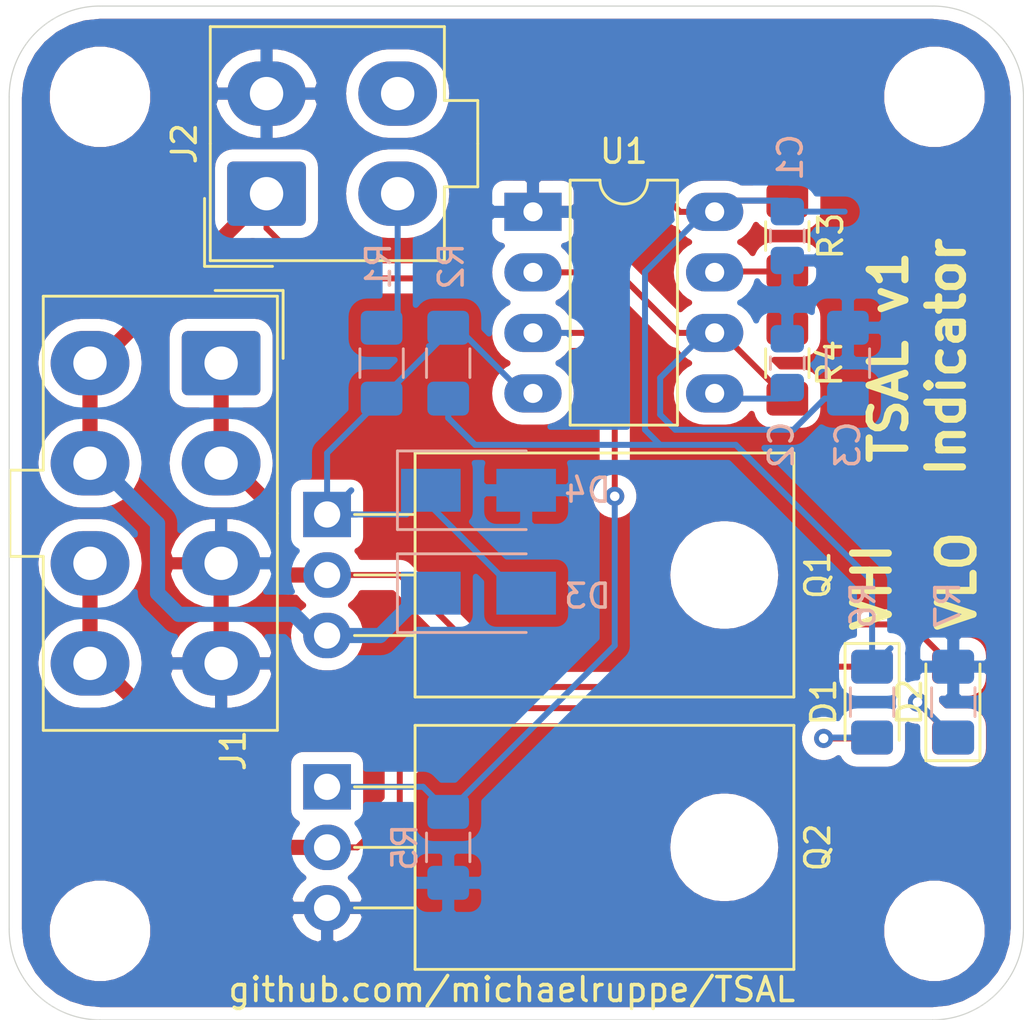
<source format=kicad_pcb>
(kicad_pcb (version 20171130) (host pcbnew "(5.1.2)-2")

  (general
    (thickness 1.6)
    (drawings 12)
    (tracks 121)
    (zones 0)
    (modules 23)
    (nets 13)
  )

  (page A4)
  (layers
    (0 F.Cu signal)
    (31 B.Cu signal)
    (32 B.Adhes user)
    (33 F.Adhes user)
    (34 B.Paste user)
    (35 F.Paste user)
    (36 B.SilkS user)
    (37 F.SilkS user)
    (38 B.Mask user)
    (39 F.Mask user)
    (40 Dwgs.User user)
    (41 Cmts.User user)
    (42 Eco1.User user)
    (43 Eco2.User user)
    (44 Edge.Cuts user)
    (45 Margin user)
    (46 B.CrtYd user)
    (47 F.CrtYd user)
    (48 B.Fab user hide)
    (49 F.Fab user hide)
  )

  (setup
    (last_trace_width 0.25)
    (user_trace_width 0.635)
    (trace_clearance 0.2)
    (zone_clearance 0.508)
    (zone_45_only no)
    (trace_min 0.2)
    (via_size 0.8)
    (via_drill 0.4)
    (via_min_size 0.4)
    (via_min_drill 0.3)
    (uvia_size 0.3)
    (uvia_drill 0.1)
    (uvias_allowed no)
    (uvia_min_size 0.2)
    (uvia_min_drill 0.1)
    (edge_width 0.05)
    (segment_width 0.2)
    (pcb_text_width 0.3)
    (pcb_text_size 1.5 1.5)
    (mod_edge_width 0.12)
    (mod_text_size 1 1)
    (mod_text_width 0.15)
    (pad_size 1.524 1.524)
    (pad_drill 0.762)
    (pad_to_mask_clearance 0.051)
    (solder_mask_min_width 0.25)
    (aux_axis_origin 0 0)
    (grid_origin 87.63 41.91)
    (visible_elements 7FFFFFFF)
    (pcbplotparams
      (layerselection 0x010f0_ffffffff)
      (usegerberextensions false)
      (usegerberattributes false)
      (usegerberadvancedattributes false)
      (creategerberjobfile false)
      (excludeedgelayer true)
      (linewidth 0.100000)
      (plotframeref false)
      (viasonmask false)
      (mode 1)
      (useauxorigin false)
      (hpglpennumber 1)
      (hpglpenspeed 20)
      (hpglpendiameter 15.000000)
      (psnegative false)
      (psa4output false)
      (plotreference true)
      (plotvalue false)
      (plotinvisibletext false)
      (padsonsilk false)
      (subtractmaskfromsilk false)
      (outputformat 1)
      (mirror false)
      (drillshape 0)
      (scaleselection 1)
      (outputdirectory "gerbers/"))
  )

  (net 0 "")
  (net 1 GND)
  (net 2 +12V)
  (net 3 "Net-(C2-Pad1)")
  (net 4 "Net-(C3-Pad1)")
  (net 5 "Net-(Q2-Pad1)")
  (net 6 "Net-(R3-Pad2)")
  (net 7 "Net-(D1-Pad2)")
  (net 8 "Net-(D2-Pad1)")
  (net 9 RED-)
  (net 10 "Net-(D3-Pad2)")
  (net 11 GRN+)
  (net 12 /VHI)

  (net_class Default "This is the default net class."
    (clearance 0.2)
    (trace_width 0.25)
    (via_dia 0.8)
    (via_drill 0.4)
    (uvia_dia 0.3)
    (uvia_drill 0.1)
    (add_net +12V)
    (add_net /VHI)
    (add_net GND)
    (add_net GRN+)
    (add_net "Net-(C2-Pad1)")
    (add_net "Net-(C3-Pad1)")
    (add_net "Net-(D1-Pad2)")
    (add_net "Net-(D2-Pad1)")
    (add_net "Net-(D3-Pad2)")
    (add_net "Net-(Q2-Pad1)")
    (add_net "Net-(R3-Pad2)")
    (add_net RED-)
  )

  (module Connector_Molex:Molex_Mini-Fit_Jr_5566-08A_2x04_P4.20mm_Vertical (layer F.Cu) (tedit 5B781992) (tstamp 5D4ECE91)
    (at 92.71 53.086 270)
    (descr "Molex Mini-Fit Jr. Power Connectors, old mpn/engineering number: 5566-08A, example for new mpn: 39-28-x08x, 4 Pins per row, Mounting:  (http://www.molex.com/pdm_docs/sd/039281043_sd.pdf), generated with kicad-footprint-generator")
    (tags "connector Molex Mini-Fit_Jr side entry")
    (path /5D4C7C73)
    (fp_text reference J1 (at 16.256 -0.508 90) (layer F.SilkS)
      (effects (font (size 1 1) (thickness 0.15)))
    )
    (fp_text value Conn_01x08_Male (at 6.3 9.95 90) (layer F.Fab)
      (effects (font (size 1 1) (thickness 0.15)))
    )
    (fp_text user %R (at 6.3 -1.55 90) (layer F.Fab)
      (effects (font (size 1 1) (thickness 0.15)))
    )
    (fp_line (start 15.8 -2.75) (end -3.2 -2.75) (layer F.CrtYd) (width 0.05))
    (fp_line (start 15.8 9.25) (end 15.8 -2.75) (layer F.CrtYd) (width 0.05))
    (fp_line (start -3.2 9.25) (end 15.8 9.25) (layer F.CrtYd) (width 0.05))
    (fp_line (start -3.2 -2.75) (end -3.2 9.25) (layer F.CrtYd) (width 0.05))
    (fp_line (start -3.05 -2.6) (end -3.05 0.25) (layer F.Fab) (width 0.1))
    (fp_line (start -0.2 -2.6) (end -3.05 -2.6) (layer F.Fab) (width 0.1))
    (fp_line (start -3.05 -2.6) (end -3.05 0.25) (layer F.SilkS) (width 0.12))
    (fp_line (start -0.2 -2.6) (end -3.05 -2.6) (layer F.SilkS) (width 0.12))
    (fp_line (start 8.11 8.86) (end 6.3 8.86) (layer F.SilkS) (width 0.12))
    (fp_line (start 8.11 7.46) (end 8.11 8.86) (layer F.SilkS) (width 0.12))
    (fp_line (start 15.41 7.46) (end 8.11 7.46) (layer F.SilkS) (width 0.12))
    (fp_line (start 15.41 -2.36) (end 15.41 7.46) (layer F.SilkS) (width 0.12))
    (fp_line (start 6.3 -2.36) (end 15.41 -2.36) (layer F.SilkS) (width 0.12))
    (fp_line (start 4.49 8.86) (end 6.3 8.86) (layer F.SilkS) (width 0.12))
    (fp_line (start 4.49 7.46) (end 4.49 8.86) (layer F.SilkS) (width 0.12))
    (fp_line (start -2.81 7.46) (end 4.49 7.46) (layer F.SilkS) (width 0.12))
    (fp_line (start -2.81 -2.36) (end -2.81 7.46) (layer F.SilkS) (width 0.12))
    (fp_line (start 6.3 -2.36) (end -2.81 -2.36) (layer F.SilkS) (width 0.12))
    (fp_line (start 14.25 6.5) (end 10.95 6.5) (layer F.Fab) (width 0.1))
    (fp_line (start 14.25 4.025) (end 14.25 6.5) (layer F.Fab) (width 0.1))
    (fp_line (start 13.425 3.2) (end 14.25 4.025) (layer F.Fab) (width 0.1))
    (fp_line (start 11.775 3.2) (end 13.425 3.2) (layer F.Fab) (width 0.1))
    (fp_line (start 10.95 4.025) (end 11.775 3.2) (layer F.Fab) (width 0.1))
    (fp_line (start 10.95 6.5) (end 10.95 4.025) (layer F.Fab) (width 0.1))
    (fp_line (start 14.25 -1) (end 10.95 -1) (layer F.Fab) (width 0.1))
    (fp_line (start 14.25 2.3) (end 14.25 -1) (layer F.Fab) (width 0.1))
    (fp_line (start 10.95 2.3) (end 14.25 2.3) (layer F.Fab) (width 0.1))
    (fp_line (start 10.95 -1) (end 10.95 2.3) (layer F.Fab) (width 0.1))
    (fp_line (start 10.05 2.3) (end 6.75 2.3) (layer F.Fab) (width 0.1))
    (fp_line (start 10.05 -0.175) (end 10.05 2.3) (layer F.Fab) (width 0.1))
    (fp_line (start 9.225 -1) (end 10.05 -0.175) (layer F.Fab) (width 0.1))
    (fp_line (start 7.575 -1) (end 9.225 -1) (layer F.Fab) (width 0.1))
    (fp_line (start 6.75 -0.175) (end 7.575 -1) (layer F.Fab) (width 0.1))
    (fp_line (start 6.75 2.3) (end 6.75 -0.175) (layer F.Fab) (width 0.1))
    (fp_line (start 10.05 3.2) (end 6.75 3.2) (layer F.Fab) (width 0.1))
    (fp_line (start 10.05 6.5) (end 10.05 3.2) (layer F.Fab) (width 0.1))
    (fp_line (start 6.75 6.5) (end 10.05 6.5) (layer F.Fab) (width 0.1))
    (fp_line (start 6.75 3.2) (end 6.75 6.5) (layer F.Fab) (width 0.1))
    (fp_line (start 5.85 2.3) (end 2.55 2.3) (layer F.Fab) (width 0.1))
    (fp_line (start 5.85 -0.175) (end 5.85 2.3) (layer F.Fab) (width 0.1))
    (fp_line (start 5.025 -1) (end 5.85 -0.175) (layer F.Fab) (width 0.1))
    (fp_line (start 3.375 -1) (end 5.025 -1) (layer F.Fab) (width 0.1))
    (fp_line (start 2.55 -0.175) (end 3.375 -1) (layer F.Fab) (width 0.1))
    (fp_line (start 2.55 2.3) (end 2.55 -0.175) (layer F.Fab) (width 0.1))
    (fp_line (start 5.85 3.2) (end 2.55 3.2) (layer F.Fab) (width 0.1))
    (fp_line (start 5.85 6.5) (end 5.85 3.2) (layer F.Fab) (width 0.1))
    (fp_line (start 2.55 6.5) (end 5.85 6.5) (layer F.Fab) (width 0.1))
    (fp_line (start 2.55 3.2) (end 2.55 6.5) (layer F.Fab) (width 0.1))
    (fp_line (start 1.65 6.5) (end -1.65 6.5) (layer F.Fab) (width 0.1))
    (fp_line (start 1.65 4.025) (end 1.65 6.5) (layer F.Fab) (width 0.1))
    (fp_line (start 0.825 3.2) (end 1.65 4.025) (layer F.Fab) (width 0.1))
    (fp_line (start -0.825 3.2) (end 0.825 3.2) (layer F.Fab) (width 0.1))
    (fp_line (start -1.65 4.025) (end -0.825 3.2) (layer F.Fab) (width 0.1))
    (fp_line (start -1.65 6.5) (end -1.65 4.025) (layer F.Fab) (width 0.1))
    (fp_line (start 1.65 -1) (end -1.65 -1) (layer F.Fab) (width 0.1))
    (fp_line (start 1.65 2.3) (end 1.65 -1) (layer F.Fab) (width 0.1))
    (fp_line (start -1.65 2.3) (end 1.65 2.3) (layer F.Fab) (width 0.1))
    (fp_line (start -1.65 -1) (end -1.65 2.3) (layer F.Fab) (width 0.1))
    (fp_line (start 8 8.75) (end 8 7.35) (layer F.Fab) (width 0.1))
    (fp_line (start 4.6 8.75) (end 8 8.75) (layer F.Fab) (width 0.1))
    (fp_line (start 4.6 7.35) (end 4.6 8.75) (layer F.Fab) (width 0.1))
    (fp_line (start 15.3 -2.25) (end -2.7 -2.25) (layer F.Fab) (width 0.1))
    (fp_line (start 15.3 7.35) (end 15.3 -2.25) (layer F.Fab) (width 0.1))
    (fp_line (start -2.7 7.35) (end 15.3 7.35) (layer F.Fab) (width 0.1))
    (fp_line (start -2.7 -2.25) (end -2.7 7.35) (layer F.Fab) (width 0.1))
    (pad 8 thru_hole oval (at 12.6 5.5 270) (size 2.7 3.3) (drill 1.4) (layers *.Cu *.Mask)
      (net 9 RED-))
    (pad 7 thru_hole oval (at 8.4 5.5 270) (size 2.7 3.3) (drill 1.4) (layers *.Cu *.Mask)
      (net 9 RED-))
    (pad 6 thru_hole oval (at 4.2 5.5 270) (size 2.7 3.3) (drill 1.4) (layers *.Cu *.Mask)
      (net 2 +12V))
    (pad 5 thru_hole oval (at 0 5.5 270) (size 2.7 3.3) (drill 1.4) (layers *.Cu *.Mask)
      (net 2 +12V))
    (pad 4 thru_hole oval (at 12.6 0 270) (size 2.7 3.3) (drill 1.4) (layers *.Cu *.Mask)
      (net 1 GND))
    (pad 3 thru_hole oval (at 8.4 0 270) (size 2.7 3.3) (drill 1.4) (layers *.Cu *.Mask)
      (net 1 GND))
    (pad 2 thru_hole oval (at 4.2 0 270) (size 2.7 3.3) (drill 1.4) (layers *.Cu *.Mask)
      (net 11 GRN+))
    (pad 1 thru_hole roundrect (at 0 0 270) (size 2.7 3.3) (drill 1.4) (layers *.Cu *.Mask) (roundrect_rratio 0.09259299999999999)
      (net 11 GRN+))
    (model ${KISYS3DMOD}/Connector_Molex.3dshapes/Molex_Mini-Fit_Jr_5566-08A_2x04_P4.20mm_Vertical.wrl
      (at (xyz 0 0 0))
      (scale (xyz 1 1 1))
      (rotate (xyz 0 0 0))
    )
  )

  (module Connector_Molex:Molex_Mini-Fit_Jr_5566-04A_2x02_P4.20mm_Vertical (layer F.Cu) (tedit 5B781992) (tstamp 5D4ECEFB)
    (at 94.615 45.974 90)
    (descr "Molex Mini-Fit Jr. Power Connectors, old mpn/engineering number: 5566-04A, example for new mpn: 39-28-x04x, 2 Pins per row, Mounting:  (http://www.molex.com/pdm_docs/sd/039281043_sd.pdf), generated with kicad-footprint-generator")
    (tags "connector Molex Mini-Fit_Jr side entry")
    (path /5D515F05)
    (fp_text reference J2 (at 2.1 -3.45 90) (layer F.SilkS)
      (effects (font (size 1 1) (thickness 0.15)))
    )
    (fp_text value Conn_01x03_Male (at 2.1 9.95 90) (layer F.Fab)
      (effects (font (size 1 1) (thickness 0.15)))
    )
    (fp_text user %R (at 2.1 -1.55 90) (layer F.Fab)
      (effects (font (size 1 1) (thickness 0.15)))
    )
    (fp_line (start 7.4 -2.75) (end -3.2 -2.75) (layer F.CrtYd) (width 0.05))
    (fp_line (start 7.4 9.25) (end 7.4 -2.75) (layer F.CrtYd) (width 0.05))
    (fp_line (start -3.2 9.25) (end 7.4 9.25) (layer F.CrtYd) (width 0.05))
    (fp_line (start -3.2 -2.75) (end -3.2 9.25) (layer F.CrtYd) (width 0.05))
    (fp_line (start -3.05 -2.6) (end -3.05 0.25) (layer F.Fab) (width 0.1))
    (fp_line (start -0.2 -2.6) (end -3.05 -2.6) (layer F.Fab) (width 0.1))
    (fp_line (start -3.05 -2.6) (end -3.05 0.25) (layer F.SilkS) (width 0.12))
    (fp_line (start -0.2 -2.6) (end -3.05 -2.6) (layer F.SilkS) (width 0.12))
    (fp_line (start 3.91 8.86) (end 2.1 8.86) (layer F.SilkS) (width 0.12))
    (fp_line (start 3.91 7.46) (end 3.91 8.86) (layer F.SilkS) (width 0.12))
    (fp_line (start 7.01 7.46) (end 3.91 7.46) (layer F.SilkS) (width 0.12))
    (fp_line (start 7.01 -2.36) (end 7.01 7.46) (layer F.SilkS) (width 0.12))
    (fp_line (start 2.1 -2.36) (end 7.01 -2.36) (layer F.SilkS) (width 0.12))
    (fp_line (start 0.29 8.86) (end 2.1 8.86) (layer F.SilkS) (width 0.12))
    (fp_line (start 0.29 7.46) (end 0.29 8.86) (layer F.SilkS) (width 0.12))
    (fp_line (start -2.81 7.46) (end 0.29 7.46) (layer F.SilkS) (width 0.12))
    (fp_line (start -2.81 -2.36) (end -2.81 7.46) (layer F.SilkS) (width 0.12))
    (fp_line (start 2.1 -2.36) (end -2.81 -2.36) (layer F.SilkS) (width 0.12))
    (fp_line (start 5.85 2.3) (end 2.55 2.3) (layer F.Fab) (width 0.1))
    (fp_line (start 5.85 -0.175) (end 5.85 2.3) (layer F.Fab) (width 0.1))
    (fp_line (start 5.025 -1) (end 5.85 -0.175) (layer F.Fab) (width 0.1))
    (fp_line (start 3.375 -1) (end 5.025 -1) (layer F.Fab) (width 0.1))
    (fp_line (start 2.55 -0.175) (end 3.375 -1) (layer F.Fab) (width 0.1))
    (fp_line (start 2.55 2.3) (end 2.55 -0.175) (layer F.Fab) (width 0.1))
    (fp_line (start 5.85 3.2) (end 2.55 3.2) (layer F.Fab) (width 0.1))
    (fp_line (start 5.85 6.5) (end 5.85 3.2) (layer F.Fab) (width 0.1))
    (fp_line (start 2.55 6.5) (end 5.85 6.5) (layer F.Fab) (width 0.1))
    (fp_line (start 2.55 3.2) (end 2.55 6.5) (layer F.Fab) (width 0.1))
    (fp_line (start 1.65 6.5) (end -1.65 6.5) (layer F.Fab) (width 0.1))
    (fp_line (start 1.65 4.025) (end 1.65 6.5) (layer F.Fab) (width 0.1))
    (fp_line (start 0.825 3.2) (end 1.65 4.025) (layer F.Fab) (width 0.1))
    (fp_line (start -0.825 3.2) (end 0.825 3.2) (layer F.Fab) (width 0.1))
    (fp_line (start -1.65 4.025) (end -0.825 3.2) (layer F.Fab) (width 0.1))
    (fp_line (start -1.65 6.5) (end -1.65 4.025) (layer F.Fab) (width 0.1))
    (fp_line (start 1.65 -1) (end -1.65 -1) (layer F.Fab) (width 0.1))
    (fp_line (start 1.65 2.3) (end 1.65 -1) (layer F.Fab) (width 0.1))
    (fp_line (start -1.65 2.3) (end 1.65 2.3) (layer F.Fab) (width 0.1))
    (fp_line (start -1.65 -1) (end -1.65 2.3) (layer F.Fab) (width 0.1))
    (fp_line (start 3.8 8.75) (end 3.8 7.35) (layer F.Fab) (width 0.1))
    (fp_line (start 0.4 8.75) (end 3.8 8.75) (layer F.Fab) (width 0.1))
    (fp_line (start 0.4 7.35) (end 0.4 8.75) (layer F.Fab) (width 0.1))
    (fp_line (start 6.9 -2.25) (end -2.7 -2.25) (layer F.Fab) (width 0.1))
    (fp_line (start 6.9 7.35) (end 6.9 -2.25) (layer F.Fab) (width 0.1))
    (fp_line (start -2.7 7.35) (end 6.9 7.35) (layer F.Fab) (width 0.1))
    (fp_line (start -2.7 -2.25) (end -2.7 7.35) (layer F.Fab) (width 0.1))
    (pad 4 thru_hole oval (at 4.2 5.5 90) (size 2.7 3.3) (drill 1.4) (layers *.Cu *.Mask))
    (pad 3 thru_hole oval (at 0 5.5 90) (size 2.7 3.3) (drill 1.4) (layers *.Cu *.Mask)
      (net 12 /VHI))
    (pad 2 thru_hole oval (at 4.2 0 90) (size 2.7 3.3) (drill 1.4) (layers *.Cu *.Mask)
      (net 1 GND))
    (pad 1 thru_hole roundrect (at 0 0 90) (size 2.7 3.3) (drill 1.4) (layers *.Cu *.Mask) (roundrect_rratio 0.09259299999999999)
      (net 2 +12V))
    (model ${KISYS3DMOD}/Connector_Molex.3dshapes/Molex_Mini-Fit_Jr_5566-04A_2x02_P4.20mm_Vertical.wrl
      (at (xyz 0 0 0))
      (scale (xyz 1 1 1))
      (rotate (xyz 0 0 0))
    )
  )

  (module MountingHole:MountingHole_3.2mm_M3 locked (layer F.Cu) (tedit 56D1B4CB) (tstamp 5D4C842C)
    (at 122.63 76.91)
    (descr "Mounting Hole 3.2mm, no annular, M3")
    (tags "mounting hole 3.2mm no annular m3")
    (attr virtual)
    (fp_text reference REF** (at 0 -4.2) (layer F.SilkS) hide
      (effects (font (size 1 1) (thickness 0.15)))
    )
    (fp_text value MountingHole_3.2mm_M3 (at 0 4.2) (layer F.Fab)
      (effects (font (size 1 1) (thickness 0.15)))
    )
    (fp_circle (center 0 0) (end 3.45 0) (layer F.CrtYd) (width 0.05))
    (fp_circle (center 0 0) (end 3.2 0) (layer Cmts.User) (width 0.15))
    (fp_text user %R (at 0.3 0) (layer F.Fab)
      (effects (font (size 1 1) (thickness 0.15)))
    )
    (pad 1 np_thru_hole circle (at 0 0) (size 3.2 3.2) (drill 3.2) (layers *.Cu *.Mask))
  )

  (module Capacitor_SMD:C_0805_2012Metric_Pad1.15x1.40mm_HandSolder (layer B.Cu) (tedit 5B36C52B) (tstamp 5D4ECE4C)
    (at 116.459 53.086 90)
    (descr "Capacitor SMD 0805 (2012 Metric), square (rectangular) end terminal, IPC_7351 nominal with elongated pad for handsoldering. (Body size source: https://docs.google.com/spreadsheets/d/1BsfQQcO9C6DZCsRaXUlFlo91Tg2WpOkGARC1WS5S8t0/edit?usp=sharing), generated with kicad-footprint-generator")
    (tags "capacitor handsolder")
    (path /5D4EAF63)
    (attr smd)
    (fp_text reference C2 (at -3.429 -0.254 90) (layer B.SilkS)
      (effects (font (size 1 1) (thickness 0.15)) (justify mirror))
    )
    (fp_text value 10n (at 0 -1.65 90) (layer B.Fab)
      (effects (font (size 1 1) (thickness 0.15)) (justify mirror))
    )
    (fp_text user %R (at 0 0 90) (layer B.Fab)
      (effects (font (size 0.5 0.5) (thickness 0.08)) (justify mirror))
    )
    (fp_line (start 1.85 -0.95) (end -1.85 -0.95) (layer B.CrtYd) (width 0.05))
    (fp_line (start 1.85 0.95) (end 1.85 -0.95) (layer B.CrtYd) (width 0.05))
    (fp_line (start -1.85 0.95) (end 1.85 0.95) (layer B.CrtYd) (width 0.05))
    (fp_line (start -1.85 -0.95) (end -1.85 0.95) (layer B.CrtYd) (width 0.05))
    (fp_line (start -0.261252 -0.71) (end 0.261252 -0.71) (layer B.SilkS) (width 0.12))
    (fp_line (start -0.261252 0.71) (end 0.261252 0.71) (layer B.SilkS) (width 0.12))
    (fp_line (start 1 -0.6) (end -1 -0.6) (layer B.Fab) (width 0.1))
    (fp_line (start 1 0.6) (end 1 -0.6) (layer B.Fab) (width 0.1))
    (fp_line (start -1 0.6) (end 1 0.6) (layer B.Fab) (width 0.1))
    (fp_line (start -1 -0.6) (end -1 0.6) (layer B.Fab) (width 0.1))
    (pad 2 smd roundrect (at 1.025 0 90) (size 1.15 1.4) (layers B.Cu B.Paste B.Mask) (roundrect_rratio 0.217391)
      (net 1 GND))
    (pad 1 smd roundrect (at -1.025 0 90) (size 1.15 1.4) (layers B.Cu B.Paste B.Mask) (roundrect_rratio 0.217391)
      (net 3 "Net-(C2-Pad1)"))
    (model ${KISYS3DMOD}/Capacitor_SMD.3dshapes/C_0805_2012Metric.wrl
      (at (xyz 0 0 0))
      (scale (xyz 1 1 1))
      (rotate (xyz 0 0 0))
    )
  )

  (module Capacitor_SMD:C_0805_2012Metric_Pad1.15x1.40mm_HandSolder (layer B.Cu) (tedit 5B36C52B) (tstamp 5D4ECE1C)
    (at 116.459 47.752 270)
    (descr "Capacitor SMD 0805 (2012 Metric), square (rectangular) end terminal, IPC_7351 nominal with elongated pad for handsoldering. (Body size source: https://docs.google.com/spreadsheets/d/1BsfQQcO9C6DZCsRaXUlFlo91Tg2WpOkGARC1WS5S8t0/edit?usp=sharing), generated with kicad-footprint-generator")
    (tags "capacitor handsolder")
    (path /5D518CF9)
    (attr smd)
    (fp_text reference C1 (at -3.302 -0.127 90) (layer B.SilkS)
      (effects (font (size 1 1) (thickness 0.15)) (justify mirror))
    )
    (fp_text value 100n (at 0 -1.65 90) (layer B.Fab)
      (effects (font (size 1 1) (thickness 0.15)) (justify mirror))
    )
    (fp_text user %R (at 0 0 90) (layer B.Fab)
      (effects (font (size 0.5 0.5) (thickness 0.08)) (justify mirror))
    )
    (fp_line (start 1.85 -0.95) (end -1.85 -0.95) (layer B.CrtYd) (width 0.05))
    (fp_line (start 1.85 0.95) (end 1.85 -0.95) (layer B.CrtYd) (width 0.05))
    (fp_line (start -1.85 0.95) (end 1.85 0.95) (layer B.CrtYd) (width 0.05))
    (fp_line (start -1.85 -0.95) (end -1.85 0.95) (layer B.CrtYd) (width 0.05))
    (fp_line (start -0.261252 -0.71) (end 0.261252 -0.71) (layer B.SilkS) (width 0.12))
    (fp_line (start -0.261252 0.71) (end 0.261252 0.71) (layer B.SilkS) (width 0.12))
    (fp_line (start 1 -0.6) (end -1 -0.6) (layer B.Fab) (width 0.1))
    (fp_line (start 1 0.6) (end 1 -0.6) (layer B.Fab) (width 0.1))
    (fp_line (start -1 0.6) (end 1 0.6) (layer B.Fab) (width 0.1))
    (fp_line (start -1 -0.6) (end -1 0.6) (layer B.Fab) (width 0.1))
    (pad 2 smd roundrect (at 1.025 0 270) (size 1.15 1.4) (layers B.Cu B.Paste B.Mask) (roundrect_rratio 0.217391)
      (net 1 GND))
    (pad 1 smd roundrect (at -1.025 0 270) (size 1.15 1.4) (layers B.Cu B.Paste B.Mask) (roundrect_rratio 0.217391)
      (net 2 +12V))
    (model ${KISYS3DMOD}/Capacitor_SMD.3dshapes/C_0805_2012Metric.wrl
      (at (xyz 0 0 0))
      (scale (xyz 1 1 1))
      (rotate (xyz 0 0 0))
    )
  )

  (module Resistor_SMD:R_1206_3216Metric_Pad1.42x1.75mm_HandSolder (layer F.Cu) (tedit 5B301BBD) (tstamp 5D4ECDEC)
    (at 116.459 53.086 90)
    (descr "Resistor SMD 1206 (3216 Metric), square (rectangular) end terminal, IPC_7351 nominal with elongated pad for handsoldering. (Body size source: http://www.tortai-tech.com/upload/download/2011102023233369053.pdf), generated with kicad-footprint-generator")
    (tags "resistor handsolder")
    (path /5D4E4C8C)
    (attr smd)
    (fp_text reference R4 (at 0 1.778 90) (layer F.SilkS)
      (effects (font (size 1 1) (thickness 0.15)))
    )
    (fp_text value 220k (at 0 1.82 90) (layer F.Fab)
      (effects (font (size 1 1) (thickness 0.15)))
    )
    (fp_text user %R (at 0 0 90) (layer F.Fab)
      (effects (font (size 0.8 0.8) (thickness 0.12)))
    )
    (fp_line (start 2.45 1.12) (end -2.45 1.12) (layer F.CrtYd) (width 0.05))
    (fp_line (start 2.45 -1.12) (end 2.45 1.12) (layer F.CrtYd) (width 0.05))
    (fp_line (start -2.45 -1.12) (end 2.45 -1.12) (layer F.CrtYd) (width 0.05))
    (fp_line (start -2.45 1.12) (end -2.45 -1.12) (layer F.CrtYd) (width 0.05))
    (fp_line (start -0.602064 0.91) (end 0.602064 0.91) (layer F.SilkS) (width 0.12))
    (fp_line (start -0.602064 -0.91) (end 0.602064 -0.91) (layer F.SilkS) (width 0.12))
    (fp_line (start 1.6 0.8) (end -1.6 0.8) (layer F.Fab) (width 0.1))
    (fp_line (start 1.6 -0.8) (end 1.6 0.8) (layer F.Fab) (width 0.1))
    (fp_line (start -1.6 -0.8) (end 1.6 -0.8) (layer F.Fab) (width 0.1))
    (fp_line (start -1.6 0.8) (end -1.6 -0.8) (layer F.Fab) (width 0.1))
    (pad 2 smd roundrect (at 1.4875 0 90) (size 1.425 1.75) (layers F.Cu F.Paste F.Mask) (roundrect_rratio 0.175439)
      (net 6 "Net-(R3-Pad2)"))
    (pad 1 smd roundrect (at -1.4875 0 90) (size 1.425 1.75) (layers F.Cu F.Paste F.Mask) (roundrect_rratio 0.175439)
      (net 4 "Net-(C3-Pad1)"))
    (model ${KISYS3DMOD}/Resistor_SMD.3dshapes/R_1206_3216Metric.wrl
      (at (xyz 0 0 0))
      (scale (xyz 1 1 1))
      (rotate (xyz 0 0 0))
    )
  )

  (module Package_TO_SOT_THT:TO-220-3_Horizontal_TabDown (layer F.Cu) (tedit 5AC8BA0D) (tstamp 5D4ED116)
    (at 97.155 70.866 270)
    (descr "TO-220-3, Horizontal, RM 2.54mm, see https://www.vishay.com/docs/66542/to-220-1.pdf")
    (tags "TO-220-3 Horizontal RM 2.54mm")
    (path /5D4C274E)
    (fp_text reference Q2 (at 2.54 -20.58 90) (layer F.SilkS)
      (effects (font (size 1 1) (thickness 0.15)))
    )
    (fp_text value IRF540N (at 2.54 2 90) (layer F.Fab)
      (effects (font (size 1 1) (thickness 0.15)))
    )
    (fp_text user %R (at 2.54 -20.58 90) (layer F.Fab)
      (effects (font (size 1 1) (thickness 0.15)))
    )
    (fp_line (start 7.79 -19.71) (end -2.71 -19.71) (layer F.CrtYd) (width 0.05))
    (fp_line (start 7.79 1.25) (end 7.79 -19.71) (layer F.CrtYd) (width 0.05))
    (fp_line (start -2.71 1.25) (end 7.79 1.25) (layer F.CrtYd) (width 0.05))
    (fp_line (start -2.71 -19.71) (end -2.71 1.25) (layer F.CrtYd) (width 0.05))
    (fp_line (start 5.08 -3.69) (end 5.08 -1.15) (layer F.SilkS) (width 0.12))
    (fp_line (start 2.54 -3.69) (end 2.54 -1.15) (layer F.SilkS) (width 0.12))
    (fp_line (start 0 -3.69) (end 0 -1.15) (layer F.SilkS) (width 0.12))
    (fp_line (start 7.66 -19.58) (end 7.66 -3.69) (layer F.SilkS) (width 0.12))
    (fp_line (start -2.58 -19.58) (end -2.58 -3.69) (layer F.SilkS) (width 0.12))
    (fp_line (start -2.58 -19.58) (end 7.66 -19.58) (layer F.SilkS) (width 0.12))
    (fp_line (start -2.58 -3.69) (end 7.66 -3.69) (layer F.SilkS) (width 0.12))
    (fp_line (start 5.08 -3.81) (end 5.08 0) (layer F.Fab) (width 0.1))
    (fp_line (start 2.54 -3.81) (end 2.54 0) (layer F.Fab) (width 0.1))
    (fp_line (start 0 -3.81) (end 0 0) (layer F.Fab) (width 0.1))
    (fp_line (start 7.54 -3.81) (end -2.46 -3.81) (layer F.Fab) (width 0.1))
    (fp_line (start 7.54 -13.06) (end 7.54 -3.81) (layer F.Fab) (width 0.1))
    (fp_line (start -2.46 -13.06) (end 7.54 -13.06) (layer F.Fab) (width 0.1))
    (fp_line (start -2.46 -3.81) (end -2.46 -13.06) (layer F.Fab) (width 0.1))
    (fp_line (start 7.54 -13.06) (end -2.46 -13.06) (layer F.Fab) (width 0.1))
    (fp_line (start 7.54 -19.46) (end 7.54 -13.06) (layer F.Fab) (width 0.1))
    (fp_line (start -2.46 -19.46) (end 7.54 -19.46) (layer F.Fab) (width 0.1))
    (fp_line (start -2.46 -13.06) (end -2.46 -19.46) (layer F.Fab) (width 0.1))
    (fp_circle (center 2.54 -16.66) (end 4.39 -16.66) (layer F.Fab) (width 0.1))
    (pad 3 thru_hole oval (at 5.08 0 270) (size 1.905 2) (drill 1.1) (layers *.Cu *.Mask)
      (net 1 GND))
    (pad 2 thru_hole oval (at 2.54 0 270) (size 1.905 2) (drill 1.1) (layers *.Cu *.Mask)
      (net 9 RED-))
    (pad 1 thru_hole rect (at 0 0 270) (size 1.905 2) (drill 1.1) (layers *.Cu *.Mask)
      (net 5 "Net-(Q2-Pad1)"))
    (pad "" np_thru_hole oval (at 2.54 -16.66 270) (size 3.5 3.5) (drill 3.5) (layers *.Cu *.Mask))
    (model ${KISYS3DMOD}/Package_TO_SOT_THT.3dshapes/TO-220-3_Horizontal_TabDown.wrl
      (at (xyz 0 0 0))
      (scale (xyz 1 1 1))
      (rotate (xyz 0 0 0))
    )
  )

  (module Diode_SMD:D_SMA (layer B.Cu) (tedit 586432E5) (tstamp 5D4ED38D)
    (at 103.505 58.42)
    (descr "Diode SMA (DO-214AC)")
    (tags "Diode SMA (DO-214AC)")
    (path /5D4D47FE)
    (attr smd)
    (fp_text reference D4 (at 4.572 0) (layer B.SilkS)
      (effects (font (size 1 1) (thickness 0.15)) (justify mirror))
    )
    (fp_text value NRVA4004T3G (at 0 -2.6) (layer B.Fab)
      (effects (font (size 1 1) (thickness 0.15)) (justify mirror))
    )
    (fp_line (start -3.4 1.65) (end 2 1.65) (layer B.SilkS) (width 0.12))
    (fp_line (start -3.4 -1.65) (end 2 -1.65) (layer B.SilkS) (width 0.12))
    (fp_line (start -0.64944 -0.00102) (end 0.50118 0.79908) (layer B.Fab) (width 0.1))
    (fp_line (start -0.64944 -0.00102) (end 0.50118 -0.75032) (layer B.Fab) (width 0.1))
    (fp_line (start 0.50118 -0.75032) (end 0.50118 0.79908) (layer B.Fab) (width 0.1))
    (fp_line (start -0.64944 0.79908) (end -0.64944 -0.80112) (layer B.Fab) (width 0.1))
    (fp_line (start 0.50118 -0.00102) (end 1.4994 -0.00102) (layer B.Fab) (width 0.1))
    (fp_line (start -0.64944 -0.00102) (end -1.55114 -0.00102) (layer B.Fab) (width 0.1))
    (fp_line (start -3.5 -1.75) (end -3.5 1.75) (layer B.CrtYd) (width 0.05))
    (fp_line (start 3.5 -1.75) (end -3.5 -1.75) (layer B.CrtYd) (width 0.05))
    (fp_line (start 3.5 1.75) (end 3.5 -1.75) (layer B.CrtYd) (width 0.05))
    (fp_line (start -3.5 1.75) (end 3.5 1.75) (layer B.CrtYd) (width 0.05))
    (fp_line (start 2.3 1.5) (end -2.3 1.5) (layer B.Fab) (width 0.1))
    (fp_line (start 2.3 1.5) (end 2.3 -1.5) (layer B.Fab) (width 0.1))
    (fp_line (start -2.3 -1.5) (end -2.3 1.5) (layer B.Fab) (width 0.1))
    (fp_line (start 2.3 -1.5) (end -2.3 -1.5) (layer B.Fab) (width 0.1))
    (fp_line (start -3.4 1.65) (end -3.4 -1.65) (layer B.SilkS) (width 0.12))
    (fp_text user %R (at 0 2.5) (layer B.Fab)
      (effects (font (size 1 1) (thickness 0.15)) (justify mirror))
    )
    (pad 2 smd rect (at 2 0) (size 2.5 1.8) (layers B.Cu B.Paste B.Mask)
      (net 1 GND))
    (pad 1 smd rect (at -2 0) (size 2.5 1.8) (layers B.Cu B.Paste B.Mask)
      (net 10 "Net-(D3-Pad2)"))
    (model ${KISYS3DMOD}/Diode_SMD.3dshapes/D_SMA.wrl
      (at (xyz 0 0 0))
      (scale (xyz 1 1 1))
      (rotate (xyz 0 0 0))
    )
  )

  (module Diode_SMD:D_SMA (layer B.Cu) (tedit 586432E5) (tstamp 5D4ED3D2)
    (at 103.505 62.738)
    (descr "Diode SMA (DO-214AC)")
    (tags "Diode SMA (DO-214AC)")
    (path /5D4CFA58)
    (attr smd)
    (fp_text reference D3 (at 4.572 0.127) (layer B.SilkS)
      (effects (font (size 1 1) (thickness 0.15)) (justify mirror))
    )
    (fp_text value NRVA4004T3G (at 0 -2.6) (layer B.Fab)
      (effects (font (size 1 1) (thickness 0.15)) (justify mirror))
    )
    (fp_line (start -3.4 1.65) (end 2 1.65) (layer B.SilkS) (width 0.12))
    (fp_line (start -3.4 -1.65) (end 2 -1.65) (layer B.SilkS) (width 0.12))
    (fp_line (start -0.64944 -0.00102) (end 0.50118 0.79908) (layer B.Fab) (width 0.1))
    (fp_line (start -0.64944 -0.00102) (end 0.50118 -0.75032) (layer B.Fab) (width 0.1))
    (fp_line (start 0.50118 -0.75032) (end 0.50118 0.79908) (layer B.Fab) (width 0.1))
    (fp_line (start -0.64944 0.79908) (end -0.64944 -0.80112) (layer B.Fab) (width 0.1))
    (fp_line (start 0.50118 -0.00102) (end 1.4994 -0.00102) (layer B.Fab) (width 0.1))
    (fp_line (start -0.64944 -0.00102) (end -1.55114 -0.00102) (layer B.Fab) (width 0.1))
    (fp_line (start -3.5 -1.75) (end -3.5 1.75) (layer B.CrtYd) (width 0.05))
    (fp_line (start 3.5 -1.75) (end -3.5 -1.75) (layer B.CrtYd) (width 0.05))
    (fp_line (start 3.5 1.75) (end 3.5 -1.75) (layer B.CrtYd) (width 0.05))
    (fp_line (start -3.5 1.75) (end 3.5 1.75) (layer B.CrtYd) (width 0.05))
    (fp_line (start 2.3 1.5) (end -2.3 1.5) (layer B.Fab) (width 0.1))
    (fp_line (start 2.3 1.5) (end 2.3 -1.5) (layer B.Fab) (width 0.1))
    (fp_line (start -2.3 -1.5) (end -2.3 1.5) (layer B.Fab) (width 0.1))
    (fp_line (start 2.3 -1.5) (end -2.3 -1.5) (layer B.Fab) (width 0.1))
    (fp_line (start -3.4 1.65) (end -3.4 -1.65) (layer B.SilkS) (width 0.12))
    (fp_text user %R (at 0 2.5) (layer B.Fab)
      (effects (font (size 1 1) (thickness 0.15)) (justify mirror))
    )
    (pad 2 smd rect (at 2 0) (size 2.5 1.8) (layers B.Cu B.Paste B.Mask)
      (net 10 "Net-(D3-Pad2)"))
    (pad 1 smd rect (at -2 0) (size 2.5 1.8) (layers B.Cu B.Paste B.Mask)
      (net 2 +12V))
    (model ${KISYS3DMOD}/Diode_SMD.3dshapes/D_SMA.wrl
      (at (xyz 0 0 0))
      (scale (xyz 1 1 1))
      (rotate (xyz 0 0 0))
    )
  )

  (module Resistor_SMD:R_1206_3216Metric_Pad1.42x1.75mm_HandSolder (layer B.Cu) (tedit 5B301BBD) (tstamp 5D4ED356)
    (at 123.42 67.31 270)
    (descr "Resistor SMD 1206 (3216 Metric), square (rectangular) end terminal, IPC_7351 nominal with elongated pad for handsoldering. (Body size source: http://www.tortai-tech.com/upload/download/2011102023233369053.pdf), generated with kicad-footprint-generator")
    (tags "resistor handsolder")
    (path /5D52F4BA)
    (attr smd)
    (fp_text reference R7 (at -4.064 0.23 90) (layer B.SilkS)
      (effects (font (size 1 1) (thickness 0.15)) (justify mirror))
    )
    (fp_text value 2k2 (at 0 -1.82 90) (layer B.Fab)
      (effects (font (size 1 1) (thickness 0.15)) (justify mirror))
    )
    (fp_text user %R (at 0 0 90) (layer B.Fab)
      (effects (font (size 0.8 0.8) (thickness 0.12)) (justify mirror))
    )
    (fp_line (start 2.45 -1.12) (end -2.45 -1.12) (layer B.CrtYd) (width 0.05))
    (fp_line (start 2.45 1.12) (end 2.45 -1.12) (layer B.CrtYd) (width 0.05))
    (fp_line (start -2.45 1.12) (end 2.45 1.12) (layer B.CrtYd) (width 0.05))
    (fp_line (start -2.45 -1.12) (end -2.45 1.12) (layer B.CrtYd) (width 0.05))
    (fp_line (start -0.602064 -0.91) (end 0.602064 -0.91) (layer B.SilkS) (width 0.12))
    (fp_line (start -0.602064 0.91) (end 0.602064 0.91) (layer B.SilkS) (width 0.12))
    (fp_line (start 1.6 -0.8) (end -1.6 -0.8) (layer B.Fab) (width 0.1))
    (fp_line (start 1.6 0.8) (end 1.6 -0.8) (layer B.Fab) (width 0.1))
    (fp_line (start -1.6 0.8) (end 1.6 0.8) (layer B.Fab) (width 0.1))
    (fp_line (start -1.6 -0.8) (end -1.6 0.8) (layer B.Fab) (width 0.1))
    (pad 2 smd roundrect (at 1.4875 0 270) (size 1.425 1.75) (layers B.Cu B.Paste B.Mask) (roundrect_rratio 0.175439)
      (net 8 "Net-(D2-Pad1)"))
    (pad 1 smd roundrect (at -1.4875 0 270) (size 1.425 1.75) (layers B.Cu B.Paste B.Mask) (roundrect_rratio 0.175439)
      (net 1 GND))
    (model ${KISYS3DMOD}/Resistor_SMD.3dshapes/R_1206_3216Metric.wrl
      (at (xyz 0 0 0))
      (scale (xyz 1 1 1))
      (rotate (xyz 0 0 0))
    )
  )

  (module Resistor_SMD:R_1206_3216Metric_Pad1.42x1.75mm_HandSolder (layer B.Cu) (tedit 5B301BBD) (tstamp 5D4ED2F0)
    (at 120.015 67.31 270)
    (descr "Resistor SMD 1206 (3216 Metric), square (rectangular) end terminal, IPC_7351 nominal with elongated pad for handsoldering. (Body size source: http://www.tortai-tech.com/upload/download/2011102023233369053.pdf), generated with kicad-footprint-generator")
    (tags "resistor handsolder")
    (path /5D52F01A)
    (attr smd)
    (fp_text reference R6 (at -4.064 0.381 90) (layer B.SilkS)
      (effects (font (size 1 1) (thickness 0.15)) (justify mirror))
    )
    (fp_text value 2k2 (at 0 -1.82 90) (layer B.Fab)
      (effects (font (size 1 1) (thickness 0.15)) (justify mirror))
    )
    (fp_text user %R (at 0 0 90) (layer B.Fab)
      (effects (font (size 0.8 0.8) (thickness 0.12)) (justify mirror))
    )
    (fp_line (start 2.45 -1.12) (end -2.45 -1.12) (layer B.CrtYd) (width 0.05))
    (fp_line (start 2.45 1.12) (end 2.45 -1.12) (layer B.CrtYd) (width 0.05))
    (fp_line (start -2.45 1.12) (end 2.45 1.12) (layer B.CrtYd) (width 0.05))
    (fp_line (start -2.45 -1.12) (end -2.45 1.12) (layer B.CrtYd) (width 0.05))
    (fp_line (start -0.602064 -0.91) (end 0.602064 -0.91) (layer B.SilkS) (width 0.12))
    (fp_line (start -0.602064 0.91) (end 0.602064 0.91) (layer B.SilkS) (width 0.12))
    (fp_line (start 1.6 -0.8) (end -1.6 -0.8) (layer B.Fab) (width 0.1))
    (fp_line (start 1.6 0.8) (end 1.6 -0.8) (layer B.Fab) (width 0.1))
    (fp_line (start -1.6 0.8) (end 1.6 0.8) (layer B.Fab) (width 0.1))
    (fp_line (start -1.6 -0.8) (end -1.6 0.8) (layer B.Fab) (width 0.1))
    (pad 2 smd roundrect (at 1.4875 0 270) (size 1.425 1.75) (layers B.Cu B.Paste B.Mask) (roundrect_rratio 0.175439)
      (net 7 "Net-(D1-Pad2)"))
    (pad 1 smd roundrect (at -1.4875 0 270) (size 1.425 1.75) (layers B.Cu B.Paste B.Mask) (roundrect_rratio 0.175439)
      (net 2 +12V))
    (model ${KISYS3DMOD}/Resistor_SMD.3dshapes/R_1206_3216Metric.wrl
      (at (xyz 0 0 0))
      (scale (xyz 1 1 1))
      (rotate (xyz 0 0 0))
    )
  )

  (module LED_SMD:LED_1206_3216Metric_Pad1.42x1.75mm_HandSolder (layer F.Cu) (tedit 5B4B45C9) (tstamp 5D4ED322)
    (at 123.405 67.31 90)
    (descr "LED SMD 1206 (3216 Metric), square (rectangular) end terminal, IPC_7351 nominal, (Body size source: http://www.tortai-tech.com/upload/download/2011102023233369053.pdf), generated with kicad-footprint-generator")
    (tags "LED handsolder")
    (path /5D52EE03)
    (attr smd)
    (fp_text reference D2 (at 0 -1.82 90) (layer F.SilkS)
      (effects (font (size 1 1) (thickness 0.15)))
    )
    (fp_text value VLO (at 0 1.82 90) (layer F.Fab)
      (effects (font (size 1 1) (thickness 0.15)))
    )
    (fp_text user %R (at 0 0 90) (layer F.Fab)
      (effects (font (size 0.8 0.8) (thickness 0.12)))
    )
    (fp_line (start 2.45 1.12) (end -2.45 1.12) (layer F.CrtYd) (width 0.05))
    (fp_line (start 2.45 -1.12) (end 2.45 1.12) (layer F.CrtYd) (width 0.05))
    (fp_line (start -2.45 -1.12) (end 2.45 -1.12) (layer F.CrtYd) (width 0.05))
    (fp_line (start -2.45 1.12) (end -2.45 -1.12) (layer F.CrtYd) (width 0.05))
    (fp_line (start -2.46 1.135) (end 1.6 1.135) (layer F.SilkS) (width 0.12))
    (fp_line (start -2.46 -1.135) (end -2.46 1.135) (layer F.SilkS) (width 0.12))
    (fp_line (start 1.6 -1.135) (end -2.46 -1.135) (layer F.SilkS) (width 0.12))
    (fp_line (start 1.6 0.8) (end 1.6 -0.8) (layer F.Fab) (width 0.1))
    (fp_line (start -1.6 0.8) (end 1.6 0.8) (layer F.Fab) (width 0.1))
    (fp_line (start -1.6 -0.4) (end -1.6 0.8) (layer F.Fab) (width 0.1))
    (fp_line (start -1.2 -0.8) (end -1.6 -0.4) (layer F.Fab) (width 0.1))
    (fp_line (start 1.6 -0.8) (end -1.2 -0.8) (layer F.Fab) (width 0.1))
    (pad 2 smd roundrect (at 1.4875 0 90) (size 1.425 1.75) (layers F.Cu F.Paste F.Mask) (roundrect_rratio 0.175439)
      (net 11 GRN+))
    (pad 1 smd roundrect (at -1.4875 0 90) (size 1.425 1.75) (layers F.Cu F.Paste F.Mask) (roundrect_rratio 0.175439)
      (net 8 "Net-(D2-Pad1)"))
    (model ${KISYS3DMOD}/LED_SMD.3dshapes/LED_1206_3216Metric.wrl
      (at (xyz 0 0 0))
      (scale (xyz 1 1 1))
      (rotate (xyz 0 0 0))
    )
  )

  (module LED_SMD:LED_1206_3216Metric_Pad1.42x1.75mm_HandSolder (layer F.Cu) (tedit 5B4B45C9) (tstamp 5D4ED2BC)
    (at 120.015 67.31 270)
    (descr "LED SMD 1206 (3216 Metric), square (rectangular) end terminal, IPC_7351 nominal, (Body size source: http://www.tortai-tech.com/upload/download/2011102023233369053.pdf), generated with kicad-footprint-generator")
    (tags "LED handsolder")
    (path /5D52DCEF)
    (attr smd)
    (fp_text reference D1 (at 0 2.032 90) (layer F.SilkS)
      (effects (font (size 1 1) (thickness 0.15)))
    )
    (fp_text value VHI (at 0 1.82 90) (layer F.Fab)
      (effects (font (size 1 1) (thickness 0.15)))
    )
    (fp_text user %R (at 0 0 90) (layer F.Fab)
      (effects (font (size 0.8 0.8) (thickness 0.12)))
    )
    (fp_line (start 2.45 1.12) (end -2.45 1.12) (layer F.CrtYd) (width 0.05))
    (fp_line (start 2.45 -1.12) (end 2.45 1.12) (layer F.CrtYd) (width 0.05))
    (fp_line (start -2.45 -1.12) (end 2.45 -1.12) (layer F.CrtYd) (width 0.05))
    (fp_line (start -2.45 1.12) (end -2.45 -1.12) (layer F.CrtYd) (width 0.05))
    (fp_line (start -2.46 1.135) (end 1.6 1.135) (layer F.SilkS) (width 0.12))
    (fp_line (start -2.46 -1.135) (end -2.46 1.135) (layer F.SilkS) (width 0.12))
    (fp_line (start 1.6 -1.135) (end -2.46 -1.135) (layer F.SilkS) (width 0.12))
    (fp_line (start 1.6 0.8) (end 1.6 -0.8) (layer F.Fab) (width 0.1))
    (fp_line (start -1.6 0.8) (end 1.6 0.8) (layer F.Fab) (width 0.1))
    (fp_line (start -1.6 -0.4) (end -1.6 0.8) (layer F.Fab) (width 0.1))
    (fp_line (start -1.2 -0.8) (end -1.6 -0.4) (layer F.Fab) (width 0.1))
    (fp_line (start 1.6 -0.8) (end -1.2 -0.8) (layer F.Fab) (width 0.1))
    (pad 2 smd roundrect (at 1.4875 0 270) (size 1.425 1.75) (layers F.Cu F.Paste F.Mask) (roundrect_rratio 0.175439)
      (net 7 "Net-(D1-Pad2)"))
    (pad 1 smd roundrect (at -1.4875 0 270) (size 1.425 1.75) (layers F.Cu F.Paste F.Mask) (roundrect_rratio 0.175439)
      (net 9 RED-))
    (model ${KISYS3DMOD}/LED_SMD.3dshapes/LED_1206_3216Metric.wrl
      (at (xyz 0 0 0))
      (scale (xyz 1 1 1))
      (rotate (xyz 0 0 0))
    )
  )

  (module MountingHole:MountingHole_3.2mm_M3 locked (layer F.Cu) (tedit 56D1B4CB) (tstamp 5D4C8425)
    (at 122.63 41.91)
    (descr "Mounting Hole 3.2mm, no annular, M3")
    (tags "mounting hole 3.2mm no annular m3")
    (attr virtual)
    (fp_text reference REF** (at 0 -4.2) (layer F.SilkS) hide
      (effects (font (size 1 1) (thickness 0.15)))
    )
    (fp_text value MountingHole_3.2mm_M3 (at 0 4.2) (layer F.Fab)
      (effects (font (size 1 1) (thickness 0.15)))
    )
    (fp_text user %R (at 0.3 0) (layer F.Fab)
      (effects (font (size 1 1) (thickness 0.15)))
    )
    (fp_circle (center 0 0) (end 3.2 0) (layer Cmts.User) (width 0.15))
    (fp_circle (center 0 0) (end 3.45 0) (layer F.CrtYd) (width 0.05))
    (pad 1 np_thru_hole circle (at 0 0) (size 3.2 3.2) (drill 3.2) (layers *.Cu *.Mask))
  )

  (module MountingHole:MountingHole_3.2mm_M3 locked (layer F.Cu) (tedit 56D1B4CB) (tstamp 5D4C8056)
    (at 87.63 76.91)
    (descr "Mounting Hole 3.2mm, no annular, M3")
    (tags "mounting hole 3.2mm no annular m3")
    (attr virtual)
    (fp_text reference REF** (at 0 -4.2) (layer F.SilkS) hide
      (effects (font (size 1 1) (thickness 0.15)))
    )
    (fp_text value MountingHole_3.2mm_M3 (at 0 4.2) (layer F.Fab)
      (effects (font (size 1 1) (thickness 0.15)))
    )
    (fp_text user %R (at 0.3 0) (layer F.Fab)
      (effects (font (size 1 1) (thickness 0.15)))
    )
    (fp_circle (center 0 0) (end 3.2 0) (layer Cmts.User) (width 0.15))
    (fp_circle (center 0 0) (end 3.45 0) (layer F.CrtYd) (width 0.05))
    (pad 1 np_thru_hole circle (at 0 0) (size 3.2 3.2) (drill 3.2) (layers *.Cu *.Mask))
  )

  (module MountingHole:MountingHole_3.2mm_M3 locked (layer F.Cu) (tedit 56D1B4CB) (tstamp 5D4C8047)
    (at 87.63 41.91)
    (descr "Mounting Hole 3.2mm, no annular, M3")
    (tags "mounting hole 3.2mm no annular m3")
    (attr virtual)
    (fp_text reference REF** (at 0 -4.2) (layer F.SilkS) hide
      (effects (font (size 1 1) (thickness 0.15)))
    )
    (fp_text value MountingHole_3.2mm_M3 (at 0 4.2) (layer F.Fab)
      (effects (font (size 1 1) (thickness 0.15)))
    )
    (fp_circle (center 0 0) (end 3.45 0) (layer F.CrtYd) (width 0.05))
    (fp_circle (center 0 0) (end 3.2 0) (layer Cmts.User) (width 0.15))
    (fp_text user %R (at 0.3 0) (layer F.Fab)
      (effects (font (size 1 1) (thickness 0.15)))
    )
    (pad 1 np_thru_hole circle (at 0 0) (size 3.2 3.2) (drill 3.2) (layers *.Cu *.Mask))
  )

  (module Package_DIP:DIP-8_W7.62mm_LongPads (layer F.Cu) (tedit 5A02E8C5) (tstamp 5D4ED244)
    (at 105.791 46.736)
    (descr "8-lead though-hole mounted DIP package, row spacing 7.62 mm (300 mils), LongPads")
    (tags "THT DIP DIL PDIP 2.54mm 7.62mm 300mil LongPads")
    (path /5D4C5402)
    (fp_text reference U1 (at 3.81 -2.54 180) (layer F.SilkS)
      (effects (font (size 1 1) (thickness 0.15)))
    )
    (fp_text value NE555 (at 3.81 9.95) (layer F.Fab)
      (effects (font (size 1 1) (thickness 0.15)))
    )
    (fp_text user %R (at 3.81 3.81) (layer F.Fab)
      (effects (font (size 1 1) (thickness 0.15)))
    )
    (fp_line (start 9.1 -1.55) (end -1.45 -1.55) (layer F.CrtYd) (width 0.05))
    (fp_line (start 9.1 9.15) (end 9.1 -1.55) (layer F.CrtYd) (width 0.05))
    (fp_line (start -1.45 9.15) (end 9.1 9.15) (layer F.CrtYd) (width 0.05))
    (fp_line (start -1.45 -1.55) (end -1.45 9.15) (layer F.CrtYd) (width 0.05))
    (fp_line (start 6.06 -1.33) (end 4.81 -1.33) (layer F.SilkS) (width 0.12))
    (fp_line (start 6.06 8.95) (end 6.06 -1.33) (layer F.SilkS) (width 0.12))
    (fp_line (start 1.56 8.95) (end 6.06 8.95) (layer F.SilkS) (width 0.12))
    (fp_line (start 1.56 -1.33) (end 1.56 8.95) (layer F.SilkS) (width 0.12))
    (fp_line (start 2.81 -1.33) (end 1.56 -1.33) (layer F.SilkS) (width 0.12))
    (fp_line (start 0.635 -0.27) (end 1.635 -1.27) (layer F.Fab) (width 0.1))
    (fp_line (start 0.635 8.89) (end 0.635 -0.27) (layer F.Fab) (width 0.1))
    (fp_line (start 6.985 8.89) (end 0.635 8.89) (layer F.Fab) (width 0.1))
    (fp_line (start 6.985 -1.27) (end 6.985 8.89) (layer F.Fab) (width 0.1))
    (fp_line (start 1.635 -1.27) (end 6.985 -1.27) (layer F.Fab) (width 0.1))
    (fp_arc (start 3.81 -1.33) (end 2.81 -1.33) (angle -180) (layer F.SilkS) (width 0.12))
    (pad 8 thru_hole oval (at 7.62 0) (size 2.4 1.6) (drill 0.8) (layers *.Cu *.Mask)
      (net 2 +12V))
    (pad 4 thru_hole oval (at 0 7.62) (size 2.4 1.6) (drill 0.8) (layers *.Cu *.Mask)
      (net 10 "Net-(D3-Pad2)"))
    (pad 7 thru_hole oval (at 7.62 2.54) (size 2.4 1.6) (drill 0.8) (layers *.Cu *.Mask)
      (net 6 "Net-(R3-Pad2)"))
    (pad 3 thru_hole oval (at 0 5.08) (size 2.4 1.6) (drill 0.8) (layers *.Cu *.Mask)
      (net 5 "Net-(Q2-Pad1)"))
    (pad 6 thru_hole oval (at 7.62 5.08) (size 2.4 1.6) (drill 0.8) (layers *.Cu *.Mask)
      (net 4 "Net-(C3-Pad1)"))
    (pad 2 thru_hole oval (at 0 2.54) (size 2.4 1.6) (drill 0.8) (layers *.Cu *.Mask)
      (net 4 "Net-(C3-Pad1)"))
    (pad 5 thru_hole oval (at 7.62 7.62) (size 2.4 1.6) (drill 0.8) (layers *.Cu *.Mask)
      (net 3 "Net-(C2-Pad1)"))
    (pad 1 thru_hole rect (at 0 0) (size 2.4 1.6) (drill 0.8) (layers *.Cu *.Mask)
      (net 1 GND))
    (model ${KISYS3DMOD}/Package_DIP.3dshapes/DIP-8_W7.62mm.wrl
      (at (xyz 0 0 0))
      (scale (xyz 1 1 1))
      (rotate (xyz 0 0 0))
    )
  )

  (module Resistor_SMD:R_1206_3216Metric_Pad1.42x1.75mm_HandSolder (layer B.Cu) (tedit 5B301BBD) (tstamp 5D4ED28A)
    (at 102.235 73.406 270)
    (descr "Resistor SMD 1206 (3216 Metric), square (rectangular) end terminal, IPC_7351 nominal with elongated pad for handsoldering. (Body size source: http://www.tortai-tech.com/upload/download/2011102023233369053.pdf), generated with kicad-footprint-generator")
    (tags "resistor handsolder")
    (path /5D4F1362)
    (attr smd)
    (fp_text reference R5 (at 0 1.82 90) (layer B.SilkS)
      (effects (font (size 1 1) (thickness 0.15)) (justify mirror))
    )
    (fp_text value 220k (at 0 -1.82 90) (layer B.Fab)
      (effects (font (size 1 1) (thickness 0.15)) (justify mirror))
    )
    (fp_text user %R (at 0 0 90) (layer B.Fab)
      (effects (font (size 0.8 0.8) (thickness 0.12)) (justify mirror))
    )
    (fp_line (start 2.45 -1.12) (end -2.45 -1.12) (layer B.CrtYd) (width 0.05))
    (fp_line (start 2.45 1.12) (end 2.45 -1.12) (layer B.CrtYd) (width 0.05))
    (fp_line (start -2.45 1.12) (end 2.45 1.12) (layer B.CrtYd) (width 0.05))
    (fp_line (start -2.45 -1.12) (end -2.45 1.12) (layer B.CrtYd) (width 0.05))
    (fp_line (start -0.602064 -0.91) (end 0.602064 -0.91) (layer B.SilkS) (width 0.12))
    (fp_line (start -0.602064 0.91) (end 0.602064 0.91) (layer B.SilkS) (width 0.12))
    (fp_line (start 1.6 -0.8) (end -1.6 -0.8) (layer B.Fab) (width 0.1))
    (fp_line (start 1.6 0.8) (end 1.6 -0.8) (layer B.Fab) (width 0.1))
    (fp_line (start -1.6 0.8) (end 1.6 0.8) (layer B.Fab) (width 0.1))
    (fp_line (start -1.6 -0.8) (end -1.6 0.8) (layer B.Fab) (width 0.1))
    (pad 2 smd roundrect (at 1.4875 0 270) (size 1.425 1.75) (layers B.Cu B.Paste B.Mask) (roundrect_rratio 0.175439)
      (net 1 GND))
    (pad 1 smd roundrect (at -1.4875 0 270) (size 1.425 1.75) (layers B.Cu B.Paste B.Mask) (roundrect_rratio 0.175439)
      (net 5 "Net-(Q2-Pad1)"))
    (model ${KISYS3DMOD}/Resistor_SMD.3dshapes/R_1206_3216Metric.wrl
      (at (xyz 0 0 0))
      (scale (xyz 1 1 1))
      (rotate (xyz 0 0 0))
    )
  )

  (module Resistor_SMD:R_1206_3216Metric_Pad1.42x1.75mm_HandSolder (layer F.Cu) (tedit 5B301BBD) (tstamp 5D4ED413)
    (at 116.459 47.752 270)
    (descr "Resistor SMD 1206 (3216 Metric), square (rectangular) end terminal, IPC_7351 nominal with elongated pad for handsoldering. (Body size source: http://www.tortai-tech.com/upload/download/2011102023233369053.pdf), generated with kicad-footprint-generator")
    (tags "resistor handsolder")
    (path /5D4E54FC)
    (attr smd)
    (fp_text reference R3 (at 0 -1.82 90) (layer F.SilkS)
      (effects (font (size 1 1) (thickness 0.15)))
    )
    (fp_text value 22k (at 0 1.82 90) (layer F.Fab)
      (effects (font (size 1 1) (thickness 0.15)))
    )
    (fp_text user %R (at 0 0 90) (layer F.Fab)
      (effects (font (size 0.8 0.8) (thickness 0.12)))
    )
    (fp_line (start 2.45 1.12) (end -2.45 1.12) (layer F.CrtYd) (width 0.05))
    (fp_line (start 2.45 -1.12) (end 2.45 1.12) (layer F.CrtYd) (width 0.05))
    (fp_line (start -2.45 -1.12) (end 2.45 -1.12) (layer F.CrtYd) (width 0.05))
    (fp_line (start -2.45 1.12) (end -2.45 -1.12) (layer F.CrtYd) (width 0.05))
    (fp_line (start -0.602064 0.91) (end 0.602064 0.91) (layer F.SilkS) (width 0.12))
    (fp_line (start -0.602064 -0.91) (end 0.602064 -0.91) (layer F.SilkS) (width 0.12))
    (fp_line (start 1.6 0.8) (end -1.6 0.8) (layer F.Fab) (width 0.1))
    (fp_line (start 1.6 -0.8) (end 1.6 0.8) (layer F.Fab) (width 0.1))
    (fp_line (start -1.6 -0.8) (end 1.6 -0.8) (layer F.Fab) (width 0.1))
    (fp_line (start -1.6 0.8) (end -1.6 -0.8) (layer F.Fab) (width 0.1))
    (pad 2 smd roundrect (at 1.4875 0 270) (size 1.425 1.75) (layers F.Cu F.Paste F.Mask) (roundrect_rratio 0.175439)
      (net 6 "Net-(R3-Pad2)"))
    (pad 1 smd roundrect (at -1.4875 0 270) (size 1.425 1.75) (layers F.Cu F.Paste F.Mask) (roundrect_rratio 0.175439)
      (net 2 +12V))
    (model ${KISYS3DMOD}/Resistor_SMD.3dshapes/R_1206_3216Metric.wrl
      (at (xyz 0 0 0))
      (scale (xyz 1 1 1))
      (rotate (xyz 0 0 0))
    )
  )

  (module Resistor_SMD:R_1206_3216Metric_Pad1.42x1.75mm_HandSolder (layer B.Cu) (tedit 5B301BBD) (tstamp 5D4ED1C1)
    (at 102.235 53.086 90)
    (descr "Resistor SMD 1206 (3216 Metric), square (rectangular) end terminal, IPC_7351 nominal with elongated pad for handsoldering. (Body size source: http://www.tortai-tech.com/upload/download/2011102023233369053.pdf), generated with kicad-footprint-generator")
    (tags "resistor handsolder")
    (path /5D4CD7C3)
    (attr smd)
    (fp_text reference R2 (at 4.064 0.127 90) (layer B.SilkS)
      (effects (font (size 1 1) (thickness 0.15)) (justify mirror))
    )
    (fp_text value 22k (at 0 -1.82 90) (layer B.Fab)
      (effects (font (size 1 1) (thickness 0.15)) (justify mirror))
    )
    (fp_text user %R (at 0 0 90) (layer B.Fab)
      (effects (font (size 0.8 0.8) (thickness 0.12)) (justify mirror))
    )
    (fp_line (start 2.45 -1.12) (end -2.45 -1.12) (layer B.CrtYd) (width 0.05))
    (fp_line (start 2.45 1.12) (end 2.45 -1.12) (layer B.CrtYd) (width 0.05))
    (fp_line (start -2.45 1.12) (end 2.45 1.12) (layer B.CrtYd) (width 0.05))
    (fp_line (start -2.45 -1.12) (end -2.45 1.12) (layer B.CrtYd) (width 0.05))
    (fp_line (start -0.602064 -0.91) (end 0.602064 -0.91) (layer B.SilkS) (width 0.12))
    (fp_line (start -0.602064 0.91) (end 0.602064 0.91) (layer B.SilkS) (width 0.12))
    (fp_line (start 1.6 -0.8) (end -1.6 -0.8) (layer B.Fab) (width 0.1))
    (fp_line (start 1.6 0.8) (end 1.6 -0.8) (layer B.Fab) (width 0.1))
    (fp_line (start -1.6 0.8) (end 1.6 0.8) (layer B.Fab) (width 0.1))
    (fp_line (start -1.6 -0.8) (end -1.6 0.8) (layer B.Fab) (width 0.1))
    (pad 2 smd roundrect (at 1.4875 0 90) (size 1.425 1.75) (layers B.Cu B.Paste B.Mask) (roundrect_rratio 0.175439)
      (net 10 "Net-(D3-Pad2)"))
    (pad 1 smd roundrect (at -1.4875 0 90) (size 1.425 1.75) (layers B.Cu B.Paste B.Mask) (roundrect_rratio 0.175439)
      (net 2 +12V))
    (model ${KISYS3DMOD}/Resistor_SMD.3dshapes/R_1206_3216Metric.wrl
      (at (xyz 0 0 0))
      (scale (xyz 1 1 1))
      (rotate (xyz 0 0 0))
    )
  )

  (module Resistor_SMD:R_1206_3216Metric_Pad1.42x1.75mm_HandSolder (layer B.Cu) (tedit 5B301BBD) (tstamp 5D4ED1F1)
    (at 99.441 53.086 90)
    (descr "Resistor SMD 1206 (3216 Metric), square (rectangular) end terminal, IPC_7351 nominal with elongated pad for handsoldering. (Body size source: http://www.tortai-tech.com/upload/download/2011102023233369053.pdf), generated with kicad-footprint-generator")
    (tags "resistor handsolder")
    (path /5D4CE8C2)
    (attr smd)
    (fp_text reference R1 (at 4.064 -0.127 90) (layer B.SilkS)
      (effects (font (size 1 1) (thickness 0.15)) (justify mirror))
    )
    (fp_text value 220 (at 0 -1.82 90) (layer B.Fab)
      (effects (font (size 1 1) (thickness 0.15)) (justify mirror))
    )
    (fp_text user %R (at 0 0 90) (layer B.Fab)
      (effects (font (size 0.8 0.8) (thickness 0.12)) (justify mirror))
    )
    (fp_line (start 2.45 -1.12) (end -2.45 -1.12) (layer B.CrtYd) (width 0.05))
    (fp_line (start 2.45 1.12) (end 2.45 -1.12) (layer B.CrtYd) (width 0.05))
    (fp_line (start -2.45 1.12) (end 2.45 1.12) (layer B.CrtYd) (width 0.05))
    (fp_line (start -2.45 -1.12) (end -2.45 1.12) (layer B.CrtYd) (width 0.05))
    (fp_line (start -0.602064 -0.91) (end 0.602064 -0.91) (layer B.SilkS) (width 0.12))
    (fp_line (start -0.602064 0.91) (end 0.602064 0.91) (layer B.SilkS) (width 0.12))
    (fp_line (start 1.6 -0.8) (end -1.6 -0.8) (layer B.Fab) (width 0.1))
    (fp_line (start 1.6 0.8) (end 1.6 -0.8) (layer B.Fab) (width 0.1))
    (fp_line (start -1.6 0.8) (end 1.6 0.8) (layer B.Fab) (width 0.1))
    (fp_line (start -1.6 -0.8) (end -1.6 0.8) (layer B.Fab) (width 0.1))
    (pad 2 smd roundrect (at 1.4875 0 90) (size 1.425 1.75) (layers B.Cu B.Paste B.Mask) (roundrect_rratio 0.175439)
      (net 12 /VHI))
    (pad 1 smd roundrect (at -1.4875 0 90) (size 1.425 1.75) (layers B.Cu B.Paste B.Mask) (roundrect_rratio 0.175439)
      (net 10 "Net-(D3-Pad2)"))
    (model ${KISYS3DMOD}/Resistor_SMD.3dshapes/R_1206_3216Metric.wrl
      (at (xyz 0 0 0))
      (scale (xyz 1 1 1))
      (rotate (xyz 0 0 0))
    )
  )

  (module Package_TO_SOT_THT:TO-220-3_Horizontal_TabDown (layer F.Cu) (tedit 5AC8BA0D) (tstamp 5D4ED173)
    (at 97.155 59.436 270)
    (descr "TO-220-3, Horizontal, RM 2.54mm, see https://www.vishay.com/docs/66542/to-220-1.pdf")
    (tags "TO-220-3 Horizontal RM 2.54mm")
    (path /5D4C10D8)
    (fp_text reference Q1 (at 2.54 -20.58 90) (layer F.SilkS)
      (effects (font (size 1 1) (thickness 0.15)))
    )
    (fp_text value IRF9540N (at 2.54 2 90) (layer F.Fab)
      (effects (font (size 1 1) (thickness 0.15)))
    )
    (fp_text user %R (at 2.54 -20.58 90) (layer F.Fab)
      (effects (font (size 1 1) (thickness 0.15)))
    )
    (fp_line (start 7.79 -19.71) (end -2.71 -19.71) (layer F.CrtYd) (width 0.05))
    (fp_line (start 7.79 1.25) (end 7.79 -19.71) (layer F.CrtYd) (width 0.05))
    (fp_line (start -2.71 1.25) (end 7.79 1.25) (layer F.CrtYd) (width 0.05))
    (fp_line (start -2.71 -19.71) (end -2.71 1.25) (layer F.CrtYd) (width 0.05))
    (fp_line (start 5.08 -3.69) (end 5.08 -1.15) (layer F.SilkS) (width 0.12))
    (fp_line (start 2.54 -3.69) (end 2.54 -1.15) (layer F.SilkS) (width 0.12))
    (fp_line (start 0 -3.69) (end 0 -1.15) (layer F.SilkS) (width 0.12))
    (fp_line (start 7.66 -19.58) (end 7.66 -3.69) (layer F.SilkS) (width 0.12))
    (fp_line (start -2.58 -19.58) (end -2.58 -3.69) (layer F.SilkS) (width 0.12))
    (fp_line (start -2.58 -19.58) (end 7.66 -19.58) (layer F.SilkS) (width 0.12))
    (fp_line (start -2.58 -3.69) (end 7.66 -3.69) (layer F.SilkS) (width 0.12))
    (fp_line (start 5.08 -3.81) (end 5.08 0) (layer F.Fab) (width 0.1))
    (fp_line (start 2.54 -3.81) (end 2.54 0) (layer F.Fab) (width 0.1))
    (fp_line (start 0 -3.81) (end 0 0) (layer F.Fab) (width 0.1))
    (fp_line (start 7.54 -3.81) (end -2.46 -3.81) (layer F.Fab) (width 0.1))
    (fp_line (start 7.54 -13.06) (end 7.54 -3.81) (layer F.Fab) (width 0.1))
    (fp_line (start -2.46 -13.06) (end 7.54 -13.06) (layer F.Fab) (width 0.1))
    (fp_line (start -2.46 -3.81) (end -2.46 -13.06) (layer F.Fab) (width 0.1))
    (fp_line (start 7.54 -13.06) (end -2.46 -13.06) (layer F.Fab) (width 0.1))
    (fp_line (start 7.54 -19.46) (end 7.54 -13.06) (layer F.Fab) (width 0.1))
    (fp_line (start -2.46 -19.46) (end 7.54 -19.46) (layer F.Fab) (width 0.1))
    (fp_line (start -2.46 -13.06) (end -2.46 -19.46) (layer F.Fab) (width 0.1))
    (fp_circle (center 2.54 -16.66) (end 4.39 -16.66) (layer F.Fab) (width 0.1))
    (pad 3 thru_hole oval (at 5.08 0 270) (size 1.905 2) (drill 1.1) (layers *.Cu *.Mask)
      (net 2 +12V))
    (pad 2 thru_hole oval (at 2.54 0 270) (size 1.905 2) (drill 1.1) (layers *.Cu *.Mask)
      (net 11 GRN+))
    (pad 1 thru_hole rect (at 0 0 270) (size 1.905 2) (drill 1.1) (layers *.Cu *.Mask)
      (net 10 "Net-(D3-Pad2)"))
    (pad "" np_thru_hole oval (at 2.54 -16.66 270) (size 3.5 3.5) (drill 3.5) (layers *.Cu *.Mask))
    (model ${KISYS3DMOD}/Package_TO_SOT_THT.3dshapes/TO-220-3_Horizontal_TabDown.wrl
      (at (xyz 0 0 0))
      (scale (xyz 1 1 1))
      (rotate (xyz 0 0 0))
    )
  )

  (module Capacitor_SMD:C_1206_3216Metric_Pad1.42x1.75mm_HandSolder (layer B.Cu) (tedit 5B301BBE) (tstamp 5D4ED0D7)
    (at 118.999 53.086 90)
    (descr "Capacitor SMD 1206 (3216 Metric), square (rectangular) end terminal, IPC_7351 nominal with elongated pad for handsoldering. (Body size source: http://www.tortai-tech.com/upload/download/2011102023233369053.pdf), generated with kicad-footprint-generator")
    (tags "capacitor handsolder")
    (path /5D4E729A)
    (attr smd)
    (fp_text reference C3 (at -3.429 0 90) (layer B.SilkS)
      (effects (font (size 1 1) (thickness 0.15)) (justify mirror))
    )
    (fp_text value 1u (at 0 -1.82 90) (layer B.Fab)
      (effects (font (size 1 1) (thickness 0.15)) (justify mirror))
    )
    (fp_text user %R (at 0 0 90) (layer B.Fab)
      (effects (font (size 0.8 0.8) (thickness 0.12)) (justify mirror))
    )
    (fp_line (start 2.45 -1.12) (end -2.45 -1.12) (layer B.CrtYd) (width 0.05))
    (fp_line (start 2.45 1.12) (end 2.45 -1.12) (layer B.CrtYd) (width 0.05))
    (fp_line (start -2.45 1.12) (end 2.45 1.12) (layer B.CrtYd) (width 0.05))
    (fp_line (start -2.45 -1.12) (end -2.45 1.12) (layer B.CrtYd) (width 0.05))
    (fp_line (start -0.602064 -0.91) (end 0.602064 -0.91) (layer B.SilkS) (width 0.12))
    (fp_line (start -0.602064 0.91) (end 0.602064 0.91) (layer B.SilkS) (width 0.12))
    (fp_line (start 1.6 -0.8) (end -1.6 -0.8) (layer B.Fab) (width 0.1))
    (fp_line (start 1.6 0.8) (end 1.6 -0.8) (layer B.Fab) (width 0.1))
    (fp_line (start -1.6 0.8) (end 1.6 0.8) (layer B.Fab) (width 0.1))
    (fp_line (start -1.6 -0.8) (end -1.6 0.8) (layer B.Fab) (width 0.1))
    (pad 2 smd roundrect (at 1.4875 0 90) (size 1.425 1.75) (layers B.Cu B.Paste B.Mask) (roundrect_rratio 0.175439)
      (net 1 GND))
    (pad 1 smd roundrect (at -1.4875 0 90) (size 1.425 1.75) (layers B.Cu B.Paste B.Mask) (roundrect_rratio 0.175439)
      (net 4 "Net-(C3-Pad1)"))
    (model ${KISYS3DMOD}/Capacitor_SMD.3dshapes/C_1206_3216Metric.wrl
      (at (xyz 0 0 0))
      (scale (xyz 1 1 1))
      (rotate (xyz 0 0 0))
    )
  )

  (gr_line (start 83.82 76.835) (end 83.82 41.91) (layer Edge.Cuts) (width 0.05) (tstamp 5D4ED218))
  (gr_line (start 122.555 80.645) (end 87.63 80.645) (layer Edge.Cuts) (width 0.05) (tstamp 5D4ED21E))
  (gr_line (start 126.365 41.91) (end 126.365 76.835) (layer Edge.Cuts) (width 0.05) (tstamp 5D4ED212))
  (gr_line (start 87.63 38.1) (end 122.555 38.1) (layer Edge.Cuts) (width 0.05) (tstamp 5D4ED215))
  (gr_arc (start 87.63 76.835) (end 83.82 76.835) (angle -90) (layer Edge.Cuts) (width 0.05) (tstamp 5D4ED221))
  (gr_arc (start 122.555 76.835) (end 122.555 80.645) (angle -90) (layer Edge.Cuts) (width 0.05) (tstamp 5D4ED224))
  (gr_arc (start 122.555 41.91) (end 126.365 41.91) (angle -90) (layer Edge.Cuts) (width 0.05) (tstamp 5D4ED21B))
  (gr_arc (start 87.63 41.91) (end 87.63 38.1) (angle -90) (layer Edge.Cuts) (width 0.05) (tstamp 5D4ED227))
  (gr_text VLO (at 123.571 62.23 90) (layer F.SilkS) (tstamp 5D4ED0A7)
    (effects (font (size 1.5 1.5) (thickness 0.3)))
  )
  (gr_text github.com/michaelruppe/TSAL (at 104.902 79.375) (layer F.SilkS) (tstamp 5D4ED0B0)
    (effects (font (size 1 1) (thickness 0.15)))
  )
  (gr_text "TSAL v1\nIndicator" (at 121.92 52.832 90) (layer F.SilkS) (tstamp 5D4ED0B9)
    (effects (font (size 1.5 1.5) (thickness 0.3)))
  )
  (gr_text VHI (at 120.015 62.484 90) (layer F.SilkS) (tstamp 5D4ED0AA)
    (effects (font (size 1.5 1.5) (thickness 0.3)))
  )

  (segment (start 92.71 65.686) (end 92.71 61.486) (width 0.635) (layer F.Cu) (net 1))
  (segment (start 113.8825 46.2645) (end 113.411 46.736) (width 0.25) (layer B.Cu) (net 2) (tstamp 5D4ECFF9))
  (segment (start 116.459 46.2645) (end 113.8825 46.2645) (width 0.25) (layer B.Cu) (net 2) (tstamp 5D4ECFF6))
  (segment (start 113.8825 46.2645) (end 113.411 46.736) (width 0.25) (layer F.Cu) (net 2) (tstamp 5D4ECFF0))
  (segment (start 116.459 46.2645) (end 113.8825 46.2645) (width 0.25) (layer F.Cu) (net 2) (tstamp 5D4ECFF3))
  (segment (start 120.015 65.8225) (end 120.786347 65.051153) (width 0.25) (layer B.Cu) (net 2) (tstamp 5D4ECFB4))
  (segment (start 99.377 64.516) (end 97.155 64.516) (width 0.635) (layer B.Cu) (net 2) (tstamp 5D4ECF8A))
  (segment (start 101.505 62.738) (end 101.155 62.738) (width 0.635) (layer B.Cu) (net 2) (tstamp 5D4ECF84))
  (segment (start 101.155 62.738) (end 99.377 64.516) (width 0.635) (layer B.Cu) (net 2) (tstamp 5D4ECF87))
  (segment (start 120.015 65.8225) (end 120.015 62.23) (width 0.25) (layer B.Cu) (net 2) (tstamp 5D4ED07D))
  (segment (start 120.015 62.23) (end 114.3 56.515) (width 0.25) (layer B.Cu) (net 2) (tstamp 5D4ED089))
  (segment (start 114.3 56.515) (end 111.125 56.515) (width 0.25) (layer B.Cu) (net 2) (tstamp 5D4ED080))
  (segment (start 111.125 56.515) (end 110.49 55.88) (width 0.25) (layer B.Cu) (net 2) (tstamp 5D4ED083))
  (segment (start 110.49 55.88) (end 110.49 49.257) (width 0.25) (layer B.Cu) (net 2) (tstamp 5D4ED086))
  (segment (start 113.011 46.736) (end 113.411 46.736) (width 0.25) (layer B.Cu) (net 2) (tstamp 5D4ED077))
  (segment (start 110.49 49.257) (end 113.011 46.736) (width 0.25) (layer B.Cu) (net 2) (tstamp 5D4ED07A))
  (segment (start 87.21 53.086) (end 87.21 57.286) (width 0.635) (layer F.Cu) (net 2))
  (segment (start 87.51 57.286) (end 87.21 57.286) (width 0.635) (layer B.Cu) (net 2))
  (segment (start 97.155 64.516) (end 96.647 64.516) (width 0.635) (layer B.Cu) (net 2))
  (segment (start 96.647 64.516) (end 95.758 63.627) (width 0.635) (layer B.Cu) (net 2))
  (segment (start 95.758 63.627) (end 90.932 63.627) (width 0.635) (layer B.Cu) (net 2))
  (segment (start 90.932 63.627) (end 90.043 62.738) (width 0.635) (layer B.Cu) (net 2))
  (segment (start 90.043 62.738) (end 90.043 59.819) (width 0.635) (layer B.Cu) (net 2))
  (segment (start 90.043 59.819) (end 87.51 57.286) (width 0.635) (layer B.Cu) (net 2))
  (segment (start 103.364 56.515) (end 111.125 56.515) (width 0.25) (layer B.Cu) (net 2))
  (segment (start 102.235 55.386) (end 103.364 56.515) (width 0.25) (layer B.Cu) (net 2))
  (segment (start 102.235 54.5735) (end 102.235 55.386) (width 0.25) (layer B.Cu) (net 2))
  (segment (start 94.615 45.981) (end 94.615 45.974) (width 0.635) (layer F.Cu) (net 2))
  (segment (start 87.51 53.086) (end 94.615 45.981) (width 0.635) (layer F.Cu) (net 2))
  (segment (start 87.21 53.086) (end 87.51 53.086) (width 0.635) (layer F.Cu) (net 2))
  (segment (start 116.459 46.727) (end 118.863 46.727) (width 0.25) (layer B.Cu) (net 2))
  (segment (start 94.615 47.424) (end 96.721 49.53) (width 0.25) (layer F.Cu) (net 2))
  (segment (start 94.615 45.974) (end 94.615 47.424) (width 0.25) (layer F.Cu) (net 2))
  (segment (start 96.721 49.53) (end 101.346 49.53) (width 0.25) (layer F.Cu) (net 2))
  (segment (start 101.346 49.53) (end 103.378 47.498) (width 0.25) (layer F.Cu) (net 2))
  (segment (start 103.378 47.498) (end 103.378 44.45) (width 0.25) (layer F.Cu) (net 2))
  (segment (start 103.378 44.45) (end 104.394 43.434) (width 0.25) (layer F.Cu) (net 2))
  (segment (start 111.961 46.736) (end 113.411 46.736) (width 0.25) (layer F.Cu) (net 2))
  (segment (start 108.659 43.434) (end 111.961 46.736) (width 0.25) (layer F.Cu) (net 2))
  (segment (start 104.394 43.434) (end 108.659 43.434) (width 0.25) (layer F.Cu) (net 2))
  (segment (start 113.6285 54.5735) (end 113.411 54.356) (width 0.25) (layer B.Cu) (net 3) (tstamp 5D4ECFA2))
  (segment (start 116.459 54.5735) (end 113.6285 54.5735) (width 0.25) (layer B.Cu) (net 3) (tstamp 5D4ECFAB))
  (segment (start 113.7015 51.816) (end 113.411 51.816) (width 0.25) (layer F.Cu) (net 4) (tstamp 5D4ED005))
  (segment (start 116.459 54.5735) (end 113.7015 51.816) (width 0.25) (layer F.Cu) (net 4) (tstamp 5D4ED008))
  (segment (start 113.411 51.816) (end 113.811 51.816) (width 0.25) (layer B.Cu) (net 4) (tstamp 5D4ED002))
  (segment (start 113.411 51.816) (end 111.887 51.816) (width 0.25) (layer F.Cu) (net 4) (tstamp 5D4ECFEA))
  (segment (start 109.347 49.276) (end 105.791 49.276) (width 0.25) (layer F.Cu) (net 4) (tstamp 5D4ECFE7))
  (segment (start 111.887 51.816) (end 109.347 49.276) (width 0.25) (layer F.Cu) (net 4) (tstamp 5D4ECFED))
  (segment (start 113.011 51.816) (end 113.411 51.816) (width 0.25) (layer B.Cu) (net 4) (tstamp 5D4ECF48))
  (segment (start 118.024 54.5735) (end 116.7175 55.88) (width 0.25) (layer B.Cu) (net 4) (tstamp 5D4ECF45))
  (segment (start 118.999 54.5735) (end 118.024 54.5735) (width 0.25) (layer B.Cu) (net 4) (tstamp 5D4ECF42))
  (segment (start 116.7175 55.88) (end 111.76 55.88) (width 0.25) (layer B.Cu) (net 4) (tstamp 5D4ECF3F))
  (segment (start 111.76 55.88) (end 111.125 55.245) (width 0.25) (layer B.Cu) (net 4) (tstamp 5D4ECF3C))
  (segment (start 111.125 55.245) (end 111.125 53.702) (width 0.25) (layer B.Cu) (net 4) (tstamp 5D4ECF4E))
  (segment (start 111.125 53.702) (end 113.011 51.816) (width 0.25) (layer B.Cu) (net 4) (tstamp 5D4ECF4B))
  (segment (start 101.1825 70.866) (end 102.235 71.9185) (width 0.25) (layer B.Cu) (net 5) (tstamp 5D4ED02C))
  (segment (start 97.155 70.866) (end 101.1825 70.866) (width 0.25) (layer B.Cu) (net 5) (tstamp 5D4ED026))
  (segment (start 105.791 51.816) (end 107.241 51.816) (width 0.25) (layer B.Cu) (net 5) (tstamp 5D4ECF9F))
  (segment (start 107.241 51.816) (end 107.31601 51.89101) (width 0.25) (layer B.Cu) (net 5) (tstamp 5D4ECFA5))
  (via (at 109.22 58.674) (size 0.8) (drill 0.4) (layers F.Cu B.Cu) (net 5))
  (segment (start 102.235 71.9185) (end 109.22 64.9335) (width 0.25) (layer B.Cu) (net 5))
  (segment (start 109.22 64.9335) (end 109.22 58.674) (width 0.25) (layer B.Cu) (net 5))
  (segment (start 109.22 58.674) (end 109.22 53.086) (width 0.25) (layer F.Cu) (net 5))
  (segment (start 107.95 51.816) (end 105.791 51.816) (width 0.25) (layer F.Cu) (net 5))
  (segment (start 109.22 53.086) (end 107.95 51.816) (width 0.25) (layer F.Cu) (net 5))
  (segment (start 113.4475 49.2395) (end 113.411 49.276) (width 0.25) (layer F.Cu) (net 6) (tstamp 5D4ECFFF))
  (segment (start 116.459 49.2395) (end 113.4475 49.2395) (width 0.25) (layer F.Cu) (net 6) (tstamp 5D4ECFFC))
  (segment (start 116.459 51.5985) (end 116.459 49.2395) (width 0.25) (layer F.Cu) (net 6) (tstamp 5D4ED074))
  (segment (start 120.015 68.7975) (end 118.2735 68.7975) (width 0.25) (layer B.Cu) (net 7) (tstamp 5D4ECF96))
  (via (at 117.983 68.834) (size 0.8) (drill 0.4) (layers F.Cu B.Cu) (net 7) (tstamp 5D4ED08C))
  (segment (start 118.2735 68.7975) (end 118.237 68.834) (width 0.25) (layer B.Cu) (net 7) (tstamp 5D4ECF93))
  (segment (start 118.237 68.834) (end 117.983 68.834) (width 0.25) (layer B.Cu) (net 7) (tstamp 5D4ECF90))
  (segment (start 119.9785 68.834) (end 120.015 68.7975) (width 0.25) (layer F.Cu) (net 7) (tstamp 5D4ECF99))
  (segment (start 117.983 68.834) (end 119.9785 68.834) (width 0.25) (layer F.Cu) (net 7) (tstamp 5D4ECF8D))
  (via (at 121.92 67.31) (size 0.8) (drill 0.4) (layers F.Cu B.Cu) (net 8) (tstamp 5D4ECF51))
  (segment (start 123.405 68.7975) (end 123.405 68.795) (width 0.25) (layer F.Cu) (net 8) (tstamp 5D4ED098))
  (segment (start 123.405 68.795) (end 121.92 67.31) (width 0.25) (layer F.Cu) (net 8) (tstamp 5D4ED092))
  (segment (start 121.9325 67.31) (end 123.42 68.7975) (width 0.25) (layer B.Cu) (net 8) (tstamp 5D4ED08F))
  (segment (start 121.92 67.31) (end 121.9325 67.31) (width 0.25) (layer B.Cu) (net 8) (tstamp 5D4ED095))
  (segment (start 96.810998 73.406) (end 97.155 73.406) (width 0.635) (layer B.Cu) (net 9) (tstamp 5D4ED053))
  (segment (start 118.4545 65.8225) (end 120.015 65.8225) (width 0.25) (layer F.Cu) (net 9))
  (segment (start 97.155 73.406) (end 98.425 73.406) (width 0.25) (layer F.Cu) (net 9))
  (segment (start 98.425 73.406) (end 100.203 71.628) (width 0.25) (layer F.Cu) (net 9))
  (segment (start 100.203 71.628) (end 100.203 70.104) (width 0.25) (layer F.Cu) (net 9))
  (segment (start 100.203 70.104) (end 102.743 67.564) (width 0.25) (layer F.Cu) (net 9))
  (segment (start 102.743 67.564) (end 116.713 67.564) (width 0.25) (layer F.Cu) (net 9))
  (segment (start 116.713 67.564) (end 118.4545 65.8225) (width 0.25) (layer F.Cu) (net 9))
  (segment (start 87.21 61.486) (end 87.21 65.686) (width 0.635) (layer F.Cu) (net 9))
  (segment (start 95.25 73.406) (end 97.155 73.406) (width 0.635) (layer F.Cu) (net 9))
  (segment (start 87.21 65.686) (end 87.53 65.686) (width 0.635) (layer F.Cu) (net 9))
  (segment (start 87.53 65.686) (end 95.25 73.406) (width 0.635) (layer F.Cu) (net 9))
  (segment (start 98.171 58.42) (end 97.155 59.436) (width 0.25) (layer B.Cu) (net 10) (tstamp 5D4ECFC0))
  (segment (start 98.405 59.436) (end 97.155 59.436) (width 0.25) (layer B.Cu) (net 10) (tstamp 5D4ECFDE))
  (segment (start 102.6335 51.5985) (end 102.235 51.5985) (width 0.25) (layer B.Cu) (net 10) (tstamp 5D4ECFE4))
  (segment (start 105.391 54.356) (end 102.6335 51.5985) (width 0.25) (layer B.Cu) (net 10) (tstamp 5D4ECFDB))
  (segment (start 105.791 54.356) (end 105.391 54.356) (width 0.25) (layer B.Cu) (net 10) (tstamp 5D4ECFD8))
  (segment (start 101.463653 52.369847) (end 101.427153 52.369847) (width 0.25) (layer B.Cu) (net 10))
  (segment (start 102.235 51.5985) (end 101.463653 52.369847) (width 0.25) (layer B.Cu) (net 10))
  (segment (start 102.235 51.7795) (end 102.235 51.5985) (width 0.25) (layer B.Cu) (net 10))
  (segment (start 99.441 54.5735) (end 102.235 51.7795) (width 0.25) (layer B.Cu) (net 10))
  (segment (start 105.155 62.738) (end 105.505 62.738) (width 0.25) (layer B.Cu) (net 10))
  (segment (start 101.505 58.42) (end 101.505 59.088) (width 0.25) (layer B.Cu) (net 10))
  (segment (start 101.505 59.088) (end 105.155 62.738) (width 0.25) (layer B.Cu) (net 10))
  (segment (start 100.489 59.436) (end 101.505 58.42) (width 0.25) (layer B.Cu) (net 10))
  (segment (start 97.155 59.436) (end 100.489 59.436) (width 0.25) (layer B.Cu) (net 10))
  (segment (start 97.155 56.8595) (end 97.155 59.436) (width 0.25) (layer B.Cu) (net 10))
  (segment (start 99.441 54.5735) (end 97.155 56.8595) (width 0.25) (layer B.Cu) (net 10))
  (segment (start 121.633501 64.051001) (end 118.193999 64.051001) (width 0.25) (layer F.Cu) (net 11) (tstamp 5D4ECF6F))
  (segment (start 123.405 65.8225) (end 121.633501 64.051001) (width 0.25) (layer F.Cu) (net 11) (tstamp 5D4ECF7B))
  (segment (start 118.193999 64.051001) (end 115.57 66.675) (width 0.25) (layer F.Cu) (net 11) (tstamp 5D4ECF57))
  (segment (start 100.203 61.976) (end 97.155 61.976) (width 0.25) (layer F.Cu) (net 11) (tstamp 5D4ECF81))
  (segment (start 104.902 66.675) (end 100.203 61.976) (width 0.25) (layer F.Cu) (net 11) (tstamp 5D4ECF72))
  (segment (start 115.57 66.675) (end 104.902 66.675) (width 0.25) (layer F.Cu) (net 11))
  (segment (start 92.71 57.286) (end 92.71 53.086) (width 0.635) (layer F.Cu) (net 11))
  (segment (start 93.01 57.286) (end 95.25 59.526) (width 0.635) (layer F.Cu) (net 11))
  (segment (start 92.71 57.286) (end 93.01 57.286) (width 0.635) (layer F.Cu) (net 11))
  (segment (start 95.52 61.976) (end 97.155 61.976) (width 0.635) (layer F.Cu) (net 11))
  (segment (start 95.25 61.706) (end 95.52 61.976) (width 0.635) (layer F.Cu) (net 11))
  (segment (start 95.25 59.526) (end 95.25 61.706) (width 0.635) (layer F.Cu) (net 11))
  (segment (start 100.115 50.9245) (end 99.441 51.5985) (width 0.25) (layer B.Cu) (net 12))
  (segment (start 100.115 45.974) (end 100.115 50.9245) (width 0.25) (layer B.Cu) (net 12))

  (zone (net 1) (net_name GND) (layer F.Cu) (tstamp 5D51A6DF) (hatch edge 0.508)
    (connect_pads (clearance 0.508))
    (min_thickness 0.254)
    (fill yes (arc_segments 32) (thermal_gap 0.508) (thermal_bridge_width 0.508))
    (polygon
      (pts
        (xy 83.566 37.846) (xy 126.238 37.846) (xy 126.238 80.518) (xy 83.566 80.518)
      )
    )
    (filled_polygon
      (pts
        (xy 123.166222 38.823096) (xy 123.754164 39.000606) (xy 124.296436 39.288937) (xy 124.772364 39.677094) (xy 125.163845 40.150314)
        (xy 125.455951 40.690552) (xy 125.637563 41.277244) (xy 125.705 41.918879) (xy 125.705001 76.802711) (xy 125.641904 77.446221)
        (xy 125.464394 78.034164) (xy 125.176063 78.576436) (xy 124.787906 79.052364) (xy 124.314686 79.443845) (xy 123.774449 79.73595)
        (xy 123.187756 79.917563) (xy 122.54613 79.985) (xy 87.662279 79.985) (xy 87.018779 79.921904) (xy 86.430836 79.744394)
        (xy 85.888564 79.456063) (xy 85.412636 79.067906) (xy 85.021155 78.594686) (xy 84.72905 78.054449) (xy 84.547437 77.467756)
        (xy 84.48 76.82613) (xy 84.48 76.689872) (xy 85.395 76.689872) (xy 85.395 77.130128) (xy 85.48089 77.561925)
        (xy 85.649369 77.968669) (xy 85.893962 78.334729) (xy 86.205271 78.646038) (xy 86.571331 78.890631) (xy 86.978075 79.05911)
        (xy 87.409872 79.145) (xy 87.850128 79.145) (xy 88.281925 79.05911) (xy 88.688669 78.890631) (xy 89.054729 78.646038)
        (xy 89.366038 78.334729) (xy 89.610631 77.968669) (xy 89.77911 77.561925) (xy 89.865 77.130128) (xy 89.865 76.689872)
        (xy 89.791225 76.31898) (xy 95.564437 76.31898) (xy 95.635429 76.537094) (xy 95.779031 76.812923) (xy 95.973685 77.055437)
        (xy 96.211911 77.255316) (xy 96.484554 77.404879) (xy 96.781137 77.498378) (xy 97.028 77.37157) (xy 97.028 76.073)
        (xy 97.282 76.073) (xy 97.282 77.37157) (xy 97.528863 77.498378) (xy 97.825446 77.404879) (xy 98.098089 77.255316)
        (xy 98.336315 77.055437) (xy 98.530969 76.812923) (xy 98.595031 76.689872) (xy 120.395 76.689872) (xy 120.395 77.130128)
        (xy 120.48089 77.561925) (xy 120.649369 77.968669) (xy 120.893962 78.334729) (xy 121.205271 78.646038) (xy 121.571331 78.890631)
        (xy 121.978075 79.05911) (xy 122.409872 79.145) (xy 122.850128 79.145) (xy 123.281925 79.05911) (xy 123.688669 78.890631)
        (xy 124.054729 78.646038) (xy 124.366038 78.334729) (xy 124.610631 77.968669) (xy 124.77911 77.561925) (xy 124.865 77.130128)
        (xy 124.865 76.689872) (xy 124.77911 76.258075) (xy 124.610631 75.851331) (xy 124.366038 75.485271) (xy 124.054729 75.173962)
        (xy 123.688669 74.929369) (xy 123.281925 74.76089) (xy 122.850128 74.675) (xy 122.409872 74.675) (xy 121.978075 74.76089)
        (xy 121.571331 74.929369) (xy 121.205271 75.173962) (xy 120.893962 75.485271) (xy 120.649369 75.851331) (xy 120.48089 76.258075)
        (xy 120.395 76.689872) (xy 98.595031 76.689872) (xy 98.674571 76.537094) (xy 98.745563 76.31898) (xy 98.625594 76.073)
        (xy 97.282 76.073) (xy 97.028 76.073) (xy 95.684406 76.073) (xy 95.564437 76.31898) (xy 89.791225 76.31898)
        (xy 89.77911 76.258075) (xy 89.610631 75.851331) (xy 89.366038 75.485271) (xy 89.054729 75.173962) (xy 88.688669 74.929369)
        (xy 88.281925 74.76089) (xy 87.850128 74.675) (xy 87.409872 74.675) (xy 86.978075 74.76089) (xy 86.571331 74.929369)
        (xy 86.205271 75.173962) (xy 85.893962 75.485271) (xy 85.649369 75.851331) (xy 85.48089 76.258075) (xy 85.395 76.689872)
        (xy 84.48 76.689872) (xy 84.48 61.486) (xy 84.915396 61.486) (xy 84.953722 61.875128) (xy 85.067226 62.249302)
        (xy 85.251547 62.594143) (xy 85.499602 62.896398) (xy 85.801857 63.144453) (xy 86.146698 63.328774) (xy 86.2575 63.362385)
        (xy 86.257501 63.809615) (xy 86.146698 63.843226) (xy 85.801857 64.027547) (xy 85.499602 64.275602) (xy 85.251547 64.577857)
        (xy 85.067226 64.922698) (xy 84.953722 65.296872) (xy 84.915396 65.686) (xy 84.953722 66.075128) (xy 85.067226 66.449302)
        (xy 85.251547 66.794143) (xy 85.499602 67.096398) (xy 85.801857 67.344453) (xy 86.146698 67.528774) (xy 86.520872 67.642278)
        (xy 86.81249 67.671) (xy 87.60751 67.671) (xy 87.899128 67.642278) (xy 88.083355 67.586393) (xy 94.543397 74.046436)
        (xy 94.573222 74.082778) (xy 94.718259 74.201806) (xy 94.800995 74.246029) (xy 94.88373 74.290252) (xy 94.973504 74.317484)
        (xy 95.063277 74.344717) (xy 95.203215 74.3585) (xy 95.25 74.363108) (xy 95.296785 74.3585) (xy 95.835538 74.3585)
        (xy 95.979537 74.533963) (xy 96.158899 74.681163) (xy 95.973685 74.836563) (xy 95.779031 75.079077) (xy 95.635429 75.354906)
        (xy 95.564437 75.57302) (xy 95.684406 75.819) (xy 97.028 75.819) (xy 97.028 75.799) (xy 97.282 75.799)
        (xy 97.282 75.819) (xy 98.625594 75.819) (xy 98.745563 75.57302) (xy 98.674571 75.354906) (xy 98.530969 75.079077)
        (xy 98.336315 74.836563) (xy 98.151101 74.681163) (xy 98.330463 74.533963) (xy 98.528845 74.292235) (xy 98.607656 74.14479)
        (xy 98.717247 74.111546) (xy 98.849276 74.040974) (xy 98.965001 73.946001) (xy 98.988804 73.916997) (xy 99.499801 73.406)
        (xy 111.418461 73.406) (xy 111.46451 73.873542) (xy 111.600887 74.323116) (xy 111.822351 74.737446) (xy 112.120391 75.100609)
        (xy 112.483554 75.398649) (xy 112.897884 75.620113) (xy 113.347458 75.75649) (xy 113.697843 75.791) (xy 113.932157 75.791)
        (xy 114.282542 75.75649) (xy 114.732116 75.620113) (xy 115.146446 75.398649) (xy 115.509609 75.100609) (xy 115.807649 74.737446)
        (xy 116.029113 74.323116) (xy 116.16549 73.873542) (xy 116.211539 73.406) (xy 116.16549 72.938458) (xy 116.029113 72.488884)
        (xy 115.807649 72.074554) (xy 115.509609 71.711391) (xy 115.146446 71.413351) (xy 114.732116 71.191887) (xy 114.282542 71.05551)
        (xy 113.932157 71.021) (xy 113.697843 71.021) (xy 113.347458 71.05551) (xy 112.897884 71.191887) (xy 112.483554 71.413351)
        (xy 112.120391 71.711391) (xy 111.822351 72.074554) (xy 111.600887 72.488884) (xy 111.46451 72.938458) (xy 111.418461 73.406)
        (xy 99.499801 73.406) (xy 100.714004 72.191798) (xy 100.743001 72.168001) (xy 100.837974 72.052276) (xy 100.908546 71.920247)
        (xy 100.952003 71.776986) (xy 100.963 71.665333) (xy 100.963 71.665325) (xy 100.966676 71.628) (xy 100.963 71.590675)
        (xy 100.963 70.418801) (xy 103.057803 68.324) (xy 116.675678 68.324) (xy 116.713 68.327676) (xy 116.750322 68.324)
        (xy 116.750333 68.324) (xy 116.861986 68.313003) (xy 117.005247 68.269546) (xy 117.137276 68.198974) (xy 117.232295 68.120994)
        (xy 117.179063 68.174226) (xy 117.065795 68.343744) (xy 116.987774 68.532102) (xy 116.948 68.732061) (xy 116.948 68.935939)
        (xy 116.987774 69.135898) (xy 117.065795 69.324256) (xy 117.179063 69.493774) (xy 117.323226 69.637937) (xy 117.492744 69.751205)
        (xy 117.681102 69.829226) (xy 117.881061 69.869) (xy 118.084939 69.869) (xy 118.284898 69.829226) (xy 118.473256 69.751205)
        (xy 118.603804 69.663976) (xy 118.651595 69.753386) (xy 118.762038 69.887962) (xy 118.896614 69.998405) (xy 119.05015 70.080472)
        (xy 119.216746 70.131008) (xy 119.39 70.148072) (xy 120.64 70.148072) (xy 120.813254 70.131008) (xy 120.97985 70.080472)
        (xy 121.133386 69.998405) (xy 121.267962 69.887962) (xy 121.378405 69.753386) (xy 121.460472 69.59985) (xy 121.511008 69.433254)
        (xy 121.528072 69.26) (xy 121.528072 68.335) (xy 121.521186 68.265082) (xy 121.618102 68.305226) (xy 121.818061 68.345)
        (xy 121.880199 68.345) (xy 121.891928 68.356729) (xy 121.891928 69.26) (xy 121.908992 69.433254) (xy 121.959528 69.59985)
        (xy 122.041595 69.753386) (xy 122.152038 69.887962) (xy 122.286614 69.998405) (xy 122.44015 70.080472) (xy 122.606746 70.131008)
        (xy 122.78 70.148072) (xy 124.03 70.148072) (xy 124.203254 70.131008) (xy 124.36985 70.080472) (xy 124.523386 69.998405)
        (xy 124.657962 69.887962) (xy 124.768405 69.753386) (xy 124.850472 69.59985) (xy 124.901008 69.433254) (xy 124.918072 69.26)
        (xy 124.918072 68.335) (xy 124.901008 68.161746) (xy 124.850472 67.99515) (xy 124.768405 67.841614) (xy 124.657962 67.707038)
        (xy 124.523386 67.596595) (xy 124.36985 67.514528) (xy 124.203254 67.463992) (xy 124.03 67.446928) (xy 123.131729 67.446928)
        (xy 122.955 67.270199) (xy 122.955 67.208061) (xy 122.94804 67.173072) (xy 124.03 67.173072) (xy 124.203254 67.156008)
        (xy 124.36985 67.105472) (xy 124.523386 67.023405) (xy 124.657962 66.912962) (xy 124.768405 66.778386) (xy 124.850472 66.62485)
        (xy 124.901008 66.458254) (xy 124.918072 66.285) (xy 124.918072 65.36) (xy 124.901008 65.186746) (xy 124.850472 65.02015)
        (xy 124.768405 64.866614) (xy 124.657962 64.732038) (xy 124.523386 64.621595) (xy 124.36985 64.539528) (xy 124.203254 64.488992)
        (xy 124.03 64.471928) (xy 123.12923 64.471928) (xy 122.197305 63.540004) (xy 122.173502 63.511) (xy 122.057777 63.416027)
        (xy 121.925748 63.345455) (xy 121.782487 63.301998) (xy 121.670834 63.291001) (xy 121.670823 63.291001) (xy 121.633501 63.287325)
        (xy 121.596179 63.291001) (xy 118.231322 63.291001) (xy 118.193999 63.287325) (xy 118.156676 63.291001) (xy 118.156666 63.291001)
        (xy 118.045013 63.301998) (xy 117.901752 63.345455) (xy 117.769722 63.416027) (xy 117.728625 63.449755) (xy 117.653998 63.511)
        (xy 117.6302 63.539998) (xy 115.255199 65.915) (xy 105.216802 65.915) (xy 101.277802 61.976) (xy 111.418461 61.976)
        (xy 111.46451 62.443542) (xy 111.600887 62.893116) (xy 111.822351 63.307446) (xy 112.120391 63.670609) (xy 112.483554 63.968649)
        (xy 112.897884 64.190113) (xy 113.347458 64.32649) (xy 113.697843 64.361) (xy 113.932157 64.361) (xy 114.282542 64.32649)
        (xy 114.732116 64.190113) (xy 115.146446 63.968649) (xy 115.509609 63.670609) (xy 115.807649 63.307446) (xy 116.029113 62.893116)
        (xy 116.16549 62.443542) (xy 116.211539 61.976) (xy 116.16549 61.508458) (xy 116.029113 61.058884) (xy 115.807649 60.644554)
        (xy 115.509609 60.281391) (xy 115.146446 59.983351) (xy 114.732116 59.761887) (xy 114.282542 59.62551) (xy 113.932157 59.591)
        (xy 113.697843 59.591) (xy 113.347458 59.62551) (xy 112.897884 59.761887) (xy 112.483554 59.983351) (xy 112.120391 60.281391)
        (xy 111.822351 60.644554) (xy 111.600887 61.058884) (xy 111.46451 61.508458) (xy 111.418461 61.976) (xy 101.277802 61.976)
        (xy 100.766804 61.465003) (xy 100.743001 61.435999) (xy 100.627276 61.341026) (xy 100.495247 61.270454) (xy 100.351986 61.226997)
        (xy 100.240333 61.216) (xy 100.240322 61.216) (xy 100.203 61.212324) (xy 100.165678 61.216) (xy 98.596319 61.216)
        (xy 98.528845 61.089765) (xy 98.425554 60.963905) (xy 98.509494 60.919037) (xy 98.606185 60.839685) (xy 98.685537 60.742994)
        (xy 98.744502 60.63268) (xy 98.780812 60.512982) (xy 98.793072 60.3885) (xy 98.793072 58.4835) (xy 98.780812 58.359018)
        (xy 98.744502 58.23932) (xy 98.685537 58.129006) (xy 98.606185 58.032315) (xy 98.509494 57.952963) (xy 98.39918 57.893998)
        (xy 98.279482 57.857688) (xy 98.155 57.845428) (xy 96.155 57.845428) (xy 96.030518 57.857688) (xy 95.91082 57.893998)
        (xy 95.800506 57.952963) (xy 95.703815 58.032315) (xy 95.624463 58.129006) (xy 95.565498 58.23932) (xy 95.529188 58.359018)
        (xy 95.5203 58.449262) (xy 94.915048 57.84401) (xy 94.966278 57.675128) (xy 95.004604 57.286) (xy 94.966278 56.896872)
        (xy 94.852774 56.522698) (xy 94.668453 56.177857) (xy 94.420398 55.875602) (xy 94.118143 55.627547) (xy 93.773302 55.443226)
        (xy 93.6625 55.409615) (xy 93.6625 55.074072) (xy 94.109999 55.074072) (xy 94.283253 55.057008) (xy 94.44985 55.006471)
        (xy 94.603386 54.924405) (xy 94.737961 54.813961) (xy 94.848405 54.679386) (xy 94.930471 54.52585) (xy 94.981008 54.359253)
        (xy 94.998072 54.185999) (xy 94.998072 51.986001) (xy 94.981008 51.812747) (xy 94.930471 51.64615) (xy 94.848405 51.492614)
        (xy 94.737961 51.358039) (xy 94.603386 51.247595) (xy 94.44985 51.165529) (xy 94.283253 51.114992) (xy 94.109999 51.097928)
        (xy 91.310001 51.097928) (xy 91.136747 51.114992) (xy 90.97015 51.165529) (xy 90.816614 51.247595) (xy 90.682039 51.358039)
        (xy 90.571595 51.492614) (xy 90.489529 51.64615) (xy 90.438992 51.812747) (xy 90.421928 51.986001) (xy 90.421928 54.185999)
        (xy 90.438992 54.359253) (xy 90.489529 54.52585) (xy 90.571595 54.679386) (xy 90.682039 54.813961) (xy 90.816614 54.924405)
        (xy 90.97015 55.006471) (xy 91.136747 55.057008) (xy 91.310001 55.074072) (xy 91.757501 55.074072) (xy 91.7575 55.409615)
        (xy 91.646698 55.443226) (xy 91.301857 55.627547) (xy 90.999602 55.875602) (xy 90.751547 56.177857) (xy 90.567226 56.522698)
        (xy 90.453722 56.896872) (xy 90.415396 57.286) (xy 90.453722 57.675128) (xy 90.567226 58.049302) (xy 90.751547 58.394143)
        (xy 90.999602 58.696398) (xy 91.301857 58.944453) (xy 91.646698 59.128774) (xy 92.020872 59.242278) (xy 92.31249 59.271)
        (xy 93.10751 59.271) (xy 93.399128 59.242278) (xy 93.56801 59.191048) (xy 94.2975 59.920538) (xy 94.2975 59.979942)
        (xy 94.218403 59.90609) (xy 93.886959 59.7007) (xy 93.521814 59.563918) (xy 93.137 59.501) (xy 92.837 59.501)
        (xy 92.837 61.359) (xy 92.857 61.359) (xy 92.857 61.613) (xy 92.837 61.613) (xy 92.837 63.471)
        (xy 93.137 63.471) (xy 93.521814 63.408082) (xy 93.886959 63.2713) (xy 94.218403 63.06591) (xy 94.503409 62.799805)
        (xy 94.709756 62.512793) (xy 94.813389 62.616426) (xy 94.843222 62.652778) (xy 94.988259 62.771806) (xy 95.153731 62.860252)
        (xy 95.333277 62.914717) (xy 95.473215 62.9285) (xy 95.52 62.933108) (xy 95.566785 62.9285) (xy 95.835538 62.9285)
        (xy 95.979537 63.103963) (xy 96.152609 63.246) (xy 95.979537 63.388037) (xy 95.781155 63.629765) (xy 95.633745 63.905551)
        (xy 95.54297 64.204796) (xy 95.512319 64.516) (xy 95.54297 64.827204) (xy 95.633745 65.126449) (xy 95.781155 65.402235)
        (xy 95.979537 65.643963) (xy 96.221265 65.842345) (xy 96.497051 65.989755) (xy 96.796296 66.08053) (xy 97.029514 66.1035)
        (xy 97.280486 66.1035) (xy 97.513704 66.08053) (xy 97.812949 65.989755) (xy 98.088735 65.842345) (xy 98.330463 65.643963)
        (xy 98.528845 65.402235) (xy 98.676255 65.126449) (xy 98.76703 64.827204) (xy 98.797681 64.516) (xy 98.76703 64.204796)
        (xy 98.676255 63.905551) (xy 98.528845 63.629765) (xy 98.330463 63.388037) (xy 98.157391 63.246) (xy 98.330463 63.103963)
        (xy 98.528845 62.862235) (xy 98.596319 62.736) (xy 99.888199 62.736) (xy 103.956198 66.804) (xy 102.780322 66.804)
        (xy 102.742999 66.800324) (xy 102.705676 66.804) (xy 102.705667 66.804) (xy 102.594014 66.814997) (xy 102.450753 66.858454)
        (xy 102.318724 66.929026) (xy 102.318722 66.929027) (xy 102.318723 66.929027) (xy 102.231996 67.000201) (xy 102.231992 67.000205)
        (xy 102.202999 67.023999) (xy 102.179205 67.052992) (xy 99.691998 69.540201) (xy 99.663 69.563999) (xy 99.639202 69.592997)
        (xy 99.639201 69.592998) (xy 99.568026 69.679724) (xy 99.497454 69.811754) (xy 99.453998 69.955015) (xy 99.439324 70.104)
        (xy 99.443001 70.141332) (xy 99.443 71.313198) (xy 98.766702 71.989497) (xy 98.780812 71.942982) (xy 98.793072 71.8185)
        (xy 98.793072 69.9135) (xy 98.780812 69.789018) (xy 98.744502 69.66932) (xy 98.685537 69.559006) (xy 98.606185 69.462315)
        (xy 98.509494 69.382963) (xy 98.39918 69.323998) (xy 98.279482 69.287688) (xy 98.155 69.275428) (xy 96.155 69.275428)
        (xy 96.030518 69.287688) (xy 95.91082 69.323998) (xy 95.800506 69.382963) (xy 95.703815 69.462315) (xy 95.624463 69.559006)
        (xy 95.565498 69.66932) (xy 95.529188 69.789018) (xy 95.516928 69.9135) (xy 95.516928 71.8185) (xy 95.529188 71.942982)
        (xy 95.565498 72.06268) (xy 95.624463 72.172994) (xy 95.703815 72.269685) (xy 95.800506 72.349037) (xy 95.884446 72.393905)
        (xy 95.835538 72.4535) (xy 95.644539 72.4535) (xy 89.419703 66.228665) (xy 89.452264 66.121323) (xy 90.473323 66.121323)
        (xy 90.527499 66.328295) (xy 90.688976 66.683211) (xy 90.916591 66.999805) (xy 91.201597 67.26591) (xy 91.533041 67.4713)
        (xy 91.898186 67.608082) (xy 92.283 67.671) (xy 92.583 67.671) (xy 92.583 65.813) (xy 92.837 65.813)
        (xy 92.837 67.671) (xy 93.137 67.671) (xy 93.521814 67.608082) (xy 93.886959 67.4713) (xy 94.218403 67.26591)
        (xy 94.503409 66.999805) (xy 94.731024 66.683211) (xy 94.892501 66.328295) (xy 94.946677 66.121323) (xy 94.831829 65.813)
        (xy 92.837 65.813) (xy 92.583 65.813) (xy 90.588171 65.813) (xy 90.473323 66.121323) (xy 89.452264 66.121323)
        (xy 89.466278 66.075128) (xy 89.504604 65.686) (xy 89.466278 65.296872) (xy 89.452265 65.250677) (xy 90.473323 65.250677)
        (xy 90.588171 65.559) (xy 92.583 65.559) (xy 92.583 63.701) (xy 92.837 63.701) (xy 92.837 65.559)
        (xy 94.831829 65.559) (xy 94.946677 65.250677) (xy 94.892501 65.043705) (xy 94.731024 64.688789) (xy 94.503409 64.372195)
        (xy 94.218403 64.10609) (xy 93.886959 63.9007) (xy 93.521814 63.763918) (xy 93.137 63.701) (xy 92.837 63.701)
        (xy 92.583 63.701) (xy 92.283 63.701) (xy 91.898186 63.763918) (xy 91.533041 63.9007) (xy 91.201597 64.10609)
        (xy 90.916591 64.372195) (xy 90.688976 64.688789) (xy 90.527499 65.043705) (xy 90.473323 65.250677) (xy 89.452265 65.250677)
        (xy 89.352774 64.922698) (xy 89.168453 64.577857) (xy 88.920398 64.275602) (xy 88.618143 64.027547) (xy 88.273302 63.843226)
        (xy 88.1625 63.809615) (xy 88.1625 63.362385) (xy 88.273302 63.328774) (xy 88.618143 63.144453) (xy 88.920398 62.896398)
        (xy 89.168453 62.594143) (xy 89.352774 62.249302) (xy 89.452264 61.921323) (xy 90.473323 61.921323) (xy 90.527499 62.128295)
        (xy 90.688976 62.483211) (xy 90.916591 62.799805) (xy 91.201597 63.06591) (xy 91.533041 63.2713) (xy 91.898186 63.408082)
        (xy 92.283 63.471) (xy 92.583 63.471) (xy 92.583 61.613) (xy 90.588171 61.613) (xy 90.473323 61.921323)
        (xy 89.452264 61.921323) (xy 89.466278 61.875128) (xy 89.504604 61.486) (xy 89.466278 61.096872) (xy 89.452265 61.050677)
        (xy 90.473323 61.050677) (xy 90.588171 61.359) (xy 92.583 61.359) (xy 92.583 59.501) (xy 92.283 59.501)
        (xy 91.898186 59.563918) (xy 91.533041 59.7007) (xy 91.201597 59.90609) (xy 90.916591 60.172195) (xy 90.688976 60.488789)
        (xy 90.527499 60.843705) (xy 90.473323 61.050677) (xy 89.452265 61.050677) (xy 89.352774 60.722698) (xy 89.168453 60.377857)
        (xy 88.920398 60.075602) (xy 88.618143 59.827547) (xy 88.273302 59.643226) (xy 87.899128 59.529722) (xy 87.60751 59.501)
        (xy 86.81249 59.501) (xy 86.520872 59.529722) (xy 86.146698 59.643226) (xy 85.801857 59.827547) (xy 85.499602 60.075602)
        (xy 85.251547 60.377857) (xy 85.067226 60.722698) (xy 84.953722 61.096872) (xy 84.915396 61.486) (xy 84.48 61.486)
        (xy 84.48 53.086) (xy 84.915396 53.086) (xy 84.953722 53.475128) (xy 85.067226 53.849302) (xy 85.251547 54.194143)
        (xy 85.499602 54.496398) (xy 85.801857 54.744453) (xy 86.146698 54.928774) (xy 86.2575 54.962385) (xy 86.257501 55.409615)
        (xy 86.146698 55.443226) (xy 85.801857 55.627547) (xy 85.499602 55.875602) (xy 85.251547 56.177857) (xy 85.067226 56.522698)
        (xy 84.953722 56.896872) (xy 84.915396 57.286) (xy 84.953722 57.675128) (xy 85.067226 58.049302) (xy 85.251547 58.394143)
        (xy 85.499602 58.696398) (xy 85.801857 58.944453) (xy 86.146698 59.128774) (xy 86.520872 59.242278) (xy 86.81249 59.271)
        (xy 87.60751 59.271) (xy 87.899128 59.242278) (xy 88.273302 59.128774) (xy 88.618143 58.944453) (xy 88.920398 58.696398)
        (xy 89.168453 58.394143) (xy 89.352774 58.049302) (xy 89.466278 57.675128) (xy 89.504604 57.286) (xy 89.466278 56.896872)
        (xy 89.352774 56.522698) (xy 89.168453 56.177857) (xy 88.920398 55.875602) (xy 88.618143 55.627547) (xy 88.273302 55.443226)
        (xy 88.1625 55.409615) (xy 88.1625 54.962385) (xy 88.273302 54.928774) (xy 88.618143 54.744453) (xy 88.920398 54.496398)
        (xy 89.168453 54.194143) (xy 89.352774 53.849302) (xy 89.466278 53.475128) (xy 89.504604 53.086) (xy 89.466278 52.696872)
        (xy 89.415048 52.52799) (xy 93.980966 47.962072) (xy 94.073417 47.962072) (xy 94.075 47.964001) (xy 94.103998 47.987799)
        (xy 96.157201 50.041003) (xy 96.180999 50.070001) (xy 96.296724 50.164974) (xy 96.428753 50.235546) (xy 96.572014 50.279003)
        (xy 96.683667 50.29) (xy 96.683675 50.29) (xy 96.721 50.293676) (xy 96.758325 50.29) (xy 101.308678 50.29)
        (xy 101.346 50.293676) (xy 101.383322 50.29) (xy 101.383333 50.29) (xy 101.494986 50.279003) (xy 101.638247 50.235546)
        (xy 101.770276 50.164974) (xy 101.886001 50.070001) (xy 101.909804 50.040997) (xy 103.889004 48.061798) (xy 103.918001 48.038001)
        (xy 103.959705 47.987185) (xy 104.012974 47.922277) (xy 104.045213 47.861963) (xy 104.060463 47.890494) (xy 104.139815 47.987185)
        (xy 104.236506 48.066537) (xy 104.34682 48.125502) (xy 104.466518 48.161812) (xy 104.484482 48.163581) (xy 104.371392 48.256392)
        (xy 104.192068 48.474899) (xy 104.058818 48.724192) (xy 103.976764 48.994691) (xy 103.949057 49.276) (xy 103.976764 49.557309)
        (xy 104.058818 49.827808) (xy 104.192068 50.077101) (xy 104.371392 50.295608) (xy 104.589899 50.474932) (xy 104.722858 50.546)
        (xy 104.589899 50.617068) (xy 104.371392 50.796392) (xy 104.192068 51.014899) (xy 104.058818 51.264192) (xy 103.976764 51.534691)
        (xy 103.949057 51.816) (xy 103.976764 52.097309) (xy 104.058818 52.367808) (xy 104.192068 52.617101) (xy 104.371392 52.835608)
        (xy 104.589899 53.014932) (xy 104.722858 53.086) (xy 104.589899 53.157068) (xy 104.371392 53.336392) (xy 104.192068 53.554899)
        (xy 104.058818 53.804192) (xy 103.976764 54.074691) (xy 103.949057 54.356) (xy 103.976764 54.637309) (xy 104.058818 54.907808)
        (xy 104.192068 55.157101) (xy 104.371392 55.375608) (xy 104.589899 55.554932) (xy 104.839192 55.688182) (xy 105.109691 55.770236)
        (xy 105.320508 55.791) (xy 106.261492 55.791) (xy 106.472309 55.770236) (xy 106.742808 55.688182) (xy 106.992101 55.554932)
        (xy 107.210608 55.375608) (xy 107.389932 55.157101) (xy 107.523182 54.907808) (xy 107.605236 54.637309) (xy 107.632943 54.356)
        (xy 107.605236 54.074691) (xy 107.523182 53.804192) (xy 107.389932 53.554899) (xy 107.210608 53.336392) (xy 106.992101 53.157068)
        (xy 106.859142 53.086) (xy 106.992101 53.014932) (xy 107.210608 52.835608) (xy 107.389932 52.617101) (xy 107.411901 52.576)
        (xy 107.635199 52.576) (xy 108.460001 53.400803) (xy 108.46 57.970289) (xy 108.416063 58.014226) (xy 108.302795 58.183744)
        (xy 108.224774 58.372102) (xy 108.185 58.572061) (xy 108.185 58.775939) (xy 108.224774 58.975898) (xy 108.302795 59.164256)
        (xy 108.416063 59.333774) (xy 108.560226 59.477937) (xy 108.729744 59.591205) (xy 108.918102 59.669226) (xy 109.118061 59.709)
        (xy 109.321939 59.709) (xy 109.521898 59.669226) (xy 109.710256 59.591205) (xy 109.879774 59.477937) (xy 110.023937 59.333774)
        (xy 110.137205 59.164256) (xy 110.215226 58.975898) (xy 110.255 58.775939) (xy 110.255 58.572061) (xy 110.215226 58.372102)
        (xy 110.137205 58.183744) (xy 110.023937 58.014226) (xy 109.98 57.970289) (xy 109.98 53.123322) (xy 109.983676 53.085999)
        (xy 109.98 53.048676) (xy 109.98 53.048667) (xy 109.969003 52.937014) (xy 109.925546 52.793753) (xy 109.854974 52.661724)
        (xy 109.760001 52.545999) (xy 109.731003 52.522201) (xy 108.513804 51.305003) (xy 108.490001 51.275999) (xy 108.374276 51.181026)
        (xy 108.242247 51.110454) (xy 108.098986 51.066997) (xy 107.987333 51.056) (xy 107.987322 51.056) (xy 107.95 51.052324)
        (xy 107.912678 51.056) (xy 107.411901 51.056) (xy 107.389932 51.014899) (xy 107.210608 50.796392) (xy 106.992101 50.617068)
        (xy 106.859142 50.546) (xy 106.992101 50.474932) (xy 107.210608 50.295608) (xy 107.389932 50.077101) (xy 107.411901 50.036)
        (xy 109.032199 50.036) (xy 111.323205 52.327008) (xy 111.346999 52.356001) (xy 111.375992 52.379795) (xy 111.375996 52.379799)
        (xy 111.411849 52.409222) (xy 111.462724 52.450974) (xy 111.594753 52.521546) (xy 111.738014 52.565003) (xy 111.786789 52.569807)
        (xy 111.812068 52.617101) (xy 111.991392 52.835608) (xy 112.209899 53.014932) (xy 112.342858 53.086) (xy 112.209899 53.157068)
        (xy 111.991392 53.336392) (xy 111.812068 53.554899) (xy 111.678818 53.804192) (xy 111.596764 54.074691) (xy 111.569057 54.356)
        (xy 111.596764 54.637309) (xy 111.678818 54.907808) (xy 111.812068 55.157101) (xy 111.991392 55.375608) (xy 112.209899 55.554932)
        (xy 112.459192 55.688182) (xy 112.729691 55.770236) (xy 112.940508 55.791) (xy 113.881492 55.791) (xy 114.092309 55.770236)
        (xy 114.362808 55.688182) (xy 114.612101 55.554932) (xy 114.830608 55.375608) (xy 114.964109 55.212936) (xy 115.013528 55.37585)
        (xy 115.095595 55.529386) (xy 115.206038 55.663962) (xy 115.340614 55.774405) (xy 115.49415 55.856472) (xy 115.660746 55.907008)
        (xy 115.834 55.924072) (xy 117.084 55.924072) (xy 117.257254 55.907008) (xy 117.42385 55.856472) (xy 117.577386 55.774405)
        (xy 117.711962 55.663962) (xy 117.822405 55.529386) (xy 117.904472 55.37585) (xy 117.955008 55.209254) (xy 117.972072 55.036)
        (xy 117.972072 54.111) (xy 117.955008 53.937746) (xy 117.904472 53.77115) (xy 117.822405 53.617614) (xy 117.711962 53.483038)
        (xy 117.577386 53.372595) (xy 117.42385 53.290528) (xy 117.257254 53.239992) (xy 117.084 53.222928) (xy 116.18323 53.222928)
        (xy 115.909374 52.949072) (xy 117.084 52.949072) (xy 117.257254 52.932008) (xy 117.42385 52.881472) (xy 117.577386 52.799405)
        (xy 117.711962 52.688962) (xy 117.822405 52.554386) (xy 117.904472 52.40085) (xy 117.955008 52.234254) (xy 117.972072 52.061)
        (xy 117.972072 51.136) (xy 117.955008 50.962746) (xy 117.904472 50.79615) (xy 117.822405 50.642614) (xy 117.711962 50.508038)
        (xy 117.603468 50.419) (xy 117.711962 50.329962) (xy 117.822405 50.195386) (xy 117.904472 50.04185) (xy 117.955008 49.875254)
        (xy 117.972072 49.702) (xy 117.972072 48.777) (xy 117.955008 48.603746) (xy 117.904472 48.43715) (xy 117.822405 48.283614)
        (xy 117.711962 48.149038) (xy 117.577386 48.038595) (xy 117.42385 47.956528) (xy 117.257254 47.905992) (xy 117.084 47.888928)
        (xy 115.834 47.888928) (xy 115.660746 47.905992) (xy 115.49415 47.956528) (xy 115.340614 48.038595) (xy 115.206038 48.149038)
        (xy 115.095595 48.283614) (xy 115.013528 48.43715) (xy 115.004197 48.467911) (xy 114.830608 48.256392) (xy 114.612101 48.077068)
        (xy 114.479142 48.006) (xy 114.612101 47.934932) (xy 114.830608 47.755608) (xy 115.009932 47.537101) (xy 115.143182 47.287808)
        (xy 115.145272 47.280918) (xy 115.206038 47.354962) (xy 115.340614 47.465405) (xy 115.49415 47.547472) (xy 115.660746 47.598008)
        (xy 115.834 47.615072) (xy 117.084 47.615072) (xy 117.257254 47.598008) (xy 117.42385 47.547472) (xy 117.577386 47.465405)
        (xy 117.711962 47.354962) (xy 117.822405 47.220386) (xy 117.904472 47.06685) (xy 117.955008 46.900254) (xy 117.972072 46.727)
        (xy 117.972072 45.802) (xy 117.955008 45.628746) (xy 117.904472 45.46215) (xy 117.822405 45.308614) (xy 117.711962 45.174038)
        (xy 117.577386 45.063595) (xy 117.42385 44.981528) (xy 117.257254 44.930992) (xy 117.084 44.913928) (xy 115.834 44.913928)
        (xy 115.660746 44.930992) (xy 115.49415 44.981528) (xy 115.340614 45.063595) (xy 115.206038 45.174038) (xy 115.095595 45.308614)
        (xy 115.013528 45.46215) (xy 115.000681 45.5045) (xy 114.551171 45.5045) (xy 114.362808 45.403818) (xy 114.092309 45.321764)
        (xy 113.881492 45.301) (xy 112.940508 45.301) (xy 112.729691 45.321764) (xy 112.459192 45.403818) (xy 112.209899 45.537068)
        (xy 112.005014 45.705212) (xy 109.222804 42.923003) (xy 109.199001 42.893999) (xy 109.083276 42.799026) (xy 108.951247 42.728454)
        (xy 108.807986 42.684997) (xy 108.696333 42.674) (xy 108.696322 42.674) (xy 108.659 42.670324) (xy 108.621678 42.674)
        (xy 104.431322 42.674) (xy 104.394 42.670324) (xy 104.356677 42.674) (xy 104.356667 42.674) (xy 104.245014 42.684997)
        (xy 104.101753 42.728454) (xy 103.969723 42.799026) (xy 103.886083 42.867668) (xy 103.853999 42.893999) (xy 103.830201 42.922997)
        (xy 102.866998 43.886201) (xy 102.838 43.909999) (xy 102.814202 43.938997) (xy 102.814201 43.938998) (xy 102.743026 44.025724)
        (xy 102.672454 44.157754) (xy 102.628998 44.301015) (xy 102.614324 44.45) (xy 102.618001 44.487332) (xy 102.618 47.183198)
        (xy 101.031199 48.77) (xy 97.035802 48.77) (xy 96.20556 47.939758) (xy 96.35485 47.894471) (xy 96.508386 47.812405)
        (xy 96.642961 47.701961) (xy 96.753405 47.567386) (xy 96.835471 47.41385) (xy 96.886008 47.247253) (xy 96.903072 47.073999)
        (xy 96.903072 45.974) (xy 97.820396 45.974) (xy 97.858722 46.363128) (xy 97.972226 46.737302) (xy 98.156547 47.082143)
        (xy 98.404602 47.384398) (xy 98.706857 47.632453) (xy 99.051698 47.816774) (xy 99.425872 47.930278) (xy 99.71749 47.959)
        (xy 100.51251 47.959) (xy 100.804128 47.930278) (xy 101.178302 47.816774) (xy 101.523143 47.632453) (xy 101.825398 47.384398)
        (xy 102.073453 47.082143) (xy 102.257774 46.737302) (xy 102.371278 46.363128) (xy 102.409604 45.974) (xy 102.371278 45.584872)
        (xy 102.257774 45.210698) (xy 102.073453 44.865857) (xy 101.825398 44.563602) (xy 101.523143 44.315547) (xy 101.178302 44.131226)
        (xy 100.804128 44.017722) (xy 100.51251 43.989) (xy 99.71749 43.989) (xy 99.425872 44.017722) (xy 99.051698 44.131226)
        (xy 98.706857 44.315547) (xy 98.404602 44.563602) (xy 98.156547 44.865857) (xy 97.972226 45.210698) (xy 97.858722 45.584872)
        (xy 97.820396 45.974) (xy 96.903072 45.974) (xy 96.903072 44.874001) (xy 96.886008 44.700747) (xy 96.835471 44.53415)
        (xy 96.753405 44.380614) (xy 96.642961 44.246039) (xy 96.508386 44.135595) (xy 96.35485 44.053529) (xy 96.188253 44.002992)
        (xy 96.014999 43.985928) (xy 93.215001 43.985928) (xy 93.041747 44.002992) (xy 92.87515 44.053529) (xy 92.721614 44.135595)
        (xy 92.587039 44.246039) (xy 92.476595 44.380614) (xy 92.394529 44.53415) (xy 92.343992 44.700747) (xy 92.326928 44.874001)
        (xy 92.326928 46.922034) (xy 88.06801 51.180952) (xy 87.899128 51.129722) (xy 87.60751 51.101) (xy 86.81249 51.101)
        (xy 86.520872 51.129722) (xy 86.146698 51.243226) (xy 85.801857 51.427547) (xy 85.499602 51.675602) (xy 85.251547 51.977857)
        (xy 85.067226 52.322698) (xy 84.953722 52.696872) (xy 84.915396 53.086) (xy 84.48 53.086) (xy 84.48 41.942279)
        (xy 84.504748 41.689872) (xy 85.395 41.689872) (xy 85.395 42.130128) (xy 85.48089 42.561925) (xy 85.649369 42.968669)
        (xy 85.893962 43.334729) (xy 86.205271 43.646038) (xy 86.571331 43.890631) (xy 86.978075 44.05911) (xy 87.409872 44.145)
        (xy 87.850128 44.145) (xy 88.281925 44.05911) (xy 88.688669 43.890631) (xy 89.054729 43.646038) (xy 89.366038 43.334729)
        (xy 89.610631 42.968669) (xy 89.77911 42.561925) (xy 89.849247 42.209323) (xy 92.378323 42.209323) (xy 92.432499 42.416295)
        (xy 92.593976 42.771211) (xy 92.821591 43.087805) (xy 93.106597 43.35391) (xy 93.438041 43.5593) (xy 93.803186 43.696082)
        (xy 94.188 43.759) (xy 94.488 43.759) (xy 94.488 41.901) (xy 94.742 41.901) (xy 94.742 43.759)
        (xy 95.042 43.759) (xy 95.426814 43.696082) (xy 95.791959 43.5593) (xy 96.123403 43.35391) (xy 96.408409 43.087805)
        (xy 96.636024 42.771211) (xy 96.797501 42.416295) (xy 96.851677 42.209323) (xy 96.736829 41.901) (xy 94.742 41.901)
        (xy 94.488 41.901) (xy 92.493171 41.901) (xy 92.378323 42.209323) (xy 89.849247 42.209323) (xy 89.865 42.130128)
        (xy 89.865 41.774) (xy 97.820396 41.774) (xy 97.858722 42.163128) (xy 97.972226 42.537302) (xy 98.156547 42.882143)
        (xy 98.404602 43.184398) (xy 98.706857 43.432453) (xy 99.051698 43.616774) (xy 99.425872 43.730278) (xy 99.71749 43.759)
        (xy 100.51251 43.759) (xy 100.804128 43.730278) (xy 101.178302 43.616774) (xy 101.523143 43.432453) (xy 101.825398 43.184398)
        (xy 102.073453 42.882143) (xy 102.257774 42.537302) (xy 102.371278 42.163128) (xy 102.409604 41.774) (xy 102.401319 41.689872)
        (xy 120.395 41.689872) (xy 120.395 42.130128) (xy 120.48089 42.561925) (xy 120.649369 42.968669) (xy 120.893962 43.334729)
        (xy 121.205271 43.646038) (xy 121.571331 43.890631) (xy 121.978075 44.05911) (xy 122.409872 44.145) (xy 122.850128 44.145)
        (xy 123.281925 44.05911) (xy 123.688669 43.890631) (xy 124.054729 43.646038) (xy 124.366038 43.334729) (xy 124.610631 42.968669)
        (xy 124.77911 42.561925) (xy 124.865 42.130128) (xy 124.865 41.689872) (xy 124.77911 41.258075) (xy 124.610631 40.851331)
        (xy 124.366038 40.485271) (xy 124.054729 40.173962) (xy 123.688669 39.929369) (xy 123.281925 39.76089) (xy 122.850128 39.675)
        (xy 122.409872 39.675) (xy 121.978075 39.76089) (xy 121.571331 39.929369) (xy 121.205271 40.173962) (xy 120.893962 40.485271)
        (xy 120.649369 40.851331) (xy 120.48089 41.258075) (xy 120.395 41.689872) (xy 102.401319 41.689872) (xy 102.371278 41.384872)
        (xy 102.257774 41.010698) (xy 102.073453 40.665857) (xy 101.825398 40.363602) (xy 101.523143 40.115547) (xy 101.178302 39.931226)
        (xy 100.804128 39.817722) (xy 100.51251 39.789) (xy 99.71749 39.789) (xy 99.425872 39.817722) (xy 99.051698 39.931226)
        (xy 98.706857 40.115547) (xy 98.404602 40.363602) (xy 98.156547 40.665857) (xy 97.972226 41.010698) (xy 97.858722 41.384872)
        (xy 97.820396 41.774) (xy 89.865 41.774) (xy 89.865 41.689872) (xy 89.795143 41.338677) (xy 92.378323 41.338677)
        (xy 92.493171 41.647) (xy 94.488 41.647) (xy 94.488 39.789) (xy 94.742 39.789) (xy 94.742 41.647)
        (xy 96.736829 41.647) (xy 96.851677 41.338677) (xy 96.797501 41.131705) (xy 96.636024 40.776789) (xy 96.408409 40.460195)
        (xy 96.123403 40.19409) (xy 95.791959 39.9887) (xy 95.426814 39.851918) (xy 95.042 39.789) (xy 94.742 39.789)
        (xy 94.488 39.789) (xy 94.188 39.789) (xy 93.803186 39.851918) (xy 93.438041 39.9887) (xy 93.106597 40.19409)
        (xy 92.821591 40.460195) (xy 92.593976 40.776789) (xy 92.432499 41.131705) (xy 92.378323 41.338677) (xy 89.795143 41.338677)
        (xy 89.77911 41.258075) (xy 89.610631 40.851331) (xy 89.366038 40.485271) (xy 89.054729 40.173962) (xy 88.688669 39.929369)
        (xy 88.281925 39.76089) (xy 87.850128 39.675) (xy 87.409872 39.675) (xy 86.978075 39.76089) (xy 86.571331 39.929369)
        (xy 86.205271 40.173962) (xy 85.893962 40.485271) (xy 85.649369 40.851331) (xy 85.48089 41.258075) (xy 85.395 41.689872)
        (xy 84.504748 41.689872) (xy 84.543096 41.298778) (xy 84.720606 40.710836) (xy 85.008937 40.168564) (xy 85.397094 39.692636)
        (xy 85.870314 39.301155) (xy 86.410552 39.009049) (xy 86.997244 38.827437) (xy 87.638879 38.76) (xy 122.522721 38.76)
      )
    )
    (filled_polygon
      (pts
        (xy 111.397201 47.247003) (xy 111.420999 47.276001) (xy 111.536724 47.370974) (xy 111.668753 47.441546) (xy 111.778843 47.474941)
        (xy 111.812068 47.537101) (xy 111.991392 47.755608) (xy 112.209899 47.934932) (xy 112.342858 48.006) (xy 112.209899 48.077068)
        (xy 111.991392 48.256392) (xy 111.812068 48.474899) (xy 111.678818 48.724192) (xy 111.596764 48.994691) (xy 111.569057 49.276)
        (xy 111.596764 49.557309) (xy 111.678818 49.827808) (xy 111.812068 50.077101) (xy 111.991392 50.295608) (xy 112.209899 50.474932)
        (xy 112.342858 50.546) (xy 112.209899 50.617068) (xy 111.991392 50.796392) (xy 111.969216 50.823413) (xy 109.910804 48.765003)
        (xy 109.887001 48.735999) (xy 109.771276 48.641026) (xy 109.639247 48.570454) (xy 109.495986 48.526997) (xy 109.384333 48.516)
        (xy 109.384322 48.516) (xy 109.347 48.512324) (xy 109.309678 48.516) (xy 107.411901 48.516) (xy 107.389932 48.474899)
        (xy 107.210608 48.256392) (xy 107.097518 48.163581) (xy 107.115482 48.161812) (xy 107.23518 48.125502) (xy 107.345494 48.066537)
        (xy 107.442185 47.987185) (xy 107.521537 47.890494) (xy 107.580502 47.78018) (xy 107.616812 47.660482) (xy 107.629072 47.536)
        (xy 107.626 47.02175) (xy 107.46725 46.863) (xy 105.918 46.863) (xy 105.918 46.883) (xy 105.664 46.883)
        (xy 105.664 46.863) (xy 105.644 46.863) (xy 105.644 46.609) (xy 105.664 46.609) (xy 105.664 45.45975)
        (xy 105.918 45.45975) (xy 105.918 46.609) (xy 107.46725 46.609) (xy 107.626 46.45025) (xy 107.629072 45.936)
        (xy 107.616812 45.811518) (xy 107.580502 45.69182) (xy 107.521537 45.581506) (xy 107.442185 45.484815) (xy 107.345494 45.405463)
        (xy 107.23518 45.346498) (xy 107.115482 45.310188) (xy 106.991 45.297928) (xy 106.07675 45.301) (xy 105.918 45.45975)
        (xy 105.664 45.45975) (xy 105.50525 45.301) (xy 104.591 45.297928) (xy 104.466518 45.310188) (xy 104.34682 45.346498)
        (xy 104.236506 45.405463) (xy 104.139815 45.484815) (xy 104.138 45.487027) (xy 104.138 44.764801) (xy 104.708802 44.194)
        (xy 108.344199 44.194)
      )
    )
  )
  (zone (net 1) (net_name GND) (layer B.Cu) (tstamp 5D51A6DC) (hatch edge 0.508)
    (connect_pads (clearance 0.508))
    (min_thickness 0.254)
    (fill yes (arc_segments 32) (thermal_gap 0.508) (thermal_bridge_width 0.508))
    (polygon
      (pts
        (xy 83.566 37.846) (xy 126.238 37.846) (xy 126.238 80.518) (xy 83.566 80.518)
      )
    )
    (filled_polygon
      (pts
        (xy 123.166222 38.823096) (xy 123.754164 39.000606) (xy 124.296436 39.288937) (xy 124.772364 39.677094) (xy 125.163845 40.150314)
        (xy 125.455951 40.690552) (xy 125.637563 41.277244) (xy 125.705 41.918879) (xy 125.705001 76.802711) (xy 125.641904 77.446221)
        (xy 125.464394 78.034164) (xy 125.176063 78.576436) (xy 124.787906 79.052364) (xy 124.314686 79.443845) (xy 123.774449 79.73595)
        (xy 123.187756 79.917563) (xy 122.54613 79.985) (xy 87.662279 79.985) (xy 87.018779 79.921904) (xy 86.430836 79.744394)
        (xy 85.888564 79.456063) (xy 85.412636 79.067906) (xy 85.021155 78.594686) (xy 84.72905 78.054449) (xy 84.547437 77.467756)
        (xy 84.48 76.82613) (xy 84.48 76.689872) (xy 85.395 76.689872) (xy 85.395 77.130128) (xy 85.48089 77.561925)
        (xy 85.649369 77.968669) (xy 85.893962 78.334729) (xy 86.205271 78.646038) (xy 86.571331 78.890631) (xy 86.978075 79.05911)
        (xy 87.409872 79.145) (xy 87.850128 79.145) (xy 88.281925 79.05911) (xy 88.688669 78.890631) (xy 89.054729 78.646038)
        (xy 89.366038 78.334729) (xy 89.610631 77.968669) (xy 89.77911 77.561925) (xy 89.865 77.130128) (xy 89.865 76.689872)
        (xy 89.791225 76.31898) (xy 95.564437 76.31898) (xy 95.635429 76.537094) (xy 95.779031 76.812923) (xy 95.973685 77.055437)
        (xy 96.211911 77.255316) (xy 96.484554 77.404879) (xy 96.781137 77.498378) (xy 97.028 77.37157) (xy 97.028 76.073)
        (xy 97.282 76.073) (xy 97.282 77.37157) (xy 97.528863 77.498378) (xy 97.825446 77.404879) (xy 98.098089 77.255316)
        (xy 98.336315 77.055437) (xy 98.530969 76.812923) (xy 98.595031 76.689872) (xy 120.395 76.689872) (xy 120.395 77.130128)
        (xy 120.48089 77.561925) (xy 120.649369 77.968669) (xy 120.893962 78.334729) (xy 121.205271 78.646038) (xy 121.571331 78.890631)
        (xy 121.978075 79.05911) (xy 122.409872 79.145) (xy 122.850128 79.145) (xy 123.281925 79.05911) (xy 123.688669 78.890631)
        (xy 124.054729 78.646038) (xy 124.366038 78.334729) (xy 124.610631 77.968669) (xy 124.77911 77.561925) (xy 124.865 77.130128)
        (xy 124.865 76.689872) (xy 124.77911 76.258075) (xy 124.610631 75.851331) (xy 124.366038 75.485271) (xy 124.054729 75.173962)
        (xy 123.688669 74.929369) (xy 123.281925 74.76089) (xy 122.850128 74.675) (xy 122.409872 74.675) (xy 121.978075 74.76089)
        (xy 121.571331 74.929369) (xy 121.205271 75.173962) (xy 120.893962 75.485271) (xy 120.649369 75.851331) (xy 120.48089 76.258075)
        (xy 120.395 76.689872) (xy 98.595031 76.689872) (xy 98.674571 76.537094) (xy 98.745563 76.31898) (xy 98.625594 76.073)
        (xy 97.282 76.073) (xy 97.028 76.073) (xy 95.684406 76.073) (xy 95.564437 76.31898) (xy 89.791225 76.31898)
        (xy 89.77911 76.258075) (xy 89.610631 75.851331) (xy 89.366038 75.485271) (xy 89.054729 75.173962) (xy 88.688669 74.929369)
        (xy 88.281925 74.76089) (xy 87.850128 74.675) (xy 87.409872 74.675) (xy 86.978075 74.76089) (xy 86.571331 74.929369)
        (xy 86.205271 75.173962) (xy 85.893962 75.485271) (xy 85.649369 75.851331) (xy 85.48089 76.258075) (xy 85.395 76.689872)
        (xy 84.48 76.689872) (xy 84.48 73.406) (xy 95.512319 73.406) (xy 95.54297 73.717204) (xy 95.633745 74.016449)
        (xy 95.781155 74.292235) (xy 95.979537 74.533963) (xy 96.158899 74.681163) (xy 95.973685 74.836563) (xy 95.779031 75.079077)
        (xy 95.635429 75.354906) (xy 95.564437 75.57302) (xy 95.684406 75.819) (xy 97.028 75.819) (xy 97.028 75.799)
        (xy 97.282 75.799) (xy 97.282 75.819) (xy 98.625594 75.819) (xy 98.729478 75.606) (xy 100.721928 75.606)
        (xy 100.734188 75.730482) (xy 100.770498 75.85018) (xy 100.829463 75.960494) (xy 100.908815 76.057185) (xy 101.005506 76.136537)
        (xy 101.11582 76.195502) (xy 101.235518 76.231812) (xy 101.36 76.244072) (xy 101.94925 76.241) (xy 102.108 76.08225)
        (xy 102.108 75.0205) (xy 102.362 75.0205) (xy 102.362 76.08225) (xy 102.52075 76.241) (xy 103.11 76.244072)
        (xy 103.234482 76.231812) (xy 103.35418 76.195502) (xy 103.464494 76.136537) (xy 103.561185 76.057185) (xy 103.640537 75.960494)
        (xy 103.699502 75.85018) (xy 103.735812 75.730482) (xy 103.748072 75.606) (xy 103.745 75.17925) (xy 103.58625 75.0205)
        (xy 102.362 75.0205) (xy 102.108 75.0205) (xy 100.88375 75.0205) (xy 100.725 75.17925) (xy 100.721928 75.606)
        (xy 98.729478 75.606) (xy 98.745563 75.57302) (xy 98.674571 75.354906) (xy 98.530969 75.079077) (xy 98.336315 74.836563)
        (xy 98.151101 74.681163) (xy 98.330463 74.533963) (xy 98.528845 74.292235) (xy 98.588301 74.181) (xy 100.721928 74.181)
        (xy 100.725 74.60775) (xy 100.88375 74.7665) (xy 102.108 74.7665) (xy 102.108 73.70475) (xy 102.362 73.70475)
        (xy 102.362 74.7665) (xy 103.58625 74.7665) (xy 103.745 74.60775) (xy 103.748072 74.181) (xy 103.735812 74.056518)
        (xy 103.699502 73.93682) (xy 103.640537 73.826506) (xy 103.561185 73.729815) (xy 103.464494 73.650463) (xy 103.35418 73.591498)
        (xy 103.234482 73.555188) (xy 103.11 73.542928) (xy 102.52075 73.546) (xy 102.362 73.70475) (xy 102.108 73.70475)
        (xy 101.94925 73.546) (xy 101.36 73.542928) (xy 101.235518 73.555188) (xy 101.11582 73.591498) (xy 101.005506 73.650463)
        (xy 100.908815 73.729815) (xy 100.829463 73.826506) (xy 100.770498 73.93682) (xy 100.734188 74.056518) (xy 100.721928 74.181)
        (xy 98.588301 74.181) (xy 98.676255 74.016449) (xy 98.76703 73.717204) (xy 98.797681 73.406) (xy 111.418461 73.406)
        (xy 111.46451 73.873542) (xy 111.600887 74.323116) (xy 111.822351 74.737446) (xy 112.120391 75.100609) (xy 112.483554 75.398649)
        (xy 112.897884 75.620113) (xy 113.347458 75.75649) (xy 113.697843 75.791) (xy 113.932157 75.791) (xy 114.282542 75.75649)
        (xy 114.732116 75.620113) (xy 115.146446 75.398649) (xy 115.509609 75.100609) (xy 115.807649 74.737446) (xy 116.029113 74.323116)
        (xy 116.16549 73.873542) (xy 116.211539 73.406) (xy 116.16549 72.938458) (xy 116.029113 72.488884) (xy 115.807649 72.074554)
        (xy 115.509609 71.711391) (xy 115.146446 71.413351) (xy 114.732116 71.191887) (xy 114.282542 71.05551) (xy 113.932157 71.021)
        (xy 113.697843 71.021) (xy 113.347458 71.05551) (xy 112.897884 71.191887) (xy 112.483554 71.413351) (xy 112.120391 71.711391)
        (xy 111.822351 72.074554) (xy 111.600887 72.488884) (xy 111.46451 72.938458) (xy 111.418461 73.406) (xy 98.797681 73.406)
        (xy 98.76703 73.094796) (xy 98.676255 72.795551) (xy 98.528845 72.519765) (xy 98.425554 72.393905) (xy 98.509494 72.349037)
        (xy 98.606185 72.269685) (xy 98.685537 72.172994) (xy 98.744502 72.06268) (xy 98.780812 71.942982) (xy 98.793072 71.8185)
        (xy 98.793072 71.626) (xy 100.721928 71.626) (xy 100.721928 72.381) (xy 100.738992 72.554254) (xy 100.789528 72.72085)
        (xy 100.871595 72.874386) (xy 100.982038 73.008962) (xy 101.116614 73.119405) (xy 101.27015 73.201472) (xy 101.436746 73.252008)
        (xy 101.61 73.269072) (xy 102.86 73.269072) (xy 103.033254 73.252008) (xy 103.19985 73.201472) (xy 103.353386 73.119405)
        (xy 103.487962 73.008962) (xy 103.598405 72.874386) (xy 103.680472 72.72085) (xy 103.731008 72.554254) (xy 103.748072 72.381)
        (xy 103.748072 71.480229) (xy 109.731004 65.497298) (xy 109.760001 65.473501) (xy 109.854974 65.357776) (xy 109.925546 65.225747)
        (xy 109.969003 65.082486) (xy 109.98 64.970833) (xy 109.98 64.970825) (xy 109.983676 64.9335) (xy 109.98 64.896175)
        (xy 109.98 61.976) (xy 111.418461 61.976) (xy 111.46451 62.443542) (xy 111.600887 62.893116) (xy 111.822351 63.307446)
        (xy 112.120391 63.670609) (xy 112.483554 63.968649) (xy 112.897884 64.190113) (xy 113.347458 64.32649) (xy 113.697843 64.361)
        (xy 113.932157 64.361) (xy 114.282542 64.32649) (xy 114.732116 64.190113) (xy 115.146446 63.968649) (xy 115.509609 63.670609)
        (xy 115.807649 63.307446) (xy 116.029113 62.893116) (xy 116.16549 62.443542) (xy 116.211539 61.976) (xy 116.16549 61.508458)
        (xy 116.029113 61.058884) (xy 115.807649 60.644554) (xy 115.509609 60.281391) (xy 115.146446 59.983351) (xy 114.732116 59.761887)
        (xy 114.282542 59.62551) (xy 113.932157 59.591) (xy 113.697843 59.591) (xy 113.347458 59.62551) (xy 112.897884 59.761887)
        (xy 112.483554 59.983351) (xy 112.120391 60.281391) (xy 111.822351 60.644554) (xy 111.600887 61.058884) (xy 111.46451 61.508458)
        (xy 111.418461 61.976) (xy 109.98 61.976) (xy 109.98 59.377711) (xy 110.023937 59.333774) (xy 110.137205 59.164256)
        (xy 110.215226 58.975898) (xy 110.255 58.775939) (xy 110.255 58.572061) (xy 110.215226 58.372102) (xy 110.137205 58.183744)
        (xy 110.023937 58.014226) (xy 109.879774 57.870063) (xy 109.710256 57.756795) (xy 109.521898 57.678774) (xy 109.321939 57.639)
        (xy 109.118061 57.639) (xy 108.918102 57.678774) (xy 108.729744 57.756795) (xy 108.560226 57.870063) (xy 108.416063 58.014226)
        (xy 108.302795 58.183744) (xy 108.224774 58.372102) (xy 108.185 58.572061) (xy 108.185 58.775939) (xy 108.224774 58.975898)
        (xy 108.302795 59.164256) (xy 108.416063 59.333774) (xy 108.460001 59.377712) (xy 108.46 64.618698) (xy 102.510771 70.567928)
        (xy 101.959229 70.567928) (xy 101.746304 70.355002) (xy 101.722501 70.325999) (xy 101.606776 70.231026) (xy 101.474747 70.160454)
        (xy 101.331486 70.116997) (xy 101.219833 70.106) (xy 101.219822 70.106) (xy 101.1825 70.102324) (xy 101.145178 70.106)
        (xy 98.793072 70.106) (xy 98.793072 69.9135) (xy 98.780812 69.789018) (xy 98.744502 69.66932) (xy 98.685537 69.559006)
        (xy 98.606185 69.462315) (xy 98.509494 69.382963) (xy 98.39918 69.323998) (xy 98.279482 69.287688) (xy 98.155 69.275428)
        (xy 96.155 69.275428) (xy 96.030518 69.287688) (xy 95.91082 69.323998) (xy 95.800506 69.382963) (xy 95.703815 69.462315)
        (xy 95.624463 69.559006) (xy 95.565498 69.66932) (xy 95.529188 69.789018) (xy 95.516928 69.9135) (xy 95.516928 71.8185)
        (xy 95.529188 71.942982) (xy 95.565498 72.06268) (xy 95.624463 72.172994) (xy 95.703815 72.269685) (xy 95.800506 72.349037)
        (xy 95.884446 72.393905) (xy 95.781155 72.519765) (xy 95.633745 72.795551) (xy 95.54297 73.094796) (xy 95.512319 73.406)
        (xy 84.48 73.406) (xy 84.48 65.686) (xy 84.915396 65.686) (xy 84.953722 66.075128) (xy 85.067226 66.449302)
        (xy 85.251547 66.794143) (xy 85.499602 67.096398) (xy 85.801857 67.344453) (xy 86.146698 67.528774) (xy 86.520872 67.642278)
        (xy 86.81249 67.671) (xy 87.60751 67.671) (xy 87.899128 67.642278) (xy 88.273302 67.528774) (xy 88.618143 67.344453)
        (xy 88.920398 67.096398) (xy 89.168453 66.794143) (xy 89.352774 66.449302) (xy 89.452264 66.121323) (xy 90.473323 66.121323)
        (xy 90.527499 66.328295) (xy 90.688976 66.683211) (xy 90.916591 66.999805) (xy 91.201597 67.26591) (xy 91.533041 67.4713)
        (xy 91.898186 67.608082) (xy 92.283 67.671) (xy 92.583 67.671) (xy 92.583 65.813) (xy 92.837 65.813)
        (xy 92.837 67.671) (xy 93.137 67.671) (xy 93.521814 67.608082) (xy 93.886959 67.4713) (xy 94.218403 67.26591)
        (xy 94.503409 66.999805) (xy 94.731024 66.683211) (xy 94.892501 66.328295) (xy 94.946677 66.121323) (xy 94.831829 65.813)
        (xy 92.837 65.813) (xy 92.583 65.813) (xy 90.588171 65.813) (xy 90.473323 66.121323) (xy 89.452264 66.121323)
        (xy 89.466278 66.075128) (xy 89.504604 65.686) (xy 89.466278 65.296872) (xy 89.352774 64.922698) (xy 89.168453 64.577857)
        (xy 88.920398 64.275602) (xy 88.618143 64.027547) (xy 88.273302 63.843226) (xy 87.899128 63.729722) (xy 87.60751 63.701)
        (xy 86.81249 63.701) (xy 86.520872 63.729722) (xy 86.146698 63.843226) (xy 85.801857 64.027547) (xy 85.499602 64.275602)
        (xy 85.251547 64.577857) (xy 85.067226 64.922698) (xy 84.953722 65.296872) (xy 84.915396 65.686) (xy 84.48 65.686)
        (xy 84.48 57.286) (xy 84.915396 57.286) (xy 84.953722 57.675128) (xy 85.067226 58.049302) (xy 85.251547 58.394143)
        (xy 85.499602 58.696398) (xy 85.801857 58.944453) (xy 86.146698 59.128774) (xy 86.520872 59.242278) (xy 86.81249 59.271)
        (xy 87.60751 59.271) (xy 87.899128 59.242278) (xy 88.06801 59.191048) (xy 89.090501 60.21354) (xy 89.090501 60.282872)
        (xy 88.920398 60.075602) (xy 88.618143 59.827547) (xy 88.273302 59.643226) (xy 87.899128 59.529722) (xy 87.60751 59.501)
        (xy 86.81249 59.501) (xy 86.520872 59.529722) (xy 86.146698 59.643226) (xy 85.801857 59.827547) (xy 85.499602 60.075602)
        (xy 85.251547 60.377857) (xy 85.067226 60.722698) (xy 84.953722 61.096872) (xy 84.915396 61.486) (xy 84.953722 61.875128)
        (xy 85.067226 62.249302) (xy 85.251547 62.594143) (xy 85.499602 62.896398) (xy 85.801857 63.144453) (xy 86.146698 63.328774)
        (xy 86.520872 63.442278) (xy 86.81249 63.471) (xy 87.60751 63.471) (xy 87.899128 63.442278) (xy 88.273302 63.328774)
        (xy 88.618143 63.144453) (xy 88.920398 62.896398) (xy 89.0905 62.689129) (xy 89.0905 62.691215) (xy 89.085892 62.738)
        (xy 89.0905 62.784784) (xy 89.104283 62.924722) (xy 89.158748 63.104268) (xy 89.247194 63.269741) (xy 89.366222 63.414778)
        (xy 89.402569 63.444607) (xy 90.225397 64.267436) (xy 90.255222 64.303778) (xy 90.400259 64.422806) (xy 90.565731 64.511252)
        (xy 90.745277 64.565717) (xy 90.77533 64.568677) (xy 90.688976 64.688789) (xy 90.527499 65.043705) (xy 90.473323 65.250677)
        (xy 90.588171 65.559) (xy 92.583 65.559) (xy 92.583 65.539) (xy 92.837 65.539) (xy 92.837 65.559)
        (xy 94.831829 65.559) (xy 94.946677 65.250677) (xy 94.892501 65.043705) (xy 94.731024 64.688789) (xy 94.652451 64.5795)
        (xy 95.363462 64.5795) (xy 95.53552 64.751558) (xy 95.54297 64.827204) (xy 95.633745 65.126449) (xy 95.781155 65.402235)
        (xy 95.979537 65.643963) (xy 96.221265 65.842345) (xy 96.497051 65.989755) (xy 96.796296 66.08053) (xy 97.029514 66.1035)
        (xy 97.280486 66.1035) (xy 97.513704 66.08053) (xy 97.812949 65.989755) (xy 98.088735 65.842345) (xy 98.330463 65.643963)
        (xy 98.474462 65.4685) (xy 99.330215 65.4685) (xy 99.377 65.473108) (xy 99.423785 65.4685) (xy 99.563723 65.454717)
        (xy 99.743269 65.400252) (xy 99.908741 65.311806) (xy 100.053778 65.192778) (xy 100.083607 65.156431) (xy 100.963967 64.276072)
        (xy 102.755 64.276072) (xy 102.879482 64.263812) (xy 102.99918 64.227502) (xy 103.109494 64.168537) (xy 103.206185 64.089185)
        (xy 103.285537 63.992494) (xy 103.344502 63.88218) (xy 103.380812 63.762482) (xy 103.393072 63.638) (xy 103.393072 62.050874)
        (xy 103.616928 62.27473) (xy 103.616928 63.638) (xy 103.629188 63.762482) (xy 103.665498 63.88218) (xy 103.724463 63.992494)
        (xy 103.803815 64.089185) (xy 103.900506 64.168537) (xy 104.01082 64.227502) (xy 104.130518 64.263812) (xy 104.255 64.276072)
        (xy 106.755 64.276072) (xy 106.879482 64.263812) (xy 106.99918 64.227502) (xy 107.109494 64.168537) (xy 107.206185 64.089185)
        (xy 107.285537 63.992494) (xy 107.344502 63.88218) (xy 107.380812 63.762482) (xy 107.393072 63.638) (xy 107.393072 61.838)
        (xy 107.380812 61.713518) (xy 107.344502 61.59382) (xy 107.285537 61.483506) (xy 107.206185 61.386815) (xy 107.109494 61.307463)
        (xy 106.99918 61.248498) (xy 106.879482 61.212188) (xy 106.755 61.199928) (xy 104.69173 61.199928) (xy 103.231788 59.739987)
        (xy 103.285537 59.674494) (xy 103.344502 59.56418) (xy 103.380812 59.444482) (xy 103.393072 59.32) (xy 103.616928 59.32)
        (xy 103.629188 59.444482) (xy 103.665498 59.56418) (xy 103.724463 59.674494) (xy 103.803815 59.771185) (xy 103.900506 59.850537)
        (xy 104.01082 59.909502) (xy 104.130518 59.945812) (xy 104.255 59.958072) (xy 105.21925 59.955) (xy 105.378 59.79625)
        (xy 105.378 58.547) (xy 105.632 58.547) (xy 105.632 59.79625) (xy 105.79075 59.955) (xy 106.755 59.958072)
        (xy 106.879482 59.945812) (xy 106.99918 59.909502) (xy 107.109494 59.850537) (xy 107.206185 59.771185) (xy 107.285537 59.674494)
        (xy 107.344502 59.56418) (xy 107.380812 59.444482) (xy 107.393072 59.32) (xy 107.39 58.70575) (xy 107.23125 58.547)
        (xy 105.632 58.547) (xy 105.378 58.547) (xy 103.77875 58.547) (xy 103.62 58.70575) (xy 103.616928 59.32)
        (xy 103.393072 59.32) (xy 103.393072 57.52) (xy 103.380812 57.395518) (xy 103.344795 57.276785) (xy 103.363999 57.278676)
        (xy 103.401322 57.275) (xy 103.665936 57.275) (xy 103.665498 57.27582) (xy 103.629188 57.395518) (xy 103.616928 57.52)
        (xy 103.62 58.13425) (xy 103.77875 58.293) (xy 105.378 58.293) (xy 105.378 58.273) (xy 105.632 58.273)
        (xy 105.632 58.293) (xy 107.23125 58.293) (xy 107.39 58.13425) (xy 107.393072 57.52) (xy 107.380812 57.395518)
        (xy 107.344502 57.27582) (xy 107.344064 57.275) (xy 111.087667 57.275) (xy 111.125 57.278677) (xy 111.162333 57.275)
        (xy 113.985199 57.275) (xy 119.255001 62.544803) (xy 119.255 64.485224) (xy 119.216746 64.488992) (xy 119.05015 64.539528)
        (xy 118.896614 64.621595) (xy 118.762038 64.732038) (xy 118.651595 64.866614) (xy 118.569528 65.02015) (xy 118.518992 65.186746)
        (xy 118.501928 65.36) (xy 118.501928 66.285) (xy 118.518992 66.458254) (xy 118.569528 66.62485) (xy 118.651595 66.778386)
        (xy 118.762038 66.912962) (xy 118.896614 67.023405) (xy 119.05015 67.105472) (xy 119.216746 67.156008) (xy 119.39 67.173072)
        (xy 120.64 67.173072) (xy 120.813254 67.156008) (xy 120.900626 67.129504) (xy 120.885 67.208061) (xy 120.885 67.411939)
        (xy 120.900626 67.490496) (xy 120.813254 67.463992) (xy 120.64 67.446928) (xy 119.39 67.446928) (xy 119.216746 67.463992)
        (xy 119.05015 67.514528) (xy 118.896614 67.596595) (xy 118.762038 67.707038) (xy 118.651595 67.841614) (xy 118.575053 67.984813)
        (xy 118.473256 67.916795) (xy 118.284898 67.838774) (xy 118.084939 67.799) (xy 117.881061 67.799) (xy 117.681102 67.838774)
        (xy 117.492744 67.916795) (xy 117.323226 68.030063) (xy 117.179063 68.174226) (xy 117.065795 68.343744) (xy 116.987774 68.532102)
        (xy 116.948 68.732061) (xy 116.948 68.935939) (xy 116.987774 69.135898) (xy 117.065795 69.324256) (xy 117.179063 69.493774)
        (xy 117.323226 69.637937) (xy 117.492744 69.751205) (xy 117.681102 69.829226) (xy 117.881061 69.869) (xy 118.084939 69.869)
        (xy 118.284898 69.829226) (xy 118.473256 69.751205) (xy 118.603804 69.663976) (xy 118.651595 69.753386) (xy 118.762038 69.887962)
        (xy 118.896614 69.998405) (xy 119.05015 70.080472) (xy 119.216746 70.131008) (xy 119.39 70.148072) (xy 120.64 70.148072)
        (xy 120.813254 70.131008) (xy 120.97985 70.080472) (xy 121.133386 69.998405) (xy 121.267962 69.887962) (xy 121.378405 69.753386)
        (xy 121.460472 69.59985) (xy 121.511008 69.433254) (xy 121.528072 69.26) (xy 121.528072 68.335) (xy 121.521186 68.265082)
        (xy 121.618102 68.305226) (xy 121.818061 68.345) (xy 121.892699 68.345) (xy 121.906928 68.359229) (xy 121.906928 69.26)
        (xy 121.923992 69.433254) (xy 121.974528 69.59985) (xy 122.056595 69.753386) (xy 122.167038 69.887962) (xy 122.301614 69.998405)
        (xy 122.45515 70.080472) (xy 122.621746 70.131008) (xy 122.795 70.148072) (xy 124.045 70.148072) (xy 124.218254 70.131008)
        (xy 124.38485 70.080472) (xy 124.538386 69.998405) (xy 124.672962 69.887962) (xy 124.783405 69.753386) (xy 124.865472 69.59985)
        (xy 124.916008 69.433254) (xy 124.933072 69.26) (xy 124.933072 68.335) (xy 124.916008 68.161746) (xy 124.865472 67.99515)
        (xy 124.783405 67.841614) (xy 124.672962 67.707038) (xy 124.538386 67.596595) (xy 124.38485 67.514528) (xy 124.218254 67.463992)
        (xy 124.045 67.446928) (xy 123.144229 67.446928) (xy 122.955 67.257699) (xy 122.955 67.208061) (xy 122.947623 67.170973)
        (xy 123.13425 67.17) (xy 123.293 67.01125) (xy 123.293 65.9495) (xy 123.547 65.9495) (xy 123.547 67.01125)
        (xy 123.70575 67.17) (xy 124.295 67.173072) (xy 124.419482 67.160812) (xy 124.53918 67.124502) (xy 124.649494 67.065537)
        (xy 124.746185 66.986185) (xy 124.825537 66.889494) (xy 124.884502 66.77918) (xy 124.920812 66.659482) (xy 124.933072 66.535)
        (xy 124.93 66.10825) (xy 124.77125 65.9495) (xy 123.547 65.9495) (xy 123.293 65.9495) (xy 122.06875 65.9495)
        (xy 121.91 66.10825) (xy 121.9088 66.275) (xy 121.818061 66.275) (xy 121.618102 66.314774) (xy 121.521186 66.354918)
        (xy 121.528072 66.285) (xy 121.528072 65.36) (xy 121.51797 65.257432) (xy 121.535349 65.20014) (xy 121.544227 65.11)
        (xy 121.906928 65.11) (xy 121.91 65.53675) (xy 122.06875 65.6955) (xy 123.293 65.6955) (xy 123.293 64.63375)
        (xy 123.547 64.63375) (xy 123.547 65.6955) (xy 124.77125 65.6955) (xy 124.93 65.53675) (xy 124.933072 65.11)
        (xy 124.920812 64.985518) (xy 124.884502 64.86582) (xy 124.825537 64.755506) (xy 124.746185 64.658815) (xy 124.649494 64.579463)
        (xy 124.53918 64.520498) (xy 124.419482 64.484188) (xy 124.295 64.471928) (xy 123.70575 64.475) (xy 123.547 64.63375)
        (xy 123.293 64.63375) (xy 123.13425 64.475) (xy 122.545 64.471928) (xy 122.420518 64.484188) (xy 122.30082 64.520498)
        (xy 122.190506 64.579463) (xy 122.093815 64.658815) (xy 122.014463 64.755506) (xy 121.955498 64.86582) (xy 121.919188 64.985518)
        (xy 121.906928 65.11) (xy 121.544227 65.11) (xy 121.550023 65.051154) (xy 121.535349 64.902168) (xy 121.491892 64.758907)
        (xy 121.42132 64.626878) (xy 121.326347 64.511153) (xy 121.210622 64.41618) (xy 121.078593 64.345608) (xy 120.935332 64.302151)
        (xy 120.786346 64.287477) (xy 120.775 64.288594) (xy 120.775 62.267333) (xy 120.778677 62.23) (xy 120.764003 62.081014)
        (xy 120.720546 61.937753) (xy 120.649974 61.805724) (xy 120.578799 61.718997) (xy 120.555001 61.689999) (xy 120.526003 61.666201)
        (xy 115.499801 56.64) (xy 116.680178 56.64) (xy 116.7175 56.643676) (xy 116.754822 56.64) (xy 116.754833 56.64)
        (xy 116.866486 56.629003) (xy 117.009747 56.585546) (xy 117.141776 56.514974) (xy 117.257501 56.420001) (xy 117.281304 56.390997)
        (xy 117.891877 55.780425) (xy 118.03415 55.856472) (xy 118.200746 55.907008) (xy 118.374 55.924072) (xy 119.624 55.924072)
        (xy 119.797254 55.907008) (xy 119.96385 55.856472) (xy 120.117386 55.774405) (xy 120.251962 55.663962) (xy 120.362405 55.529386)
        (xy 120.444472 55.37585) (xy 120.495008 55.209254) (xy 120.512072 55.036) (xy 120.512072 54.111) (xy 120.495008 53.937746)
        (xy 120.444472 53.77115) (xy 120.362405 53.617614) (xy 120.251962 53.483038) (xy 120.117386 53.372595) (xy 119.96385 53.290528)
        (xy 119.797254 53.239992) (xy 119.624 53.222928) (xy 118.374 53.222928) (xy 118.200746 53.239992) (xy 118.03415 53.290528)
        (xy 117.880614 53.372595) (xy 117.746038 53.483038) (xy 117.742113 53.487821) (xy 117.729472 53.446149) (xy 117.647405 53.292613)
        (xy 117.536962 53.158038) (xy 117.530406 53.152658) (xy 117.610185 53.087185) (xy 117.689537 52.990494) (xy 117.748502 52.88018)
        (xy 117.762074 52.835438) (xy 117.769506 52.841537) (xy 117.87982 52.900502) (xy 117.999518 52.936812) (xy 118.124 52.949072)
        (xy 118.71325 52.946) (xy 118.872 52.78725) (xy 118.872 51.7255) (xy 119.126 51.7255) (xy 119.126 52.78725)
        (xy 119.28475 52.946) (xy 119.874 52.949072) (xy 119.998482 52.936812) (xy 120.11818 52.900502) (xy 120.228494 52.841537)
        (xy 120.325185 52.762185) (xy 120.404537 52.665494) (xy 120.463502 52.55518) (xy 120.499812 52.435482) (xy 120.512072 52.311)
        (xy 120.509 51.88425) (xy 120.35025 51.7255) (xy 119.126 51.7255) (xy 118.872 51.7255) (xy 118.852 51.7255)
        (xy 118.852 51.4715) (xy 118.872 51.4715) (xy 118.872 50.40975) (xy 119.126 50.40975) (xy 119.126 51.4715)
        (xy 120.35025 51.4715) (xy 120.509 51.31275) (xy 120.512072 50.886) (xy 120.499812 50.761518) (xy 120.463502 50.64182)
        (xy 120.404537 50.531506) (xy 120.325185 50.434815) (xy 120.228494 50.355463) (xy 120.11818 50.296498) (xy 119.998482 50.260188)
        (xy 119.874 50.247928) (xy 119.28475 50.251) (xy 119.126 50.40975) (xy 118.872 50.40975) (xy 118.71325 50.251)
        (xy 118.124 50.247928) (xy 117.999518 50.260188) (xy 117.87982 50.296498) (xy 117.769506 50.355463) (xy 117.672815 50.434815)
        (xy 117.593463 50.531506) (xy 117.534498 50.64182) (xy 117.498188 50.761518) (xy 117.485928 50.886) (xy 117.486323 50.94094)
        (xy 117.40318 50.896498) (xy 117.283482 50.860188) (xy 117.159 50.847928) (xy 116.74475 50.851) (xy 116.586 51.00975)
        (xy 116.586 51.934) (xy 116.606 51.934) (xy 116.606 52.188) (xy 116.586 52.188) (xy 116.586 52.208)
        (xy 116.332 52.208) (xy 116.332 52.188) (xy 116.312 52.188) (xy 116.312 51.934) (xy 116.332 51.934)
        (xy 116.332 51.00975) (xy 116.17325 50.851) (xy 115.759 50.847928) (xy 115.634518 50.860188) (xy 115.51482 50.896498)
        (xy 115.404506 50.955463) (xy 115.307815 51.034815) (xy 115.228463 51.131506) (xy 115.169498 51.24182) (xy 115.152947 51.296382)
        (xy 115.143182 51.264192) (xy 115.009932 51.014899) (xy 114.830608 50.796392) (xy 114.612101 50.617068) (xy 114.479142 50.546)
        (xy 114.612101 50.474932) (xy 114.830608 50.295608) (xy 115.009932 50.077101) (xy 115.143182 49.827808) (xy 115.197534 49.648631)
        (xy 115.228463 49.706494) (xy 115.307815 49.803185) (xy 115.404506 49.882537) (xy 115.51482 49.941502) (xy 115.634518 49.977812)
        (xy 115.759 49.990072) (xy 116.17325 49.987) (xy 116.332 49.82825) (xy 116.332 48.904) (xy 116.586 48.904)
        (xy 116.586 49.82825) (xy 116.74475 49.987) (xy 117.159 49.990072) (xy 117.283482 49.977812) (xy 117.40318 49.941502)
        (xy 117.513494 49.882537) (xy 117.610185 49.803185) (xy 117.689537 49.706494) (xy 117.748502 49.59618) (xy 117.784812 49.476482)
        (xy 117.797072 49.352) (xy 117.794 49.06275) (xy 117.63525 48.904) (xy 116.586 48.904) (xy 116.332 48.904)
        (xy 116.312 48.904) (xy 116.312 48.65) (xy 116.332 48.65) (xy 116.332 48.63) (xy 116.586 48.63)
        (xy 116.586 48.65) (xy 117.63525 48.65) (xy 117.794 48.49125) (xy 117.797072 48.202) (xy 117.784812 48.077518)
        (xy 117.748502 47.95782) (xy 117.689537 47.847506) (xy 117.610185 47.750815) (xy 117.530406 47.685342) (xy 117.536962 47.679962)
        (xy 117.647405 47.545387) (xy 117.678614 47.487) (xy 118.900333 47.487) (xy 119.011986 47.476003) (xy 119.155247 47.432546)
        (xy 119.287276 47.361974) (xy 119.403001 47.267001) (xy 119.497974 47.151276) (xy 119.568546 47.019247) (xy 119.612003 46.875986)
        (xy 119.626677 46.727) (xy 119.612003 46.578014) (xy 119.568546 46.434753) (xy 119.497974 46.302724) (xy 119.403001 46.186999)
        (xy 119.287276 46.092026) (xy 119.155247 46.021454) (xy 119.011986 45.977997) (xy 118.900333 45.967) (xy 117.678614 45.967)
        (xy 117.647405 45.908613) (xy 117.536962 45.774038) (xy 117.402387 45.663595) (xy 117.248851 45.581528) (xy 117.082255 45.530992)
        (xy 116.909001 45.513928) (xy 116.592056 45.513928) (xy 116.496333 45.5045) (xy 114.551171 45.5045) (xy 114.362808 45.403818)
        (xy 114.092309 45.321764) (xy 113.881492 45.301) (xy 112.940508 45.301) (xy 112.729691 45.321764) (xy 112.459192 45.403818)
        (xy 112.209899 45.537068) (xy 111.991392 45.716392) (xy 111.812068 45.934899) (xy 111.678818 46.184192) (xy 111.596764 46.454691)
        (xy 111.569057 46.736) (xy 111.596764 47.017309) (xy 111.610292 47.061906) (xy 109.978998 48.693201) (xy 109.95 48.716999)
        (xy 109.926202 48.745997) (xy 109.926201 48.745998) (xy 109.855026 48.832724) (xy 109.784454 48.964754) (xy 109.740998 49.108015)
        (xy 109.726324 49.257) (xy 109.730001 49.294332) (xy 109.73 55.755) (xy 106.522536 55.755) (xy 106.742808 55.688182)
        (xy 106.992101 55.554932) (xy 107.210608 55.375608) (xy 107.389932 55.157101) (xy 107.523182 54.907808) (xy 107.605236 54.637309)
        (xy 107.632943 54.356) (xy 107.605236 54.074691) (xy 107.523182 53.804192) (xy 107.389932 53.554899) (xy 107.210608 53.336392)
        (xy 106.992101 53.157068) (xy 106.859142 53.086) (xy 106.992101 53.014932) (xy 107.210608 52.835608) (xy 107.362875 52.65007)
        (xy 107.464995 52.640012) (xy 107.608256 52.596556) (xy 107.740285 52.525983) (xy 107.856011 52.431011) (xy 107.950983 52.315285)
        (xy 108.021556 52.183256) (xy 108.065012 52.039995) (xy 108.079686 51.891009) (xy 108.065012 51.742024) (xy 108.021556 51.598764)
        (xy 107.950983 51.466734) (xy 107.879809 51.380008) (xy 107.804804 51.305003) (xy 107.781001 51.275999) (xy 107.665276 51.181026)
        (xy 107.533247 51.110454) (xy 107.423157 51.077059) (xy 107.389932 51.014899) (xy 107.210608 50.796392) (xy 106.992101 50.617068)
        (xy 106.859142 50.546) (xy 106.992101 50.474932) (xy 107.210608 50.295608) (xy 107.389932 50.077101) (xy 107.523182 49.827808)
        (xy 107.605236 49.557309) (xy 107.632943 49.276) (xy 107.605236 48.994691) (xy 107.523182 48.724192) (xy 107.389932 48.474899)
        (xy 107.210608 48.256392) (xy 107.097518 48.163581) (xy 107.115482 48.161812) (xy 107.23518 48.125502) (xy 107.345494 48.066537)
        (xy 107.442185 47.987185) (xy 107.521537 47.890494) (xy 107.580502 47.78018) (xy 107.616812 47.660482) (xy 107.629072 47.536)
        (xy 107.626 47.02175) (xy 107.46725 46.863) (xy 105.918 46.863) (xy 105.918 46.883) (xy 105.664 46.883)
        (xy 105.664 46.863) (xy 104.11475 46.863) (xy 103.956 47.02175) (xy 103.952928 47.536) (xy 103.965188 47.660482)
        (xy 104.001498 47.78018) (xy 104.060463 47.890494) (xy 104.139815 47.987185) (xy 104.236506 48.066537) (xy 104.34682 48.125502)
        (xy 104.466518 48.161812) (xy 104.484482 48.163581) (xy 104.371392 48.256392) (xy 104.192068 48.474899) (xy 104.058818 48.724192)
        (xy 103.976764 48.994691) (xy 103.949057 49.276) (xy 103.976764 49.557309) (xy 104.058818 49.827808) (xy 104.192068 50.077101)
        (xy 104.371392 50.295608) (xy 104.589899 50.474932) (xy 104.722858 50.546) (xy 104.589899 50.617068) (xy 104.371392 50.796392)
        (xy 104.192068 51.014899) (xy 104.058818 51.264192) (xy 103.976764 51.534691) (xy 103.949057 51.816) (xy 103.951598 51.841796)
        (xy 103.748072 51.638271) (xy 103.748072 51.136) (xy 103.731008 50.962746) (xy 103.680472 50.79615) (xy 103.598405 50.642614)
        (xy 103.487962 50.508038) (xy 103.353386 50.397595) (xy 103.19985 50.315528) (xy 103.033254 50.264992) (xy 102.86 50.247928)
        (xy 101.61 50.247928) (xy 101.436746 50.264992) (xy 101.27015 50.315528) (xy 101.116614 50.397595) (xy 100.982038 50.508038)
        (xy 100.875 50.638465) (xy 100.875 47.908779) (xy 101.178302 47.816774) (xy 101.523143 47.632453) (xy 101.825398 47.384398)
        (xy 102.073453 47.082143) (xy 102.257774 46.737302) (xy 102.371278 46.363128) (xy 102.409604 45.974) (xy 102.405862 45.936)
        (xy 103.952928 45.936) (xy 103.956 46.45025) (xy 104.11475 46.609) (xy 105.664 46.609) (xy 105.664 45.45975)
        (xy 105.918 45.45975) (xy 105.918 46.609) (xy 107.46725 46.609) (xy 107.626 46.45025) (xy 107.629072 45.936)
        (xy 107.616812 45.811518) (xy 107.580502 45.69182) (xy 107.521537 45.581506) (xy 107.442185 45.484815) (xy 107.345494 45.405463)
        (xy 107.23518 45.346498) (xy 107.115482 45.310188) (xy 106.991 45.297928) (xy 106.07675 45.301) (xy 105.918 45.45975)
        (xy 105.664 45.45975) (xy 105.50525 45.301) (xy 104.591 45.297928) (xy 104.466518 45.310188) (xy 104.34682 45.346498)
        (xy 104.236506 45.405463) (xy 104.139815 45.484815) (xy 104.060463 45.581506) (xy 104.001498 45.69182) (xy 103.965188 45.811518)
        (xy 103.952928 45.936) (xy 102.405862 45.936) (xy 102.371278 45.584872) (xy 102.257774 45.210698) (xy 102.073453 44.865857)
        (xy 101.825398 44.563602) (xy 101.523143 44.315547) (xy 101.178302 44.131226) (xy 100.804128 44.017722) (xy 100.51251 43.989)
        (xy 99.71749 43.989) (xy 99.425872 44.017722) (xy 99.051698 44.131226) (xy 98.706857 44.315547) (xy 98.404602 44.563602)
        (xy 98.156547 44.865857) (xy 97.972226 45.210698) (xy 97.858722 45.584872) (xy 97.820396 45.974) (xy 97.858722 46.363128)
        (xy 97.972226 46.737302) (xy 98.156547 47.082143) (xy 98.404602 47.384398) (xy 98.706857 47.632453) (xy 99.051698 47.816774)
        (xy 99.355 47.908779) (xy 99.355001 50.247928) (xy 98.816 50.247928) (xy 98.642746 50.264992) (xy 98.47615 50.315528)
        (xy 98.322614 50.397595) (xy 98.188038 50.508038) (xy 98.077595 50.642614) (xy 97.995528 50.79615) (xy 97.944992 50.962746)
        (xy 97.927928 51.136) (xy 97.927928 52.061) (xy 97.944992 52.234254) (xy 97.995528 52.40085) (xy 98.077595 52.554386)
        (xy 98.188038 52.688962) (xy 98.322614 52.799405) (xy 98.47615 52.881472) (xy 98.642746 52.932008) (xy 98.816 52.949072)
        (xy 99.990627 52.949072) (xy 99.716771 53.222928) (xy 98.816 53.222928) (xy 98.642746 53.239992) (xy 98.47615 53.290528)
        (xy 98.322614 53.372595) (xy 98.188038 53.483038) (xy 98.077595 53.617614) (xy 97.995528 53.77115) (xy 97.944992 53.937746)
        (xy 97.927928 54.111) (xy 97.927928 55.01177) (xy 96.644003 56.295696) (xy 96.614999 56.319499) (xy 96.576825 56.366015)
        (xy 96.520026 56.435224) (xy 96.477385 56.514999) (xy 96.449454 56.567254) (xy 96.405997 56.710515) (xy 96.395 56.822168)
        (xy 96.395 56.822178) (xy 96.391324 56.8595) (xy 96.395 56.896823) (xy 96.395 57.845428) (xy 96.155 57.845428)
        (xy 96.030518 57.857688) (xy 95.91082 57.893998) (xy 95.800506 57.952963) (xy 95.703815 58.032315) (xy 95.624463 58.129006)
        (xy 95.565498 58.23932) (xy 95.529188 58.359018) (xy 95.516928 58.4835) (xy 95.516928 60.3885) (xy 95.529188 60.512982)
        (xy 95.565498 60.63268) (xy 95.624463 60.742994) (xy 95.703815 60.839685) (xy 95.800506 60.919037) (xy 95.884446 60.963905)
        (xy 95.781155 61.089765) (xy 95.633745 61.365551) (xy 95.54297 61.664796) (xy 95.512319 61.976) (xy 95.54297 62.287204)
        (xy 95.633745 62.586449) (xy 95.680809 62.6745) (xy 94.593497 62.6745) (xy 94.731024 62.483211) (xy 94.892501 62.128295)
        (xy 94.946677 61.921323) (xy 94.831829 61.613) (xy 92.837 61.613) (xy 92.837 61.633) (xy 92.583 61.633)
        (xy 92.583 61.613) (xy 92.563 61.613) (xy 92.563 61.359) (xy 92.583 61.359) (xy 92.583 59.501)
        (xy 92.837 59.501) (xy 92.837 61.359) (xy 94.831829 61.359) (xy 94.946677 61.050677) (xy 94.892501 60.843705)
        (xy 94.731024 60.488789) (xy 94.503409 60.172195) (xy 94.218403 59.90609) (xy 93.886959 59.7007) (xy 93.521814 59.563918)
        (xy 93.137 59.501) (xy 92.837 59.501) (xy 92.583 59.501) (xy 92.283 59.501) (xy 91.898186 59.563918)
        (xy 91.533041 59.7007) (xy 91.201597 59.90609) (xy 90.9955 60.098519) (xy 90.9955 59.865785) (xy 91.000108 59.819)
        (xy 90.981717 59.632277) (xy 90.950607 59.529722) (xy 90.927252 59.452731) (xy 90.838806 59.287259) (xy 90.719778 59.142222)
        (xy 90.683436 59.112397) (xy 89.415048 57.84401) (xy 89.466278 57.675128) (xy 89.504604 57.286) (xy 90.415396 57.286)
        (xy 90.453722 57.675128) (xy 90.567226 58.049302) (xy 90.751547 58.394143) (xy 90.999602 58.696398) (xy 91.301857 58.944453)
        (xy 91.646698 59.128774) (xy 92.020872 59.242278) (xy 92.31249 59.271) (xy 93.10751 59.271) (xy 93.399128 59.242278)
        (xy 93.773302 59.128774) (xy 94.118143 58.944453) (xy 94.420398 58.696398) (xy 94.668453 58.394143) (xy 94.852774 58.049302)
        (xy 94.966278 57.675128) (xy 95.004604 57.286) (xy 94.966278 56.896872) (xy 94.852774 56.522698) (xy 94.668453 56.177857)
        (xy 94.420398 55.875602) (xy 94.118143 55.627547) (xy 93.773302 55.443226) (xy 93.399128 55.329722) (xy 93.10751 55.301)
        (xy 92.31249 55.301) (xy 92.020872 55.329722) (xy 91.646698 55.443226) (xy 91.301857 55.627547) (xy 90.999602 55.875602)
        (xy 90.751547 56.177857) (xy 90.567226 56.522698) (xy 90.453722 56.896872) (xy 90.415396 57.286) (xy 89.504604 57.286)
        (xy 89.466278 56.896872) (xy 89.352774 56.522698) (xy 89.168453 56.177857) (xy 88.920398 55.875602) (xy 88.618143 55.627547)
        (xy 88.273302 55.443226) (xy 87.899128 55.329722) (xy 87.60751 55.301) (xy 86.81249 55.301) (xy 86.520872 55.329722)
        (xy 86.146698 55.443226) (xy 85.801857 55.627547) (xy 85.499602 55.875602) (xy 85.251547 56.177857) (xy 85.067226 56.522698)
        (xy 84.953722 56.896872) (xy 84.915396 57.286) (xy 84.48 57.286) (xy 84.48 53.086) (xy 84.915396 53.086)
        (xy 84.953722 53.475128) (xy 85.067226 53.849302) (xy 85.251547 54.194143) (xy 85.499602 54.496398) (xy 85.801857 54.744453)
        (xy 86.146698 54.928774) (xy 86.520872 55.042278) (xy 86.81249 55.071) (xy 87.60751 55.071) (xy 87.899128 55.042278)
        (xy 88.273302 54.928774) (xy 88.618143 54.744453) (xy 88.920398 54.496398) (xy 89.168453 54.194143) (xy 89.352774 53.849302)
        (xy 89.466278 53.475128) (xy 89.504604 53.086) (xy 89.466278 52.696872) (xy 89.352774 52.322698) (xy 89.172807 51.986001)
        (xy 90.421928 51.986001) (xy 90.421928 54.185999) (xy 90.438992 54.359253) (xy 90.489529 54.52585) (xy 90.571595 54.679386)
        (xy 90.682039 54.813961) (xy 90.816614 54.924405) (xy 90.97015 55.006471) (xy 91.136747 55.057008) (xy 91.310001 55.074072)
        (xy 94.109999 55.074072) (xy 94.283253 55.057008) (xy 94.44985 55.006471) (xy 94.603386 54.924405) (xy 94.737961 54.813961)
        (xy 94.848405 54.679386) (xy 94.930471 54.52585) (xy 94.981008 54.359253) (xy 94.998072 54.185999) (xy 94.998072 51.986001)
        (xy 94.981008 51.812747) (xy 94.930471 51.64615) (xy 94.848405 51.492614) (xy 94.737961 51.358039) (xy 94.603386 51.247595)
        (xy 94.44985 51.165529) (xy 94.283253 51.114992) (xy 94.109999 51.097928) (xy 91.310001 51.097928) (xy 91.136747 51.114992)
        (xy 90.97015 51.165529) (xy 90.816614 51.247595) (xy 90.682039 51.358039) (xy 90.571595 51.492614) (xy 90.489529 51.64615)
        (xy 90.438992 51.812747) (xy 90.421928 51.986001) (xy 89.172807 51.986001) (xy 89.168453 51.977857) (xy 88.920398 51.675602)
        (xy 88.618143 51.427547) (xy 88.273302 51.243226) (xy 87.899128 51.129722) (xy 87.60751 51.101) (xy 86.81249 51.101)
        (xy 86.520872 51.129722) (xy 86.146698 51.243226) (xy 85.801857 51.427547) (xy 85.499602 51.675602) (xy 85.251547 51.977857)
        (xy 85.067226 52.322698) (xy 84.953722 52.696872) (xy 84.915396 53.086) (xy 84.48 53.086) (xy 84.48 44.874001)
        (xy 92.326928 44.874001) (xy 92.326928 47.073999) (xy 92.343992 47.247253) (xy 92.394529 47.41385) (xy 92.476595 47.567386)
        (xy 92.587039 47.701961) (xy 92.721614 47.812405) (xy 92.87515 47.894471) (xy 93.041747 47.945008) (xy 93.215001 47.962072)
        (xy 96.014999 47.962072) (xy 96.188253 47.945008) (xy 96.35485 47.894471) (xy 96.508386 47.812405) (xy 96.642961 47.701961)
        (xy 96.753405 47.567386) (xy 96.835471 47.41385) (xy 96.886008 47.247253) (xy 96.903072 47.073999) (xy 96.903072 44.874001)
        (xy 96.886008 44.700747) (xy 96.835471 44.53415) (xy 96.753405 44.380614) (xy 96.642961 44.246039) (xy 96.508386 44.135595)
        (xy 96.35485 44.053529) (xy 96.188253 44.002992) (xy 96.014999 43.985928) (xy 93.215001 43.985928) (xy 93.041747 44.002992)
        (xy 92.87515 44.053529) (xy 92.721614 44.135595) (xy 92.587039 44.246039) (xy 92.476595 44.380614) (xy 92.394529 44.53415)
        (xy 92.343992 44.700747) (xy 92.326928 44.874001) (xy 84.48 44.874001) (xy 84.48 41.942279) (xy 84.504748 41.689872)
        (xy 85.395 41.689872) (xy 85.395 42.130128) (xy 85.48089 42.561925) (xy 85.649369 42.968669) (xy 85.893962 43.334729)
        (xy 86.205271 43.646038) (xy 86.571331 43.890631) (xy 86.978075 44.05911) (xy 87.409872 44.145) (xy 87.850128 44.145)
        (xy 88.281925 44.05911) (xy 88.688669 43.890631) (xy 89.054729 43.646038) (xy 89.366038 43.334729) (xy 89.610631 42.968669)
        (xy 89.77911 42.561925) (xy 89.849247 42.209323) (xy 92.378323 42.209323) (xy 92.432499 42.416295) (xy 92.593976 42.771211)
        (xy 92.821591 43.087805) (xy 93.106597 43.35391) (xy 93.438041 43.5593) (xy 93.803186 43.696082) (xy 94.188 43.759)
        (xy 94.488 43.759) (xy 94.488 41.901) (xy 94.742 41.901) (xy 94.742 43.759) (xy 95.042 43.759)
        (xy 95.426814 43.696082) (xy 95.791959 43.5593) (xy 96.123403 43.35391) (xy 96.408409 43.087805) (xy 96.636024 42.771211)
        (xy 96.797501 42.416295) (xy 96.851677 42.209323) (xy 96.736829 41.901) (xy 94.742 41.901) (xy 94.488 41.901)
        (xy 92.493171 41.901) (xy 92.378323 42.209323) (xy 89.849247 42.209323) (xy 89.865 42.130128) (xy 89.865 41.774)
        (xy 97.820396 41.774) (xy 97.858722 42.163128) (xy 97.972226 42.537302) (xy 98.156547 42.882143) (xy 98.404602 43.184398)
        (xy 98.706857 43.432453) (xy 99.051698 43.616774) (xy 99.425872 43.730278) (xy 99.71749 43.759) (xy 100.51251 43.759)
        (xy 100.804128 43.730278) (xy 101.178302 43.616774) (xy 101.523143 43.432453) (xy 101.825398 43.184398) (xy 102.073453 42.882143)
        (xy 102.257774 42.537302) (xy 102.371278 42.163128) (xy 102.409604 41.774) (xy 102.401319 41.689872) (xy 120.395 41.689872)
        (xy 120.395 42.130128) (xy 120.48089 42.561925) (xy 120.649369 42.968669) (xy 120.893962 43.334729) (xy 121.205271 43.646038)
        (xy 121.571331 43.890631) (xy 121.978075 44.05911) (xy 122.409872 44.145) (xy 122.850128 44.145) (xy 123.281925 44.05911)
        (xy 123.688669 43.890631) (xy 124.054729 43.646038) (xy 124.366038 43.334729) (xy 124.610631 42.968669) (xy 124.77911 42.561925)
        (xy 124.865 42.130128) (xy 124.865 41.689872) (xy 124.77911 41.258075) (xy 124.610631 40.851331) (xy 124.366038 40.485271)
        (xy 124.054729 40.173962) (xy 123.688669 39.929369) (xy 123.281925 39.76089) (xy 122.850128 39.675) (xy 122.409872 39.675)
        (xy 121.978075 39.76089) (xy 121.571331 39.929369) (xy 121.205271 40.173962) (xy 120.893962 40.485271) (xy 120.649369 40.851331)
        (xy 120.48089 41.258075) (xy 120.395 41.689872) (xy 102.401319 41.689872) (xy 102.371278 41.384872) (xy 102.257774 41.010698)
        (xy 102.073453 40.665857) (xy 101.825398 40.363602) (xy 101.523143 40.115547) (xy 101.178302 39.931226) (xy 100.804128 39.817722)
        (xy 100.51251 39.789) (xy 99.71749 39.789) (xy 99.425872 39.817722) (xy 99.051698 39.931226) (xy 98.706857 40.115547)
        (xy 98.404602 40.363602) (xy 98.156547 40.665857) (xy 97.972226 41.010698) (xy 97.858722 41.384872) (xy 97.820396 41.774)
        (xy 89.865 41.774) (xy 89.865 41.689872) (xy 89.795143 41.338677) (xy 92.378323 41.338677) (xy 92.493171 41.647)
        (xy 94.488 41.647) (xy 94.488 39.789) (xy 94.742 39.789) (xy 94.742 41.647) (xy 96.736829 41.647)
        (xy 96.851677 41.338677) (xy 96.797501 41.131705) (xy 96.636024 40.776789) (xy 96.408409 40.460195) (xy 96.123403 40.19409)
        (xy 95.791959 39.9887) (xy 95.426814 39.851918) (xy 95.042 39.789) (xy 94.742 39.789) (xy 94.488 39.789)
        (xy 94.188 39.789) (xy 93.803186 39.851918) (xy 93.438041 39.9887) (xy 93.106597 40.19409) (xy 92.821591 40.460195)
        (xy 92.593976 40.776789) (xy 92.432499 41.131705) (xy 92.378323 41.338677) (xy 89.795143 41.338677) (xy 89.77911 41.258075)
        (xy 89.610631 40.851331) (xy 89.366038 40.485271) (xy 89.054729 40.173962) (xy 88.688669 39.929369) (xy 88.281925 39.76089)
        (xy 87.850128 39.675) (xy 87.409872 39.675) (xy 86.978075 39.76089) (xy 86.571331 39.929369) (xy 86.205271 40.173962)
        (xy 85.893962 40.485271) (xy 85.649369 40.851331) (xy 85.48089 41.258075) (xy 85.395 41.689872) (xy 84.504748 41.689872)
        (xy 84.543096 41.298778) (xy 84.720606 40.710836) (xy 85.008937 40.168564) (xy 85.397094 39.692636) (xy 85.870314 39.301155)
        (xy 86.410552 39.009049) (xy 86.997244 38.827437) (xy 87.638879 38.76) (xy 122.522721 38.76)
      )
    )
  )
)

</source>
